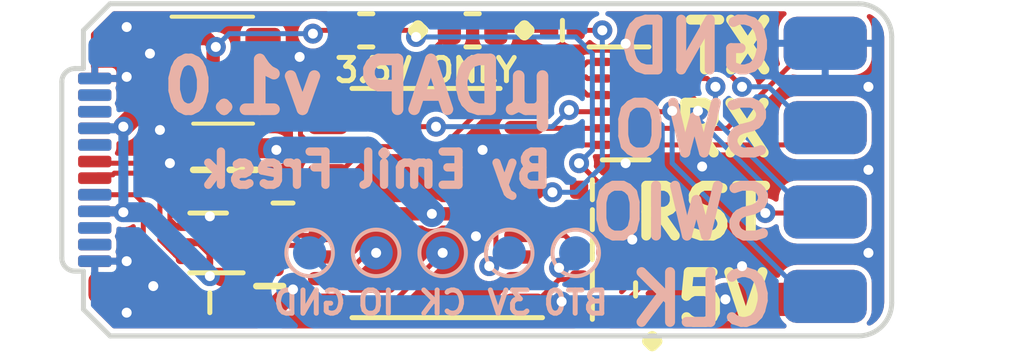
<source format=kicad_pcb>
(kicad_pcb (version 20171130) (host pcbnew 5.1.4-e60b266~84~ubuntu18.04.1)

  (general
    (thickness 0.7)
    (drawings 30)
    (tracks 263)
    (zones 0)
    (modules 25)
    (nets 46)
  )

  (page A4)
  (layers
    (0 F.Cu signal)
    (31 B.Cu signal)
    (32 B.Adhes user)
    (33 F.Adhes user)
    (34 B.Paste user)
    (35 F.Paste user)
    (36 B.SilkS user)
    (37 F.SilkS user)
    (38 B.Mask user)
    (39 F.Mask user)
    (40 Dwgs.User user)
    (41 Cmts.User user)
    (42 Eco1.User user)
    (43 Eco2.User user)
    (44 Edge.Cuts user)
    (45 Margin user)
    (46 B.CrtYd user)
    (47 F.CrtYd user)
    (48 B.Fab user)
    (49 F.Fab user)
  )

  (setup
    (last_trace_width 0.15)
    (trace_clearance 0.15)
    (zone_clearance 0.15)
    (zone_45_only no)
    (trace_min 0.15)
    (via_size 0.6)
    (via_drill 0.3)
    (via_min_size 0.4)
    (via_min_drill 0.3)
    (uvia_size 0.3)
    (uvia_drill 0.1)
    (uvias_allowed no)
    (uvia_min_size 0.2)
    (uvia_min_drill 0.1)
    (edge_width 0.15)
    (segment_width 0.15)
    (pcb_text_width 0.3)
    (pcb_text_size 1.5 1.5)
    (mod_edge_width 0.1)
    (mod_text_size 0.6 0.6)
    (mod_text_width 0.15)
    (pad_size 1.524 1.524)
    (pad_drill 0.762)
    (pad_to_mask_clearance 0.05)
    (solder_mask_min_width 0.07)
    (aux_axis_origin 0 0)
    (visible_elements FFFFFFFF)
    (pcbplotparams
      (layerselection 0x011f8_ffffffff)
      (usegerberextensions false)
      (usegerberattributes false)
      (usegerberadvancedattributes false)
      (creategerberjobfile false)
      (excludeedgelayer true)
      (linewidth 0.100000)
      (plotframeref false)
      (viasonmask false)
      (mode 1)
      (useauxorigin false)
      (hpglpennumber 1)
      (hpglpenspeed 20)
      (hpglpendiameter 15.000000)
      (psnegative false)
      (psa4output false)
      (plotreference true)
      (plotvalue true)
      (plotinvisibletext false)
      (padsonsilk false)
      (subtractmaskfromsilk true)
      (outputformat 1)
      (mirror false)
      (drillshape 0)
      (scaleselection 1)
      (outputdirectory "gerbers/"))
  )

  (net 0 "")
  (net 1 +3V3)
  (net 2 GND)
  (net 3 +5V)
  (net 4 /DM)
  (net 5 /DP)
  (net 6 "Net-(U2-Pad4)")
  (net 7 "Net-(F1-Pad1)")
  (net 8 /bmp_core/DP_P)
  (net 9 /bmp_core/BOOT0)
  (net 10 /bmp_core/SWCLK)
  (net 11 /bmp_core/SWDIO)
  (net 12 /bmp_core/DM_P)
  (net 13 /bmp_core/NRST)
  (net 14 "Net-(D2-Pad2)")
  (net 15 "Net-(P1-PadA5)")
  (net 16 "Net-(P1-PadA2)")
  (net 17 "Net-(P1-PadA3)")
  (net 18 "Net-(P1-PadA8)")
  (net 19 "Net-(P1-PadA10)")
  (net 20 "Net-(P1-PadA11)")
  (net 21 "Net-(P1-PadB2)")
  (net 22 "Net-(P1-PadB3)")
  (net 23 "Net-(P1-PadB5)")
  (net 24 "Net-(P1-PadB8)")
  (net 25 "Net-(P1-PadB10)")
  (net 26 "Net-(P1-PadB11)")
  (net 27 /bmp_core/TGT_SWOo)
  (net 28 /bmp_core/TGT_SWDIOo)
  (net 29 /bmp_core/TGT_SWCLKo)
  (net 30 /bmp_core/TGT_TXo)
  (net 31 /bmp_core/TGT_RXo)
  (net 32 /bmp_core/TGT_RSTo)
  (net 33 /bmp_core/LED0)
  (net 34 /bmp_core/LED1)
  (net 35 /bmp_core/TGT_TX)
  (net 36 /bmp_core/TGT_RX)
  (net 37 /bmp_core/TGT_SWCLK)
  (net 38 /bmp_core/TGT_RST)
  (net 39 /bmp_core/TGT_SWDIO)
  (net 40 /bmp_core/TGT_SWO)
  (net 41 "Net-(U202-Pad3)")
  (net 42 "Net-(U202-Pad2)")
  (net 43 "Net-(U202-Pad10)")
  (net 44 "Net-(D1-Pad1)")
  (net 45 "Net-(D201-Pad1)")

  (net_class Default "This is the default net class."
    (clearance 0.15)
    (trace_width 0.15)
    (via_dia 0.6)
    (via_drill 0.3)
    (uvia_dia 0.3)
    (uvia_drill 0.1)
    (add_net /DM)
    (add_net /DP)
    (add_net /bmp_core/BOOT0)
    (add_net /bmp_core/DM_P)
    (add_net /bmp_core/DP_P)
    (add_net /bmp_core/LED0)
    (add_net /bmp_core/LED1)
    (add_net /bmp_core/NRST)
    (add_net /bmp_core/SWCLK)
    (add_net /bmp_core/SWDIO)
    (add_net /bmp_core/TGT_RST)
    (add_net /bmp_core/TGT_RSTo)
    (add_net /bmp_core/TGT_RX)
    (add_net /bmp_core/TGT_RXo)
    (add_net /bmp_core/TGT_SWCLK)
    (add_net /bmp_core/TGT_SWCLKo)
    (add_net /bmp_core/TGT_SWDIO)
    (add_net /bmp_core/TGT_SWDIOo)
    (add_net /bmp_core/TGT_SWO)
    (add_net /bmp_core/TGT_SWOo)
    (add_net /bmp_core/TGT_TX)
    (add_net /bmp_core/TGT_TXo)
    (add_net GND)
    (add_net "Net-(D1-Pad1)")
    (add_net "Net-(D2-Pad2)")
    (add_net "Net-(D201-Pad1)")
    (add_net "Net-(F1-Pad1)")
    (add_net "Net-(P1-PadA10)")
    (add_net "Net-(P1-PadA11)")
    (add_net "Net-(P1-PadA2)")
    (add_net "Net-(P1-PadA3)")
    (add_net "Net-(P1-PadA5)")
    (add_net "Net-(P1-PadA8)")
    (add_net "Net-(P1-PadB10)")
    (add_net "Net-(P1-PadB11)")
    (add_net "Net-(P1-PadB2)")
    (add_net "Net-(P1-PadB3)")
    (add_net "Net-(P1-PadB5)")
    (add_net "Net-(P1-PadB8)")
    (add_net "Net-(U2-Pad4)")
    (add_net "Net-(U202-Pad10)")
    (add_net "Net-(U202-Pad2)")
    (add_net "Net-(U202-Pad3)")
  )

  (net_class Power ""
    (clearance 0.15)
    (trace_width 0.6)
    (via_dia 0.6)
    (via_drill 0.3)
    (uvia_dia 0.3)
    (uvia_drill 0.1)
    (add_net +3V3)
    (add_net +5V)
  )

  (module sot:SOT-23-5 (layer F.Cu) (tedit 5C34806B) (tstamp 5D521C9F)
    (at 94.4 103)
    (descr "5-pin SOT23 package")
    (tags SOT-23-5)
    (path /5ABFD4E7/5ABD702A)
    (attr smd)
    (fp_text reference U2 (at 0 2.2) (layer F.SilkS) hide
      (effects (font (size 0.6 0.6) (thickness 0.13)))
    )
    (fp_text value MIC5245-3.3YM5 (at 1.3 0 90) (layer F.Fab)
      (effects (font (size 0.3 0.3) (thickness 0.05)))
    )
    (fp_line (start 0.9 -1.55) (end 0.9 1.55) (layer F.Fab) (width 0.15))
    (fp_line (start 0.9 1.55) (end -0.9 1.55) (layer F.Fab) (width 0.15))
    (fp_line (start -0.9 -0.9) (end -0.9 1.55) (layer F.Fab) (width 0.15))
    (fp_line (start 0.9 -1.55) (end -0.25 -1.55) (layer F.Fab) (width 0.15))
    (fp_line (start -0.9 -0.9) (end -0.25 -1.55) (layer F.Fab) (width 0.15))
    (fp_line (start -1.9 1.8) (end -1.9 -1.8) (layer F.CrtYd) (width 0.05))
    (fp_line (start 1.9 1.8) (end -1.9 1.8) (layer F.CrtYd) (width 0.05))
    (fp_line (start 1.9 -1.8) (end 1.9 1.8) (layer F.CrtYd) (width 0.05))
    (fp_line (start -1.9 -1.8) (end 1.9 -1.8) (layer F.CrtYd) (width 0.05))
    (fp_line (start 0.9 -1.61) (end -1.55 -1.61) (layer F.SilkS) (width 0.12))
    (fp_line (start -0.9 1.61) (end 0.9 1.61) (layer F.SilkS) (width 0.12))
    (fp_text user %R (at 0 0 90) (layer F.Fab)
      (effects (font (size 0.6 0.6) (thickness 0.1)))
    )
    (pad 5 smd roundrect (at 1.2 -0.95) (size 1.06 0.65) (layers F.Cu F.Paste F.Mask) (roundrect_rratio 0.25)
      (net 1 +3V3))
    (pad 4 smd roundrect (at 1.2 0.95) (size 1.06 0.65) (layers F.Cu F.Paste F.Mask) (roundrect_rratio 0.25)
      (net 6 "Net-(U2-Pad4)"))
    (pad 3 smd roundrect (at -1.2 0.95) (size 1.06 0.65) (layers F.Cu F.Paste F.Mask) (roundrect_rratio 0.25)
      (net 3 +5V))
    (pad 2 smd roundrect (at -1.2 0) (size 1.06 0.65) (layers F.Cu F.Paste F.Mask) (roundrect_rratio 0.25)
      (net 2 GND))
    (pad 1 smd roundrect (at -1.2 -0.95) (size 1.06 0.65) (layers F.Cu F.Paste F.Mask) (roundrect_rratio 0.25)
      (net 3 +5V))
    (model ${KISYS3DMOD}/Package_TO_SOT_SMD.3dshapes/SOT-23-5.step
      (at (xyz 0 0 0))
      (scale (xyz 1 1 1))
      (rotate (xyz 0 0 0))
    )
  )

  (module sop:TSSOP-20_4.4x6.5mm_P0.65mm (layer F.Cu) (tedit 5D51C1CF) (tstamp 5D522DA5)
    (at 100.5 107 180)
    (descr "20-Lead Plastic Thin Shrink Small Outline (ST)-4.4 mm Body [TSSOP] (see Microchip Packaging Specification 00000049BS.pdf)")
    (tags "SSOP 0.65")
    (path /5ABFD4E7/5D52BE9C)
    (attr smd)
    (fp_text reference U202 (at 0 -4.3) (layer F.SilkS) hide
      (effects (font (size 0.7 0.7) (thickness 0.13)))
    )
    (fp_text value STM32F042F6Px (at 0 3.7) (layer F.Fab)
      (effects (font (size 0.4 0.4) (thickness 0.07)))
    )
    (fp_text user %R (at 0 0) (layer F.Fab)
      (effects (font (size 0.6 0.6) (thickness 0.1)))
    )
    (fp_line (start -3.5 -3.45) (end 2.225 -3.45) (layer F.SilkS) (width 0.15))
    (fp_line (start -2.225 3.45) (end 2.225 3.45) (layer F.SilkS) (width 0.15))
    (fp_line (start -3.6 3.6) (end 3.6 3.6) (layer F.CrtYd) (width 0.05))
    (fp_line (start -3.6 -3.6) (end 3.6 -3.6) (layer F.CrtYd) (width 0.05))
    (fp_line (start 3.6 -3.6) (end 3.6 3.6) (layer F.CrtYd) (width 0.05))
    (fp_line (start -3.6 -3.6) (end -3.6 3.6) (layer F.CrtYd) (width 0.05))
    (fp_line (start -2.2 -2.25) (end -1.2 -3.25) (layer F.Fab) (width 0.15))
    (fp_line (start -2.2 3.25) (end -2.2 -2.25) (layer F.Fab) (width 0.15))
    (fp_line (start 2.2 3.25) (end -2.2 3.25) (layer F.Fab) (width 0.15))
    (fp_line (start 2.2 -3.25) (end 2.2 3.25) (layer F.Fab) (width 0.15))
    (fp_line (start -1.2 -3.25) (end 2.2 -3.25) (layer F.Fab) (width 0.15))
    (pad 20 smd oval (at 2.95 -2.925 180) (size 1.2 0.4) (layers F.Cu F.Paste F.Mask)
      (net 10 /bmp_core/SWCLK))
    (pad 19 smd oval (at 2.95 -2.275 180) (size 1.2 0.4) (layers F.Cu F.Paste F.Mask)
      (net 11 /bmp_core/SWDIO))
    (pad 18 smd oval (at 2.95 -1.625 180) (size 1.2 0.4) (layers F.Cu F.Paste F.Mask)
      (net 8 /bmp_core/DP_P))
    (pad 17 smd oval (at 2.95 -0.975 180) (size 1.2 0.4) (layers F.Cu F.Paste F.Mask)
      (net 12 /bmp_core/DM_P))
    (pad 16 smd oval (at 2.95 -0.325 180) (size 1.2 0.4) (layers F.Cu F.Paste F.Mask)
      (net 1 +3V3))
    (pad 15 smd oval (at 2.95 0.325 180) (size 1.2 0.4) (layers F.Cu F.Paste F.Mask)
      (net 2 GND))
    (pad 14 smd oval (at 2.95 0.975 180) (size 1.2 0.4) (layers F.Cu F.Paste F.Mask)
      (net 38 /bmp_core/TGT_RST))
    (pad 13 smd oval (at 2.95 1.625 180) (size 1.2 0.4) (layers F.Cu F.Paste F.Mask)
      (net 40 /bmp_core/TGT_SWO))
    (pad 12 smd oval (at 2.95 2.275 180) (size 1.2 0.4) (layers F.Cu F.Paste F.Mask)
      (net 37 /bmp_core/TGT_SWCLK))
    (pad 11 smd oval (at 2.95 2.925 180) (size 1.2 0.4) (layers F.Cu F.Paste F.Mask)
      (net 39 /bmp_core/TGT_SWDIO))
    (pad 10 smd oval (at -2.95 2.925 180) (size 1.2 0.4) (layers F.Cu F.Paste F.Mask)
      (net 43 "Net-(U202-Pad10)"))
    (pad 9 smd oval (at -2.95 2.275 180) (size 1.2 0.4) (layers F.Cu F.Paste F.Mask)
      (net 35 /bmp_core/TGT_TX))
    (pad 8 smd oval (at -2.95 1.625 180) (size 1.2 0.4) (layers F.Cu F.Paste F.Mask)
      (net 36 /bmp_core/TGT_RX))
    (pad 7 smd oval (at -2.95 0.975 180) (size 1.2 0.4) (layers F.Cu F.Paste F.Mask)
      (net 34 /bmp_core/LED1))
    (pad 6 smd oval (at -2.95 0.325 180) (size 1.2 0.4) (layers F.Cu F.Paste F.Mask)
      (net 33 /bmp_core/LED0))
    (pad 5 smd oval (at -2.95 -0.325 180) (size 1.2 0.4) (layers F.Cu F.Paste F.Mask)
      (net 1 +3V3))
    (pad 4 smd oval (at -2.95 -0.975 180) (size 1.2 0.4) (layers F.Cu F.Paste F.Mask)
      (net 13 /bmp_core/NRST))
    (pad 3 smd oval (at -2.95 -1.625 180) (size 1.2 0.4) (layers F.Cu F.Paste F.Mask)
      (net 41 "Net-(U202-Pad3)"))
    (pad 2 smd oval (at -2.95 -2.275 180) (size 1.2 0.4) (layers F.Cu F.Paste F.Mask)
      (net 42 "Net-(U202-Pad2)"))
    (pad 1 smd oval (at -2.95 -2.925 180) (size 1.2 0.4) (layers F.Cu F.Paste F.Mask)
      (net 9 /bmp_core/BOOT0))
    (model ${KISYS3DMOD}/Package_SO.3dshapes/TSSOP-20_4.4x6.5mm_P0.65mm.wrl
      (at (xyz 0 0 0))
      (scale (xyz 1 1 1))
      (rotate (xyz 0 0 0))
    )
  )

  (module passive:R_0402 (layer F.Cu) (tedit 5CA88E29) (tstamp 5D521C12)
    (at 104.6 101.8 180)
    (descr "Resistor SMD 0402 (1005 Metric), square (rectangular) end terminal, IPC_7351 nominal, (Body size source: http://www.tortai-tech.com/upload/download/2011102023233369053.pdf), generated with kicad-footprint-generator")
    (tags resistor)
    (path /5ABFD4E7/5ABD711F)
    (attr smd)
    (fp_text reference R1 (at -1.8 0) (layer F.SilkS) hide
      (effects (font (size 0.6 0.6) (thickness 0.13)))
    )
    (fp_text value 470 (at 0 0.45) (layer F.Fab)
      (effects (font (size 0.2 0.2) (thickness 0.03)))
    )
    (fp_line (start 0 -0.3) (end 0 0.3) (layer F.SilkS) (width 0.15))
    (fp_line (start -0.5 0.25) (end -0.5 -0.25) (layer F.Fab) (width 0.1))
    (fp_line (start -0.5 -0.25) (end 0.5 -0.25) (layer F.Fab) (width 0.1))
    (fp_line (start 0.5 -0.25) (end 0.5 0.25) (layer F.Fab) (width 0.1))
    (fp_line (start 0.5 0.25) (end -0.5 0.25) (layer F.Fab) (width 0.1))
    (fp_line (start -0.8 0.4) (end -0.8 -0.4) (layer F.CrtYd) (width 0.05))
    (fp_line (start -0.8 -0.4) (end 0.8 -0.4) (layer F.CrtYd) (width 0.05))
    (fp_line (start 0.8 -0.4) (end 0.8 0.4) (layer F.CrtYd) (width 0.05))
    (fp_line (start 0.8 0.4) (end -0.8 0.4) (layer F.CrtYd) (width 0.05))
    (fp_text user %R (at 0 0) (layer F.Fab)
      (effects (font (size 0.2 0.2) (thickness 0.03)))
    )
    (pad 1 smd roundrect (at -0.4 0 180) (size 0.55 0.55) (layers F.Cu F.Paste F.Mask) (roundrect_rratio 0.25)
      (net 33 /bmp_core/LED0))
    (pad 2 smd roundrect (at 0.4 0 180) (size 0.55 0.55) (layers F.Cu F.Paste F.Mask) (roundrect_rratio 0.25)
      (net 44 "Net-(D1-Pad1)"))
    (model ${KISYS3DMOD}/Resistor_SMD.3dshapes/R_0402_1005Metric.step
      (at (xyz 0 0 0))
      (scale (xyz 1 1 1))
      (rotate (xyz 0 0 0))
    )
  )

  (module dfn:DFN-12-1EP_1.35x3mm_P0.5mm (layer F.Cu) (tedit 5D51B941) (tstamp 5D521CD2)
    (at 106.5 104)
    (descr "DHC Package; 16-Lead Plastic DFN (5mm x 3mm) (see Linear Technology DFN_16_05-08-1706.pdf)")
    (tags "DFN 0.5")
    (path /5ABFD4E7/5D62525D)
    (attr smd)
    (fp_text reference U201 (at 0 -2.3) (layer F.SilkS) hide
      (effects (font (size 0.6 0.6) (thickness 0.13)))
    )
    (fp_text value NUF6401MNT1 (at 0 1.9) (layer F.Fab)
      (effects (font (size 0.3 0.3) (thickness 0.05)))
    )
    (fp_line (start -1.1 -1.7) (end 0.7 -1.7) (layer F.SilkS) (width 0.15))
    (fp_line (start -0.7 1.7) (end 0.7 1.7) (layer F.SilkS) (width 0.15))
    (fp_line (start -1.1 1.8) (end 1.1 1.8) (layer F.CrtYd) (width 0.05))
    (fp_line (start -1.1 -1.8) (end 1.1 -1.8) (layer F.CrtYd) (width 0.05))
    (fp_line (start 1.1 -1.8) (end 1.1 1.8) (layer F.CrtYd) (width 0.05))
    (fp_line (start -1.1 -1.8) (end -1.1 1.8) (layer F.CrtYd) (width 0.05))
    (fp_line (start -0.7 -1.1) (end -0.3 -1.5) (layer F.Fab) (width 0.15))
    (fp_line (start -0.7 1.5) (end -0.7 -1.1) (layer F.Fab) (width 0.15))
    (fp_line (start 0.7 1.5) (end -0.7 1.5) (layer F.Fab) (width 0.15))
    (fp_line (start 0.7 -1.5) (end 0.7 1.5) (layer F.Fab) (width 0.15))
    (fp_line (start -0.3 -1.5) (end 0.7 -1.5) (layer F.Fab) (width 0.15))
    (fp_text user %R (at 0 0 90) (layer F.Fab)
      (effects (font (size 0.4 0.4) (thickness 0.07)))
    )
    (pad 13 smd roundrect (at 0 0) (size 0.34 2.35) (layers F.Cu F.Paste F.Mask) (roundrect_rratio 0.25)
      (net 2 GND) (solder_paste_margin -0.1))
    (pad 12 smd roundrect (at 0.725 -1.25) (size 0.65 0.25) (layers F.Cu F.Paste F.Mask) (roundrect_rratio 0.5)
      (net 27 /bmp_core/TGT_SWOo))
    (pad 11 smd roundrect (at 0.725 -0.75) (size 0.65 0.25) (layers F.Cu F.Paste F.Mask) (roundrect_rratio 0.5)
      (net 28 /bmp_core/TGT_SWDIOo))
    (pad 10 smd roundrect (at 0.725 -0.25) (size 0.65 0.25) (layers F.Cu F.Paste F.Mask) (roundrect_rratio 0.5)
      (net 32 /bmp_core/TGT_RSTo))
    (pad 9 smd roundrect (at 0.725 0.25) (size 0.65 0.25) (layers F.Cu F.Paste F.Mask) (roundrect_rratio 0.5)
      (net 29 /bmp_core/TGT_SWCLKo))
    (pad 8 smd roundrect (at 0.725 0.75) (size 0.65 0.25) (layers F.Cu F.Paste F.Mask) (roundrect_rratio 0.5)
      (net 30 /bmp_core/TGT_TXo))
    (pad 7 smd roundrect (at 0.725 1.25) (size 0.65 0.25) (layers F.Cu F.Paste F.Mask) (roundrect_rratio 0.5)
      (net 31 /bmp_core/TGT_RXo))
    (pad 6 smd roundrect (at -0.725 1.25) (size 0.65 0.25) (layers F.Cu F.Paste F.Mask) (roundrect_rratio 0.5)
      (net 36 /bmp_core/TGT_RX))
    (pad 5 smd roundrect (at -0.725 0.75) (size 0.65 0.25) (layers F.Cu F.Paste F.Mask) (roundrect_rratio 0.5)
      (net 35 /bmp_core/TGT_TX))
    (pad 4 smd roundrect (at -0.725 0.25) (size 0.65 0.25) (layers F.Cu F.Paste F.Mask) (roundrect_rratio 0.5)
      (net 37 /bmp_core/TGT_SWCLK))
    (pad 3 smd roundrect (at -0.725 -0.25) (size 0.65 0.25) (layers F.Cu F.Paste F.Mask) (roundrect_rratio 0.5)
      (net 38 /bmp_core/TGT_RST))
    (pad 2 smd roundrect (at -0.725 -0.75) (size 0.65 0.25) (layers F.Cu F.Paste F.Mask) (roundrect_rratio 0.5)
      (net 39 /bmp_core/TGT_SWDIO))
    (pad 1 smd roundrect (at -0.725 -1.25) (size 0.65 0.25) (layers F.Cu F.Paste F.Mask) (roundrect_rratio 0.5)
      (net 40 /bmp_core/TGT_SWO))
    (model ${KISYS3DMOD}/Package_DFN_QFN.3dshapes/TDFN-12_2x3mm_P0.5mm.step
      (at (xyz 0 0 0))
      (scale (xyz 0.8 1 1))
      (rotate (xyz 0 0 0))
    )
  )

  (module dfn:DFN-6-1EP_1.2x1.6mm_P0.5mm (layer F.Cu) (tedit 5ABF4DC5) (tstamp 5D521CB5)
    (at 94 108.2 180)
    (descr "DC6 Package; 6-Lead Plastic DFN (2mm x 2mm) (see Linear Technology DFN_6_05-08-1703.pdf)")
    (tags "DFN 0.5")
    (path /5ABFD4E7/5ABD71A7)
    (attr smd)
    (fp_text reference U4 (at 0 -1.5) (layer F.SilkS) hide
      (effects (font (size 0.6 0.6) (thickness 0.13)))
    )
    (fp_text value NUF2042XV6T1G (at 0 1.4) (layer F.Fab)
      (effects (font (size 0.3 0.3) (thickness 0.05)))
    )
    (fp_line (start -1 -0.9) (end 0.6 -0.9) (layer F.SilkS) (width 0.15))
    (fp_line (start -0.5 0.9) (end 0.6 0.9) (layer F.SilkS) (width 0.15))
    (fp_line (start -1.1 0.9) (end 1.1 0.9) (layer F.CrtYd) (width 0.05))
    (fp_line (start -1.1 -0.9) (end 1.1 -0.9) (layer F.CrtYd) (width 0.05))
    (fp_line (start 1.1 -0.9) (end 1.1 0.9) (layer F.CrtYd) (width 0.05))
    (fp_line (start -1.1 -0.9) (end -1.1 0.9) (layer F.CrtYd) (width 0.05))
    (fp_line (start -0.7 -0.4) (end -0.3 -0.8) (layer F.Fab) (width 0.15))
    (fp_line (start -0.7 0.8) (end -0.7 -0.4) (layer F.Fab) (width 0.15))
    (fp_line (start 0.7 0.8) (end -0.7 0.8) (layer F.Fab) (width 0.15))
    (fp_line (start 0.7 -0.8) (end 0.7 0.8) (layer F.Fab) (width 0.15))
    (fp_line (start -0.3 -0.8) (end 0.7 -0.8) (layer F.Fab) (width 0.15))
    (fp_text user %R (at 0 0 90) (layer F.Fab)
      (effects (font (size 0.4 0.4) (thickness 0.05)))
    )
    (pad 6 smd roundrect (at 0.725 -0.5 180) (size 0.6 0.28) (layers F.Cu F.Paste F.Mask) (roundrect_rratio 0.5)
      (net 5 /DP))
    (pad 5 smd roundrect (at 0.725 0 180) (size 0.6 0.28) (layers F.Cu F.Paste F.Mask) (roundrect_rratio 0.5)
      (net 3 +5V))
    (pad 4 smd roundrect (at 0.725 0.5 180) (size 0.6 0.28) (layers F.Cu F.Paste F.Mask) (roundrect_rratio 0.5)
      (net 4 /DM))
    (pad 3 smd roundrect (at -0.725 0.5 180) (size 0.6 0.28) (layers F.Cu F.Paste F.Mask) (roundrect_rratio 0.5)
      (net 12 /bmp_core/DM_P))
    (pad 2 smd roundrect (at -0.725 0 180) (size 0.6 0.28) (layers F.Cu F.Paste F.Mask) (roundrect_rratio 0.5)
      (net 2 GND))
    (pad 1 smd roundrect (at -0.725 -0.5 180) (size 0.6 0.28) (layers F.Cu F.Paste F.Mask) (roundrect_rratio 0.5)
      (net 8 /bmp_core/DP_P))
    (model ${KIPRJMOD}/kicad_libs/3dmodels/step/SOT563.step
      (at (xyz 0 0 0))
      (scale (xyz 1 1 1))
      (rotate (xyz 0 0 0))
    )
  )

  (module TestPoint:TestPoint_Pad_D1.0mm (layer B.Cu) (tedit 5A0F774F) (tstamp 5D521C8A)
    (at 105 108.5)
    (descr "SMD pad as test Point, diameter 1.0mm")
    (tags "test point SMD pad")
    (path /5ABFD4E7/5D615345)
    (attr virtual)
    (fp_text reference TP202 (at 0 1.448) (layer B.SilkS) hide
      (effects (font (size 1 1) (thickness 0.15)) (justify mirror))
    )
    (fp_text value Test_Point (at 0 -1.55) (layer B.Fab)
      (effects (font (size 1 1) (thickness 0.15)) (justify mirror))
    )
    (fp_circle (center 0 0) (end 0 -0.7) (layer B.SilkS) (width 0.12))
    (fp_circle (center 0 0) (end 1 0) (layer B.CrtYd) (width 0.05))
    (fp_text user %R (at 0 1.45) (layer B.Fab)
      (effects (font (size 1 1) (thickness 0.15)) (justify mirror))
    )
    (pad 1 smd circle (at 0 0) (size 1 1) (layers B.Cu B.Mask)
      (net 9 /bmp_core/BOOT0))
  )

  (module TestPoint:TestPoint_Pad_D1.0mm (layer B.Cu) (tedit 5A0F774F) (tstamp 5D521C82)
    (at 103 108.5)
    (descr "SMD pad as test Point, diameter 1.0mm")
    (tags "test point SMD pad")
    (path /5ABFD4E7/5D61D37D)
    (attr virtual)
    (fp_text reference TP201 (at 0 1.448) (layer B.SilkS) hide
      (effects (font (size 1 1) (thickness 0.15)) (justify mirror))
    )
    (fp_text value Test_Point (at 0 -1.55) (layer B.Fab)
      (effects (font (size 1 1) (thickness 0.15)) (justify mirror))
    )
    (fp_circle (center 0 0) (end 0 -0.7) (layer B.SilkS) (width 0.12))
    (fp_circle (center 0 0) (end 1 0) (layer B.CrtYd) (width 0.05))
    (fp_text user %R (at 0 1.45) (layer B.Fab)
      (effects (font (size 1 1) (thickness 0.15)) (justify mirror))
    )
    (pad 1 smd circle (at 0 0) (size 1 1) (layers B.Cu B.Mask)
      (net 1 +3V3))
  )

  (module TestPoint:TestPoint_Pad_D1.0mm (layer B.Cu) (tedit 5A0F774F) (tstamp 5D521C7A)
    (at 97 108.5)
    (descr "SMD pad as test Point, diameter 1.0mm")
    (tags "test point SMD pad")
    (path /5ABFD4E7/5ABD70D3)
    (attr virtual)
    (fp_text reference TP3 (at 0 1.448) (layer B.SilkS) hide
      (effects (font (size 1 1) (thickness 0.15)) (justify mirror))
    )
    (fp_text value Test_Point (at 0 -1.55) (layer B.Fab)
      (effects (font (size 1 1) (thickness 0.15)) (justify mirror))
    )
    (fp_circle (center 0 0) (end 0 -0.7) (layer B.SilkS) (width 0.12))
    (fp_circle (center 0 0) (end 1 0) (layer B.CrtYd) (width 0.05))
    (fp_text user %R (at 0 1.45) (layer B.Fab)
      (effects (font (size 1 1) (thickness 0.15)) (justify mirror))
    )
    (pad 1 smd circle (at 0 0) (size 1 1) (layers B.Cu B.Mask)
      (net 2 GND))
  )

  (module TestPoint:TestPoint_Pad_D1.0mm (layer B.Cu) (tedit 5A0F774F) (tstamp 5D521C72)
    (at 101 108.5)
    (descr "SMD pad as test Point, diameter 1.0mm")
    (tags "test point SMD pad")
    (path /5ABFD4E7/5ABD70C5)
    (attr virtual)
    (fp_text reference TP2 (at 0 1.448) (layer B.SilkS) hide
      (effects (font (size 1 1) (thickness 0.15)) (justify mirror))
    )
    (fp_text value Test_Point (at 0 -1.55) (layer B.Fab)
      (effects (font (size 1 1) (thickness 0.15)) (justify mirror))
    )
    (fp_circle (center 0 0) (end 0 -0.7) (layer B.SilkS) (width 0.12))
    (fp_circle (center 0 0) (end 1 0) (layer B.CrtYd) (width 0.05))
    (fp_text user %R (at 0 1.45) (layer B.Fab)
      (effects (font (size 1 1) (thickness 0.15)) (justify mirror))
    )
    (pad 1 smd circle (at 0 0) (size 1 1) (layers B.Cu B.Mask)
      (net 10 /bmp_core/SWCLK))
  )

  (module TestPoint:TestPoint_Pad_D1.0mm (layer B.Cu) (tedit 5A0F774F) (tstamp 5D521C6A)
    (at 99 108.5)
    (descr "SMD pad as test Point, diameter 1.0mm")
    (tags "test point SMD pad")
    (path /5ABFD4E7/5ABD70BE)
    (attr virtual)
    (fp_text reference TP1 (at 0 1.448) (layer B.SilkS) hide
      (effects (font (size 1 1) (thickness 0.15)) (justify mirror))
    )
    (fp_text value Test_Point (at 0 -1.55) (layer B.Fab)
      (effects (font (size 1 1) (thickness 0.15)) (justify mirror))
    )
    (fp_circle (center 0 0) (end 0 -0.7) (layer B.SilkS) (width 0.12))
    (fp_circle (center 0 0) (end 1 0) (layer B.CrtYd) (width 0.05))
    (fp_text user %R (at 0 1.45) (layer B.Fab)
      (effects (font (size 1 1) (thickness 0.15)) (justify mirror))
    )
    (pad 1 smd circle (at 0 0) (size 1 1) (layers B.Cu B.Mask)
      (net 11 /bmp_core/SWDIO))
  )

  (module passive:R_0402 (layer F.Cu) (tedit 5CA88E29) (tstamp 5D521C52)
    (at 105.5 106.6)
    (descr "Resistor SMD 0402 (1005 Metric), square (rectangular) end terminal, IPC_7351 nominal, (Body size source: http://www.tortai-tech.com/upload/download/2011102023233369053.pdf), generated with kicad-footprint-generator")
    (tags resistor)
    (path /5ABFD4E7/5D5ECA56)
    (attr smd)
    (fp_text reference R202 (at -1.8 0) (layer F.SilkS) hide
      (effects (font (size 0.6 0.6) (thickness 0.13)))
    )
    (fp_text value 470 (at 0 0.45) (layer F.Fab)
      (effects (font (size 0.2 0.2) (thickness 0.03)))
    )
    (fp_line (start 0 -0.3) (end 0 0.3) (layer F.SilkS) (width 0.15))
    (fp_line (start -0.5 0.25) (end -0.5 -0.25) (layer F.Fab) (width 0.1))
    (fp_line (start -0.5 -0.25) (end 0.5 -0.25) (layer F.Fab) (width 0.1))
    (fp_line (start 0.5 -0.25) (end 0.5 0.25) (layer F.Fab) (width 0.1))
    (fp_line (start 0.5 0.25) (end -0.5 0.25) (layer F.Fab) (width 0.1))
    (fp_line (start -0.8 0.4) (end -0.8 -0.4) (layer F.CrtYd) (width 0.05))
    (fp_line (start -0.8 -0.4) (end 0.8 -0.4) (layer F.CrtYd) (width 0.05))
    (fp_line (start 0.8 -0.4) (end 0.8 0.4) (layer F.CrtYd) (width 0.05))
    (fp_line (start 0.8 0.4) (end -0.8 0.4) (layer F.CrtYd) (width 0.05))
    (fp_text user %R (at 0 0) (layer F.Fab)
      (effects (font (size 0.2 0.2) (thickness 0.03)))
    )
    (pad 1 smd roundrect (at -0.4 0) (size 0.55 0.55) (layers F.Cu F.Paste F.Mask) (roundrect_rratio 0.25)
      (net 34 /bmp_core/LED1))
    (pad 2 smd roundrect (at 0.4 0) (size 0.55 0.55) (layers F.Cu F.Paste F.Mask) (roundrect_rratio 0.25)
      (net 45 "Net-(D201-Pad1)"))
    (model ${KISYS3DMOD}/Resistor_SMD.3dshapes/R_0402_1005Metric.step
      (at (xyz 0 0 0))
      (scale (xyz 1 1 1))
      (rotate (xyz 0 0 0))
    )
  )

  (module passive:R_0402 (layer F.Cu) (tedit 5CA88E29) (tstamp 5D521C42)
    (at 105.5 109.3)
    (descr "Resistor SMD 0402 (1005 Metric), square (rectangular) end terminal, IPC_7351 nominal, (Body size source: http://www.tortai-tech.com/upload/download/2011102023233369053.pdf), generated with kicad-footprint-generator")
    (tags resistor)
    (path /5ABFD4E7/5D60E08E)
    (attr smd)
    (fp_text reference R201 (at -1.8 0) (layer F.SilkS) hide
      (effects (font (size 0.6 0.6) (thickness 0.13)))
    )
    (fp_text value 5.1k (at 0 0.45) (layer F.Fab)
      (effects (font (size 0.2 0.2) (thickness 0.03)))
    )
    (fp_line (start 0 -0.3) (end 0 0.3) (layer F.SilkS) (width 0.15))
    (fp_line (start -0.5 0.25) (end -0.5 -0.25) (layer F.Fab) (width 0.1))
    (fp_line (start -0.5 -0.25) (end 0.5 -0.25) (layer F.Fab) (width 0.1))
    (fp_line (start 0.5 -0.25) (end 0.5 0.25) (layer F.Fab) (width 0.1))
    (fp_line (start 0.5 0.25) (end -0.5 0.25) (layer F.Fab) (width 0.1))
    (fp_line (start -0.8 0.4) (end -0.8 -0.4) (layer F.CrtYd) (width 0.05))
    (fp_line (start -0.8 -0.4) (end 0.8 -0.4) (layer F.CrtYd) (width 0.05))
    (fp_line (start 0.8 -0.4) (end 0.8 0.4) (layer F.CrtYd) (width 0.05))
    (fp_line (start 0.8 0.4) (end -0.8 0.4) (layer F.CrtYd) (width 0.05))
    (fp_text user %R (at 0 0) (layer F.Fab)
      (effects (font (size 0.2 0.2) (thickness 0.03)))
    )
    (pad 1 smd roundrect (at -0.4 0) (size 0.55 0.55) (layers F.Cu F.Paste F.Mask) (roundrect_rratio 0.25)
      (net 9 /bmp_core/BOOT0))
    (pad 2 smd roundrect (at 0.4 0) (size 0.55 0.55) (layers F.Cu F.Paste F.Mask) (roundrect_rratio 0.25)
      (net 2 GND))
    (model ${KISYS3DMOD}/Resistor_SMD.3dshapes/R_0402_1005Metric.step
      (at (xyz 0 0 0))
      (scale (xyz 1 1 1))
      (rotate (xyz 0 0 0))
    )
  )

  (module passive:R_0402 (layer F.Cu) (tedit 5CA88E29) (tstamp 5D521C32)
    (at 94 110)
    (descr "Resistor SMD 0402 (1005 Metric), square (rectangular) end terminal, IPC_7351 nominal, (Body size source: http://www.tortai-tech.com/upload/download/2011102023233369053.pdf), generated with kicad-footprint-generator")
    (tags resistor)
    (path /5C2E65F4)
    (attr smd)
    (fp_text reference R3 (at -1.8 0) (layer F.SilkS) hide
      (effects (font (size 0.6 0.6) (thickness 0.13)))
    )
    (fp_text value 5.1k (at 0 0.45) (layer F.Fab)
      (effects (font (size 0.2 0.2) (thickness 0.03)))
    )
    (fp_line (start 0 -0.3) (end 0 0.3) (layer F.SilkS) (width 0.15))
    (fp_line (start -0.5 0.25) (end -0.5 -0.25) (layer F.Fab) (width 0.1))
    (fp_line (start -0.5 -0.25) (end 0.5 -0.25) (layer F.Fab) (width 0.1))
    (fp_line (start 0.5 -0.25) (end 0.5 0.25) (layer F.Fab) (width 0.1))
    (fp_line (start 0.5 0.25) (end -0.5 0.25) (layer F.Fab) (width 0.1))
    (fp_line (start -0.8 0.4) (end -0.8 -0.4) (layer F.CrtYd) (width 0.05))
    (fp_line (start -0.8 -0.4) (end 0.8 -0.4) (layer F.CrtYd) (width 0.05))
    (fp_line (start 0.8 -0.4) (end 0.8 0.4) (layer F.CrtYd) (width 0.05))
    (fp_line (start 0.8 0.4) (end -0.8 0.4) (layer F.CrtYd) (width 0.05))
    (fp_text user %R (at 0 0) (layer F.Fab)
      (effects (font (size 0.2 0.2) (thickness 0.03)))
    )
    (pad 1 smd roundrect (at -0.4 0) (size 0.55 0.55) (layers F.Cu F.Paste F.Mask) (roundrect_rratio 0.25)
      (net 15 "Net-(P1-PadA5)"))
    (pad 2 smd roundrect (at 0.4 0) (size 0.55 0.55) (layers F.Cu F.Paste F.Mask) (roundrect_rratio 0.25)
      (net 2 GND))
    (model ${KISYS3DMOD}/Resistor_SMD.3dshapes/R_0402_1005Metric.step
      (at (xyz 0 0 0))
      (scale (xyz 1 1 1))
      (rotate (xyz 0 0 0))
    )
  )

  (module passive:R_0402 (layer F.Cu) (tedit 5CA88E29) (tstamp 5D521C22)
    (at 105.5 110.2)
    (descr "Resistor SMD 0402 (1005 Metric), square (rectangular) end terminal, IPC_7351 nominal, (Body size source: http://www.tortai-tech.com/upload/download/2011102023233369053.pdf), generated with kicad-footprint-generator")
    (tags resistor)
    (path /5ABFD4E7/5BF3743D)
    (attr smd)
    (fp_text reference R2 (at -1.8 0) (layer F.SilkS) hide
      (effects (font (size 0.6 0.6) (thickness 0.13)))
    )
    (fp_text value 470 (at 0 0.45) (layer F.Fab)
      (effects (font (size 0.2 0.2) (thickness 0.03)))
    )
    (fp_line (start 0 -0.3) (end 0 0.3) (layer F.SilkS) (width 0.15))
    (fp_line (start -0.5 0.25) (end -0.5 -0.25) (layer F.Fab) (width 0.1))
    (fp_line (start -0.5 -0.25) (end 0.5 -0.25) (layer F.Fab) (width 0.1))
    (fp_line (start 0.5 -0.25) (end 0.5 0.25) (layer F.Fab) (width 0.1))
    (fp_line (start 0.5 0.25) (end -0.5 0.25) (layer F.Fab) (width 0.1))
    (fp_line (start -0.8 0.4) (end -0.8 -0.4) (layer F.CrtYd) (width 0.05))
    (fp_line (start -0.8 -0.4) (end 0.8 -0.4) (layer F.CrtYd) (width 0.05))
    (fp_line (start 0.8 -0.4) (end 0.8 0.4) (layer F.CrtYd) (width 0.05))
    (fp_line (start 0.8 0.4) (end -0.8 0.4) (layer F.CrtYd) (width 0.05))
    (fp_text user %R (at 0 0) (layer F.Fab)
      (effects (font (size 0.2 0.2) (thickness 0.03)))
    )
    (pad 1 smd roundrect (at -0.4 0) (size 0.55 0.55) (layers F.Cu F.Paste F.Mask) (roundrect_rratio 0.25)
      (net 7 "Net-(F1-Pad1)"))
    (pad 2 smd roundrect (at 0.4 0) (size 0.55 0.55) (layers F.Cu F.Paste F.Mask) (roundrect_rratio 0.25)
      (net 14 "Net-(D2-Pad2)"))
    (model ${KISYS3DMOD}/Resistor_SMD.3dshapes/R_0402_1005Metric.step
      (at (xyz 0 0 0))
      (scale (xyz 1 1 1))
      (rotate (xyz 0 0 0))
    )
  )

  (module connectors:2x4_2.54mm_side (layer F.Cu) (tedit 5A798188) (tstamp 5D522796)
    (at 112.5 106 90)
    (path /5ABFD4E7/5D65044F)
    (fp_text reference J201 (at 0 2.54 90) (layer F.SilkS) hide
      (effects (font (size 1 1) (thickness 0.15)))
    )
    (fp_text value Conn_02x04_Counter_Clockwise (at 0 -2.54 90) (layer F.Fab) hide
      (effects (font (size 1 1) (thickness 0.15)))
    )
    (pad 8 smd roundrect (at 3.81 0 90) (size 1.6 2.5) (layers B.Cu B.Mask) (roundrect_rratio 0.25)
      (net 2 GND))
    (pad 7 smd roundrect (at 1.27 0 90) (size 1.6 2.5) (layers B.Cu B.Mask) (roundrect_rratio 0.25)
      (net 27 /bmp_core/TGT_SWOo))
    (pad 6 smd roundrect (at -1.27 0 90) (size 1.6 2.5) (layers B.Cu B.Mask) (roundrect_rratio 0.25)
      (net 28 /bmp_core/TGT_SWDIOo))
    (pad 5 smd roundrect (at -3.81 0 90) (size 1.6 2.5) (layers B.Cu B.Mask) (roundrect_rratio 0.25)
      (net 29 /bmp_core/TGT_SWCLKo))
    (pad 4 smd roundrect (at 3.81 0 90) (size 1.6 2.5) (layers F.Cu F.Mask) (roundrect_rratio 0.25)
      (net 30 /bmp_core/TGT_TXo))
    (pad 3 smd roundrect (at 1.27 0 90) (size 1.6 2.5) (layers F.Cu F.Mask) (roundrect_rratio 0.25)
      (net 31 /bmp_core/TGT_RXo))
    (pad 2 smd roundrect (at -1.27 0 90) (size 1.6 2.5) (layers F.Cu F.Mask) (roundrect_rratio 0.25)
      (net 32 /bmp_core/TGT_RSTo))
    (pad 1 smd roundrect (at -3.81 0 90) (size 1.6 2.5) (layers F.Cu F.Mask) (roundrect_rratio 0.25)
      (net 7 "Net-(F1-Pad1)"))
    (model ${KISYS3DMOD}/Connector_PinHeader_2.54mm.3dshapes/PinHeader_2x04_P2.54mm_Vertical.wrl
      (offset (xyz 3.8 -2.5 0.4))
      (scale (xyz 1 1 1))
      (rotate (xyz 0 -90 90))
    )
  )

  (module passive:R_0603 (layer F.Cu) (tedit 5CA88E00) (tstamp 5D523C92)
    (at 95.8 109.5 90)
    (descr "Resistor SMD 0603 (1608 Metric), square (rectangular) end terminal, IPC_7351 nominal, (Body size source: http://www.tortai-tech.com/upload/download/2011102023233369053.pdf), generated with kicad-footprint-generator")
    (tags resistor)
    (path /5ABFD4E7/5ABD7179)
    (attr smd)
    (fp_text reference F1 (at -1.9 0 90) (layer F.SilkS) hide
      (effects (font (size 0.6 0.6) (thickness 0.13)))
    )
    (fp_text value MF-FSMF050X-2 (at 0 0.7 90) (layer F.Fab)
      (effects (font (size 0.3 0.3) (thickness 0.05)))
    )
    (fp_line (start 0 -0.4) (end 0 0.4) (layer F.SilkS) (width 0.2))
    (fp_text user %R (at 0 0 90) (layer F.Fab)
      (effects (font (size 0.3 0.3) (thickness 0.05)))
    )
    (fp_line (start 1.15 0.55) (end -1.15 0.55) (layer F.CrtYd) (width 0.05))
    (fp_line (start 1.15 -0.55) (end 1.15 0.55) (layer F.CrtYd) (width 0.05))
    (fp_line (start -1.15 -0.55) (end 1.15 -0.55) (layer F.CrtYd) (width 0.05))
    (fp_line (start -1.15 0.55) (end -1.15 -0.55) (layer F.CrtYd) (width 0.05))
    (fp_line (start 0.8 0.4) (end -0.8 0.4) (layer F.Fab) (width 0.1))
    (fp_line (start 0.8 -0.4) (end 0.8 0.4) (layer F.Fab) (width 0.1))
    (fp_line (start -0.8 -0.4) (end 0.8 -0.4) (layer F.Fab) (width 0.1))
    (fp_line (start -0.8 0.4) (end -0.8 -0.4) (layer F.Fab) (width 0.1))
    (pad 2 smd roundrect (at 0.65 0 90) (size 0.7 0.85) (layers F.Cu F.Paste F.Mask) (roundrect_rratio 0.25)
      (net 3 +5V))
    (pad 1 smd roundrect (at -0.65 0 90) (size 0.7 0.85) (layers F.Cu F.Paste F.Mask) (roundrect_rratio 0.25)
      (net 7 "Net-(F1-Pad1)"))
    (model ${KISYS3DMOD}/Resistor_SMD.3dshapes/R_0603_1608Metric.step
      (at (xyz 0 0 0))
      (scale (xyz 1 1 1))
      (rotate (xyz 0 0 0))
    )
  )

  (module leds:LEDC1608X60 (layer F.Cu) (tedit 5ABF5788) (tstamp 5D521B7C)
    (at 98.7 101.8 180)
    (descr "LED,Chip;1.60mm L X 0.80mm W X 0.60mm H")
    (path /5ABFD4E7/5D5EBBD1)
    (attr smd)
    (fp_text reference D201 (at 0 -1) (layer F.SilkS) hide
      (effects (font (size 0.6 0.6) (thickness 0.13)))
    )
    (fp_text value LTST-C191KGKT (at 0 0.65) (layer F.Fab)
      (effects (font (size 0.3 0.3) (thickness 0.05)))
    )
    (fp_line (start -0.2 0.5) (end 0.2 0.5) (layer F.SilkS) (width 0.15))
    (fp_line (start -0.2 -0.5) (end 0.2 -0.5) (layer F.SilkS) (width 0.15))
    (fp_line (start -1.685 0) (end -1.558 -0.127) (layer F.SilkS) (width 0.35))
    (fp_line (start -1.558 -0.127) (end -1.431 0) (layer F.SilkS) (width 0.35))
    (fp_line (start -1.431 0) (end -1.558 0.127) (layer F.SilkS) (width 0.35))
    (fp_line (start -1.558 0.127) (end -1.685 0) (layer F.SilkS) (width 0.35))
    (fp_line (start -1.25 -0.6) (end 1.25 -0.6) (layer F.CrtYd) (width 0.05))
    (fp_line (start 0.95 -0.35) (end 0.95 0.35) (layer F.Fab) (width 0.15))
    (fp_line (start 1.25 0.6) (end -1.25 0.6) (layer F.CrtYd) (width 0.05))
    (fp_line (start -1.25 0.6) (end -1.25 -0.6) (layer F.CrtYd) (width 0.05))
    (fp_line (start 1.25 -0.6) (end 1.25 0.6) (layer F.CrtYd) (width 0.05))
    (fp_line (start -0.7 -0.35) (end 0.95 -0.35) (layer F.Fab) (width 0.15))
    (fp_line (start -0.95 0.35) (end -0.95 -0.1) (layer F.Fab) (width 0.15))
    (fp_line (start 0.95 0.35) (end -0.95 0.35) (layer F.Fab) (width 0.15))
    (fp_line (start -0.95 -0.1) (end -0.7 -0.35) (layer F.Fab) (width 0.15))
    (fp_text user %R (at 0 0 180) (layer F.Fab)
      (effects (font (size 0.4 0.4) (thickness 0.075)))
    )
    (pad 2 smd roundrect (at 0.7 0 180) (size 0.7 0.85) (layers F.Cu F.Paste F.Mask) (roundrect_rratio 0.25)
      (net 3 +5V))
    (pad 1 smd roundrect (at -0.7 0 180) (size 0.7 0.85) (layers F.Cu F.Paste F.Mask) (roundrect_rratio 0.25)
      (net 45 "Net-(D201-Pad1)"))
    (model ${KIPRJMOD}/kicad_libs/3dmodels/step/LED_0603_G.STEP
      (at (xyz 0 0 0))
      (scale (xyz 1 1 1))
      (rotate (xyz 0 0 0))
    )
  )

  (module leds:LEDC1608X60 (layer F.Cu) (tedit 5ABF5788) (tstamp 5D521B66)
    (at 107.3 109.6 90)
    (descr "LED,Chip;1.60mm L X 0.80mm W X 0.60mm H")
    (path /5ABFD4E7/5BF37436)
    (attr smd)
    (fp_text reference D2 (at 0 -1 90) (layer F.SilkS) hide
      (effects (font (size 0.6 0.6) (thickness 0.13)))
    )
    (fp_text value LTST-C191KGKT (at 0 0.65 90) (layer F.Fab)
      (effects (font (size 0.3 0.3) (thickness 0.05)))
    )
    (fp_line (start -0.2 0.5) (end 0.2 0.5) (layer F.SilkS) (width 0.15))
    (fp_line (start -0.2 -0.5) (end 0.2 -0.5) (layer F.SilkS) (width 0.15))
    (fp_line (start -1.685 0) (end -1.558 -0.127) (layer F.SilkS) (width 0.35))
    (fp_line (start -1.558 -0.127) (end -1.431 0) (layer F.SilkS) (width 0.35))
    (fp_line (start -1.431 0) (end -1.558 0.127) (layer F.SilkS) (width 0.35))
    (fp_line (start -1.558 0.127) (end -1.685 0) (layer F.SilkS) (width 0.35))
    (fp_line (start -1.25 -0.6) (end 1.25 -0.6) (layer F.CrtYd) (width 0.05))
    (fp_line (start 0.95 -0.35) (end 0.95 0.35) (layer F.Fab) (width 0.15))
    (fp_line (start 1.25 0.6) (end -1.25 0.6) (layer F.CrtYd) (width 0.05))
    (fp_line (start -1.25 0.6) (end -1.25 -0.6) (layer F.CrtYd) (width 0.05))
    (fp_line (start 1.25 -0.6) (end 1.25 0.6) (layer F.CrtYd) (width 0.05))
    (fp_line (start -0.7 -0.35) (end 0.95 -0.35) (layer F.Fab) (width 0.15))
    (fp_line (start -0.95 0.35) (end -0.95 -0.1) (layer F.Fab) (width 0.15))
    (fp_line (start 0.95 0.35) (end -0.95 0.35) (layer F.Fab) (width 0.15))
    (fp_line (start -0.95 -0.1) (end -0.7 -0.35) (layer F.Fab) (width 0.15))
    (fp_text user %R (at 0 0 270) (layer F.Fab)
      (effects (font (size 0.4 0.4) (thickness 0.075)))
    )
    (pad 2 smd roundrect (at 0.7 0 90) (size 0.7 0.85) (layers F.Cu F.Paste F.Mask) (roundrect_rratio 0.25)
      (net 14 "Net-(D2-Pad2)"))
    (pad 1 smd roundrect (at -0.7 0 90) (size 0.7 0.85) (layers F.Cu F.Paste F.Mask) (roundrect_rratio 0.25)
      (net 2 GND))
    (model ${KIPRJMOD}/kicad_libs/3dmodels/step/LED_0603_G.STEP
      (at (xyz 0 0 0))
      (scale (xyz 1 1 1))
      (rotate (xyz 0 0 0))
    )
  )

  (module leds:LEDC1608X60 (layer F.Cu) (tedit 5ABF5788) (tstamp 5D521B50)
    (at 101.9 101.8 180)
    (descr "LED,Chip;1.60mm L X 0.80mm W X 0.60mm H")
    (path /5ABFD4E7/5ABD7118)
    (attr smd)
    (fp_text reference D1 (at 0 -1) (layer F.SilkS) hide
      (effects (font (size 0.6 0.6) (thickness 0.13)))
    )
    (fp_text value LTST-C191KGKT (at 0 0.65) (layer F.Fab)
      (effects (font (size 0.3 0.3) (thickness 0.05)))
    )
    (fp_line (start -0.2 0.5) (end 0.2 0.5) (layer F.SilkS) (width 0.15))
    (fp_line (start -0.2 -0.5) (end 0.2 -0.5) (layer F.SilkS) (width 0.15))
    (fp_line (start -1.685 0) (end -1.558 -0.127) (layer F.SilkS) (width 0.35))
    (fp_line (start -1.558 -0.127) (end -1.431 0) (layer F.SilkS) (width 0.35))
    (fp_line (start -1.431 0) (end -1.558 0.127) (layer F.SilkS) (width 0.35))
    (fp_line (start -1.558 0.127) (end -1.685 0) (layer F.SilkS) (width 0.35))
    (fp_line (start -1.25 -0.6) (end 1.25 -0.6) (layer F.CrtYd) (width 0.05))
    (fp_line (start 0.95 -0.35) (end 0.95 0.35) (layer F.Fab) (width 0.15))
    (fp_line (start 1.25 0.6) (end -1.25 0.6) (layer F.CrtYd) (width 0.05))
    (fp_line (start -1.25 0.6) (end -1.25 -0.6) (layer F.CrtYd) (width 0.05))
    (fp_line (start 1.25 -0.6) (end 1.25 0.6) (layer F.CrtYd) (width 0.05))
    (fp_line (start -0.7 -0.35) (end 0.95 -0.35) (layer F.Fab) (width 0.15))
    (fp_line (start -0.95 0.35) (end -0.95 -0.1) (layer F.Fab) (width 0.15))
    (fp_line (start 0.95 0.35) (end -0.95 0.35) (layer F.Fab) (width 0.15))
    (fp_line (start -0.95 -0.1) (end -0.7 -0.35) (layer F.Fab) (width 0.15))
    (fp_text user %R (at 0 0 180) (layer F.Fab)
      (effects (font (size 0.4 0.4) (thickness 0.075)))
    )
    (pad 2 smd roundrect (at 0.7 0 180) (size 0.7 0.85) (layers F.Cu F.Paste F.Mask) (roundrect_rratio 0.25)
      (net 3 +5V))
    (pad 1 smd roundrect (at -0.7 0 180) (size 0.7 0.85) (layers F.Cu F.Paste F.Mask) (roundrect_rratio 0.25)
      (net 44 "Net-(D1-Pad1)"))
    (model ${KIPRJMOD}/kicad_libs/3dmodels/step/LED_0603_G.STEP
      (at (xyz 0 0 0))
      (scale (xyz 1 1 1))
      (rotate (xyz 0 0 0))
    )
  )

  (module passive:C_0603 (layer F.Cu) (tedit 5CA88E05) (tstamp 5D522642)
    (at 95 106 270)
    (descr "Capacitor SMD 0603 (1608 Metric), square (rectangular) end terminal, IPC_7351 nominal, (Body size source: http://www.tortai-tech.com/upload/download/2011102023233369053.pdf), generated with kicad-footprint-generator")
    (tags capacitor)
    (path /5ABFD4E7/5ABD7049)
    (attr smd)
    (fp_text reference C5 (at -2 0 90) (layer F.SilkS) hide
      (effects (font (size 0.6 0.6) (thickness 0.13)))
    )
    (fp_text value 4.7u (at 0 0.7 90) (layer F.Fab)
      (effects (font (size 0.3 0.3) (thickness 0.05)))
    )
    (fp_line (start 0 -0.4) (end 0 0.4) (layer F.SilkS) (width 0.2))
    (fp_line (start -0.8 0.4) (end -0.8 -0.4) (layer F.Fab) (width 0.1))
    (fp_line (start -0.8 -0.4) (end 0.8 -0.4) (layer F.Fab) (width 0.1))
    (fp_line (start 0.8 -0.4) (end 0.8 0.4) (layer F.Fab) (width 0.1))
    (fp_line (start 0.8 0.4) (end -0.8 0.4) (layer F.Fab) (width 0.1))
    (fp_line (start -1.15 0.55) (end -1.15 -0.55) (layer F.CrtYd) (width 0.05))
    (fp_line (start -1.15 -0.55) (end 1.15 -0.55) (layer F.CrtYd) (width 0.05))
    (fp_line (start 1.15 -0.55) (end 1.15 0.55) (layer F.CrtYd) (width 0.05))
    (fp_line (start 1.15 0.55) (end -1.15 0.55) (layer F.CrtYd) (width 0.05))
    (fp_text user %R (at 0 0 90) (layer F.Fab)
      (effects (font (size 0.3 0.3) (thickness 0.05)))
    )
    (pad 1 smd roundrect (at -0.65 0 270) (size 0.7 0.85) (layers F.Cu F.Paste F.Mask) (roundrect_rratio 0.25)
      (net 1 +3V3))
    (pad 2 smd roundrect (at 0.65 0 270) (size 0.7 0.85) (layers F.Cu F.Paste F.Mask) (roundrect_rratio 0.25)
      (net 2 GND))
    (model ${KISYS3DMOD}/Capacitor_SMD.3dshapes/C_0603_1608Metric.step
      (at (xyz 0 0 0))
      (scale (xyz 1 1 1))
      (rotate (xyz 0 0 0))
    )
  )

  (module passive:C_0402 (layer F.Cu) (tedit 5CA88E1E) (tstamp 5D521B2A)
    (at 105.5 107.5)
    (descr "Capacitor SMD 0402 (1005 Metric), square (rectangular) end terminal, IPC_7351 nominal, (Body size source: http://www.tortai-tech.com/upload/download/2011102023233369053.pdf), generated with kicad-footprint-generator")
    (tags capacitor)
    (path /5ABFD4E7/5ABD6FB8)
    (attr smd)
    (fp_text reference C4 (at -2 0) (layer F.SilkS) hide
      (effects (font (size 0.6 0.6) (thickness 0.13)))
    )
    (fp_text value 100n (at 0 0.45) (layer F.Fab)
      (effects (font (size 0.2 0.2) (thickness 0.03)))
    )
    (fp_line (start 0 -0.3) (end 0 0.3) (layer F.SilkS) (width 0.15))
    (fp_line (start -0.5 0.25) (end -0.5 -0.25) (layer F.Fab) (width 0.1))
    (fp_line (start -0.5 -0.25) (end 0.5 -0.25) (layer F.Fab) (width 0.1))
    (fp_line (start 0.5 -0.25) (end 0.5 0.25) (layer F.Fab) (width 0.1))
    (fp_line (start 0.5 0.25) (end -0.5 0.25) (layer F.Fab) (width 0.1))
    (fp_line (start -0.8 0.4) (end -0.8 -0.4) (layer F.CrtYd) (width 0.05))
    (fp_line (start -0.8 -0.4) (end 0.8 -0.4) (layer F.CrtYd) (width 0.05))
    (fp_line (start 0.8 -0.4) (end 0.8 0.4) (layer F.CrtYd) (width 0.05))
    (fp_line (start 0.8 0.4) (end -0.8 0.4) (layer F.CrtYd) (width 0.05))
    (fp_text user %R (at 0.0125 0) (layer F.Fab)
      (effects (font (size 0.2 0.2) (thickness 0.03)))
    )
    (pad 1 smd roundrect (at -0.4 0) (size 0.55 0.55) (layers F.Cu F.Paste F.Mask) (roundrect_rratio 0.25)
      (net 1 +3V3))
    (pad 2 smd roundrect (at 0.4 0) (size 0.55 0.55) (layers F.Cu F.Paste F.Mask) (roundrect_rratio 0.25)
      (net 2 GND))
    (model ${KISYS3DMOD}/Capacitor_SMD.3dshapes/C_0402_1005Metric.step
      (at (xyz 0 0 0))
      (scale (xyz 1 1 1))
      (rotate (xyz 0 0 0))
    )
  )

  (module passive:C_0402 (layer F.Cu) (tedit 5CA88E1E) (tstamp 5D521B1A)
    (at 96.2 107 90)
    (descr "Capacitor SMD 0402 (1005 Metric), square (rectangular) end terminal, IPC_7351 nominal, (Body size source: http://www.tortai-tech.com/upload/download/2011102023233369053.pdf), generated with kicad-footprint-generator")
    (tags capacitor)
    (path /5ABFD4E7/5ABD6FBF)
    (attr smd)
    (fp_text reference C3 (at -2 0 90) (layer F.SilkS) hide
      (effects (font (size 0.6 0.6) (thickness 0.13)))
    )
    (fp_text value 100n (at 0 0.45 90) (layer F.Fab)
      (effects (font (size 0.2 0.2) (thickness 0.03)))
    )
    (fp_line (start 0 -0.3) (end 0 0.3) (layer F.SilkS) (width 0.15))
    (fp_line (start -0.5 0.25) (end -0.5 -0.25) (layer F.Fab) (width 0.1))
    (fp_line (start -0.5 -0.25) (end 0.5 -0.25) (layer F.Fab) (width 0.1))
    (fp_line (start 0.5 -0.25) (end 0.5 0.25) (layer F.Fab) (width 0.1))
    (fp_line (start 0.5 0.25) (end -0.5 0.25) (layer F.Fab) (width 0.1))
    (fp_line (start -0.8 0.4) (end -0.8 -0.4) (layer F.CrtYd) (width 0.05))
    (fp_line (start -0.8 -0.4) (end 0.8 -0.4) (layer F.CrtYd) (width 0.05))
    (fp_line (start 0.8 -0.4) (end 0.8 0.4) (layer F.CrtYd) (width 0.05))
    (fp_line (start 0.8 0.4) (end -0.8 0.4) (layer F.CrtYd) (width 0.05))
    (fp_text user %R (at 0.0125 0 90) (layer F.Fab)
      (effects (font (size 0.2 0.2) (thickness 0.03)))
    )
    (pad 1 smd roundrect (at -0.4 0 90) (size 0.55 0.55) (layers F.Cu F.Paste F.Mask) (roundrect_rratio 0.25)
      (net 1 +3V3))
    (pad 2 smd roundrect (at 0.4 0 90) (size 0.55 0.55) (layers F.Cu F.Paste F.Mask) (roundrect_rratio 0.25)
      (net 2 GND))
    (model ${KISYS3DMOD}/Capacitor_SMD.3dshapes/C_0402_1005Metric.step
      (at (xyz 0 0 0))
      (scale (xyz 1 1 1))
      (rotate (xyz 0 0 0))
    )
  )

  (module passive:C_0603 (layer F.Cu) (tedit 5CA88E05) (tstamp 5D522615)
    (at 93.9 106 270)
    (descr "Capacitor SMD 0603 (1608 Metric), square (rectangular) end terminal, IPC_7351 nominal, (Body size source: http://www.tortai-tech.com/upload/download/2011102023233369053.pdf), generated with kicad-footprint-generator")
    (tags capacitor)
    (path /5ABFD4E7/5ABD703B)
    (attr smd)
    (fp_text reference C2 (at -2 0 90) (layer F.SilkS) hide
      (effects (font (size 0.6 0.6) (thickness 0.13)))
    )
    (fp_text value 4.7u (at 0 0.7 90) (layer F.Fab)
      (effects (font (size 0.3 0.3) (thickness 0.05)))
    )
    (fp_line (start 0 -0.4) (end 0 0.4) (layer F.SilkS) (width 0.2))
    (fp_line (start -0.8 0.4) (end -0.8 -0.4) (layer F.Fab) (width 0.1))
    (fp_line (start -0.8 -0.4) (end 0.8 -0.4) (layer F.Fab) (width 0.1))
    (fp_line (start 0.8 -0.4) (end 0.8 0.4) (layer F.Fab) (width 0.1))
    (fp_line (start 0.8 0.4) (end -0.8 0.4) (layer F.Fab) (width 0.1))
    (fp_line (start -1.15 0.55) (end -1.15 -0.55) (layer F.CrtYd) (width 0.05))
    (fp_line (start -1.15 -0.55) (end 1.15 -0.55) (layer F.CrtYd) (width 0.05))
    (fp_line (start 1.15 -0.55) (end 1.15 0.55) (layer F.CrtYd) (width 0.05))
    (fp_line (start 1.15 0.55) (end -1.15 0.55) (layer F.CrtYd) (width 0.05))
    (fp_text user %R (at 0 0 90) (layer F.Fab)
      (effects (font (size 0.3 0.3) (thickness 0.05)))
    )
    (pad 1 smd roundrect (at -0.65 0 270) (size 0.7 0.85) (layers F.Cu F.Paste F.Mask) (roundrect_rratio 0.25)
      (net 3 +5V))
    (pad 2 smd roundrect (at 0.65 0 270) (size 0.7 0.85) (layers F.Cu F.Paste F.Mask) (roundrect_rratio 0.25)
      (net 2 GND))
    (model ${KISYS3DMOD}/Capacitor_SMD.3dshapes/C_0603_1608Metric.step
      (at (xyz 0 0 0))
      (scale (xyz 1 1 1))
      (rotate (xyz 0 0 0))
    )
  )

  (module passive:C_0402 (layer F.Cu) (tedit 5CA88E1E) (tstamp 5D521AFA)
    (at 105.5 108.4 180)
    (descr "Capacitor SMD 0402 (1005 Metric), square (rectangular) end terminal, IPC_7351 nominal, (Body size source: http://www.tortai-tech.com/upload/download/2011102023233369053.pdf), generated with kicad-footprint-generator")
    (tags capacitor)
    (path /5ABFD4E7/5ABD7191)
    (attr smd)
    (fp_text reference C1 (at -2 0) (layer F.SilkS) hide
      (effects (font (size 0.6 0.6) (thickness 0.13)))
    )
    (fp_text value 100n (at 0 0.45) (layer F.Fab)
      (effects (font (size 0.2 0.2) (thickness 0.03)))
    )
    (fp_line (start 0 -0.3) (end 0 0.3) (layer F.SilkS) (width 0.15))
    (fp_line (start -0.5 0.25) (end -0.5 -0.25) (layer F.Fab) (width 0.1))
    (fp_line (start -0.5 -0.25) (end 0.5 -0.25) (layer F.Fab) (width 0.1))
    (fp_line (start 0.5 -0.25) (end 0.5 0.25) (layer F.Fab) (width 0.1))
    (fp_line (start 0.5 0.25) (end -0.5 0.25) (layer F.Fab) (width 0.1))
    (fp_line (start -0.8 0.4) (end -0.8 -0.4) (layer F.CrtYd) (width 0.05))
    (fp_line (start -0.8 -0.4) (end 0.8 -0.4) (layer F.CrtYd) (width 0.05))
    (fp_line (start 0.8 -0.4) (end 0.8 0.4) (layer F.CrtYd) (width 0.05))
    (fp_line (start 0.8 0.4) (end -0.8 0.4) (layer F.CrtYd) (width 0.05))
    (fp_text user %R (at 0.0125 0) (layer F.Fab)
      (effects (font (size 0.2 0.2) (thickness 0.03)))
    )
    (pad 1 smd roundrect (at -0.4 0 180) (size 0.55 0.55) (layers F.Cu F.Paste F.Mask) (roundrect_rratio 0.25)
      (net 2 GND))
    (pad 2 smd roundrect (at 0.4 0 180) (size 0.55 0.55) (layers F.Cu F.Paste F.Mask) (roundrect_rratio 0.25)
      (net 13 /bmp_core/NRST))
    (model ${KISYS3DMOD}/Capacitor_SMD.3dshapes/C_0402_1005Metric.step
      (at (xyz 0 0 0))
      (scale (xyz 1 1 1))
      (rotate (xyz 0 0 0))
    )
  )

  (module usb:USB_C_Plug_Molex_1054440001 (layer F.Cu) (tedit 5C3DBDCE) (tstamp 5C3B1C56)
    (at 90.5 106 90)
    (descr "Universal Serial Bus (USB) Shielded I/O Plug, Type C, Right Angle, Surface Mount, http://www.molex.com/pdm_docs/sd/1054440001_sd.pdf")
    (tags "USB Type-C Plug Edge Mount")
    (path /5C2E3425)
    (attr smd)
    (fp_text reference P1 (at 2 1.5 90) (layer F.SilkS) hide
      (effects (font (size 1 1) (thickness 0.15)))
    )
    (fp_text value USB_C_Plug (at 0 -1.96 90) (layer F.Fab)
      (effects (font (size 1 1) (thickness 0.15)))
    )
    (fp_text user %R (at 0 0.9 90) (layer F.Fab)
      (effects (font (size 0.5 0.5) (thickness 0.06)))
    )
    (fp_line (start -4.3 1.96) (end -4.3 -1.46) (layer F.CrtYd) (width 0.05))
    (fp_text user "PCB Edge" (at 0 -0.96 90) (layer Dwgs.User)
      (effects (font (size 0.5 0.5) (thickness 0.08)))
    )
    (fp_line (start 3.35 -0.3) (end 4.3 -0.3) (layer F.Fab) (width 0.1))
    (fp_line (start 3.05 -0.66) (end 3.05 -0.6) (layer F.Fab) (width 0.1))
    (fp_arc (start 2.75 -0.66) (end 2.75 -0.96) (angle 90) (layer F.Fab) (width 0.1))
    (fp_line (start -2.75 -0.96) (end 2.75 -0.96) (layer F.Fab) (width 0.1))
    (fp_arc (start -2.75 -0.66) (end -3.05 -0.66) (angle 90) (layer F.Fab) (width 0.1))
    (fp_arc (start 3.35 -0.6) (end 3.35 -0.3) (angle 90) (layer F.Fab) (width 0.1))
    (fp_line (start -3.05 -0.66) (end -3.05 -0.6) (layer F.Fab) (width 0.1))
    (fp_arc (start -3.35 -0.6) (end -3.05 -0.6) (angle 90) (layer F.Fab) (width 0.1))
    (fp_line (start -3.35 -0.3) (end -4.3 -0.3) (layer F.Fab) (width 0.1))
    (fp_line (start 4.3 1.96) (end 4.3 -1.46) (layer F.CrtYd) (width 0.05))
    (fp_line (start 4.3 -1.46) (end -4.3 -1.46) (layer F.CrtYd) (width 0.05))
    (fp_line (start 4.3 1.96) (end -4.3 1.96) (layer F.CrtYd) (width 0.05))
    (pad A1 smd roundrect (at -2.75 0.04 90) (size 0.35 1) (layers F.Cu F.Paste F.Mask) (roundrect_rratio 0.25)
      (net 2 GND))
    (pad A2 smd roundrect (at -2.25 0.04 90) (size 0.35 1) (layers F.Cu F.Paste F.Mask) (roundrect_rratio 0.25)
      (net 16 "Net-(P1-PadA2)"))
    (pad A3 smd roundrect (at -1.75 0.04 90) (size 0.35 1) (layers F.Cu F.Paste F.Mask) (roundrect_rratio 0.25)
      (net 17 "Net-(P1-PadA3)"))
    (pad A4 smd roundrect (at -1.25 0.04 90) (size 0.35 1) (layers F.Cu F.Paste F.Mask) (roundrect_rratio 0.25)
      (net 3 +5V))
    (pad A5 smd roundrect (at -0.75 0.04 90) (size 0.35 1) (layers F.Cu F.Paste F.Mask) (roundrect_rratio 0.25)
      (net 15 "Net-(P1-PadA5)"))
    (pad A6 smd roundrect (at -0.25 0.04 90) (size 0.35 1) (layers F.Cu F.Paste F.Mask) (roundrect_rratio 0.25)
      (net 5 /DP))
    (pad A7 smd roundrect (at 0.25 0.04 90) (size 0.35 1) (layers F.Cu F.Paste F.Mask) (roundrect_rratio 0.25)
      (net 4 /DM))
    (pad A8 smd roundrect (at 0.75 0.04 90) (size 0.35 1) (layers F.Cu F.Paste F.Mask) (roundrect_rratio 0.25)
      (net 18 "Net-(P1-PadA8)"))
    (pad A9 smd roundrect (at 1.25 0.04 90) (size 0.35 1) (layers F.Cu F.Paste F.Mask) (roundrect_rratio 0.25)
      (net 3 +5V))
    (pad A10 smd roundrect (at 1.75 0.04 90) (size 0.35 1) (layers F.Cu F.Paste F.Mask) (roundrect_rratio 0.25)
      (net 19 "Net-(P1-PadA10)"))
    (pad A11 smd roundrect (at 2.25 0.04 90) (size 0.35 1) (layers F.Cu F.Paste F.Mask) (roundrect_rratio 0.25)
      (net 20 "Net-(P1-PadA11)"))
    (pad A12 smd roundrect (at 2.75 0.04 90) (size 0.35 1) (layers F.Cu F.Paste F.Mask) (roundrect_rratio 0.25)
      (net 2 GND))
    (pad S1 smd roundrect (at -3.55 0.65 90) (size 0.9 1.6) (layers F.Cu F.Paste F.Mask) (roundrect_rratio 0.25)
      (net 2 GND))
    (pad S1 smd roundrect (at 3.55 0.65 90) (size 0.9 1.6) (layers B.Cu B.Paste B.Mask) (roundrect_rratio 0.25)
      (net 2 GND))
    (pad B1 smd roundrect (at 2.75 0.04 90) (size 0.35 1) (layers B.Cu B.Paste B.Mask) (roundrect_rratio 0.25)
      (net 2 GND))
    (pad B2 smd roundrect (at 2.25 0.04 90) (size 0.35 1) (layers B.Cu B.Paste B.Mask) (roundrect_rratio 0.25)
      (net 21 "Net-(P1-PadB2)"))
    (pad B3 smd roundrect (at 1.75 0.04 90) (size 0.35 1) (layers B.Cu B.Paste B.Mask) (roundrect_rratio 0.25)
      (net 22 "Net-(P1-PadB3)"))
    (pad B4 smd roundrect (at 1.25 0.04 90) (size 0.35 1) (layers B.Cu B.Paste B.Mask) (roundrect_rratio 0.25)
      (net 3 +5V))
    (pad B5 smd roundrect (at 0.75 0.04 90) (size 0.35 1) (layers B.Cu B.Paste B.Mask) (roundrect_rratio 0.25)
      (net 23 "Net-(P1-PadB5)"))
    (pad B8 smd roundrect (at -0.75 0.04 90) (size 0.35 1) (layers B.Cu B.Paste B.Mask) (roundrect_rratio 0.25)
      (net 24 "Net-(P1-PadB8)"))
    (pad B9 smd roundrect (at -1.25 0.04 90) (size 0.35 1) (layers B.Cu B.Paste B.Mask) (roundrect_rratio 0.25)
      (net 3 +5V))
    (pad B10 smd roundrect (at -1.75 0.04 90) (size 0.35 1) (layers B.Cu B.Paste B.Mask) (roundrect_rratio 0.25)
      (net 25 "Net-(P1-PadB10)"))
    (pad B11 smd roundrect (at -2.25 0.04 90) (size 0.35 1) (layers B.Cu B.Paste B.Mask) (roundrect_rratio 0.25)
      (net 26 "Net-(P1-PadB11)"))
    (pad B12 smd roundrect (at -2.75 0.04 90) (size 0.35 1) (layers B.Cu B.Paste B.Mask) (roundrect_rratio 0.25)
      (net 2 GND))
    (model ${KIPRJMOD}/kicad_libs/3dmodels/step/1054440001.stp
      (offset (xyz 0 3.5 -0.4))
      (scale (xyz 1 1 1))
      (rotate (xyz 90 0 0))
    )
  )

  (gr_text BT0 (at 105 110) (layer B.SilkS) (tstamp 5D52CDE8)
    (effects (font (size 0.7 0.7) (thickness 0.15)) (justify mirror))
  )
  (gr_line (start 91 111) (end 90.2 110.2) (layer Edge.Cuts) (width 0.15) (tstamp 5C3E401E))
  (gr_line (start 90.2 101.8) (end 91 101) (layer Edge.Cuts) (width 0.15))
  (gr_arc (start 89.95 108.65) (end 89.55 108.65) (angle -90) (layer Edge.Cuts) (width 0.15) (tstamp 5C3B462B))
  (gr_arc (start 89.95 103.35) (end 89.95 102.95) (angle -90) (layer Edge.Cuts) (width 0.15))
  (gr_line (start 90.2 109.05) (end 90.2 110.2) (layer Edge.Cuts) (width 0.15))
  (gr_line (start 89.95 109.05) (end 90.2 109.05) (layer Edge.Cuts) (width 0.15))
  (gr_line (start 89.55 103.35) (end 89.55 108.65) (layer Edge.Cuts) (width 0.15))
  (gr_line (start 90.2 102.95) (end 89.95 102.95) (layer Edge.Cuts) (width 0.15))
  (gr_line (start 90.2 101.8) (end 90.2 102.95) (layer Edge.Cuts) (width 0.15))
  (gr_arc (start 113.5 110) (end 113.5 111) (angle -90) (layer Edge.Cuts) (width 0.15) (tstamp 5A7D9687))
  (gr_arc (start 113.5 102) (end 114.5 102) (angle -90) (layer Edge.Cuts) (width 0.15) (tstamp 5A7D9687))
  (gr_text "By Emil Fresk" (at 99 106) (layer B.SilkS) (tstamp 5ACBC839)
    (effects (font (size 1 1) (thickness 0.25)) (justify mirror))
  )
  (gr_text "µDAP v1.0" (at 98.5 103.5) (layer B.SilkS)
    (effects (font (size 1.5 1.5) (thickness 0.35)) (justify mirror))
  )
  (gr_text CK (at 101 110) (layer B.SilkS) (tstamp 5ADC6CFE)
    (effects (font (size 0.7 0.7) (thickness 0.15)) (justify mirror))
  )
  (gr_text IO (at 99 110) (layer B.SilkS) (tstamp 5ADC6CF8)
    (effects (font (size 0.7 0.7) (thickness 0.15)) (justify mirror))
  )
  (gr_text GND (at 97 110) (layer B.SilkS) (tstamp 5ADC6CF2)
    (effects (font (size 0.7 0.7) (thickness 0.15)) (justify mirror))
  )
  (gr_text 3V (at 103 110) (layer B.SilkS)
    (effects (font (size 0.7 0.7) (thickness 0.15)) (justify mirror))
  )
  (gr_text SWO (at 108.5 104.8) (layer B.SilkS) (tstamp 5ADC6C73)
    (effects (font (size 1.5 1.5) (thickness 0.3)) (justify mirror))
  )
  (gr_text RX (at 109.4 104.8) (layer F.SilkS) (tstamp 5ADC6C5C)
    (effects (font (size 1.5 1.5) (thickness 0.3)))
  )
  (gr_text GND (at 108.6 102.3) (layer B.SilkS) (tstamp 5ADC6C57)
    (effects (font (size 1.5 1.5) (thickness 0.3)) (justify mirror))
  )
  (gr_text SWIO (at 108.2 107.3) (layer B.SilkS) (tstamp 5AD80987)
    (effects (font (size 1.5 1.5) (thickness 0.3)) (justify mirror))
  )
  (gr_text RST (at 108.8 107.3) (layer F.SilkS) (tstamp 5ADC6C4B)
    (effects (font (size 1.5 1.5) (thickness 0.3)))
  )
  (gr_text CLK (at 108.8 109.9) (layer B.SilkS) (tstamp 5ADC6C45)
    (effects (font (size 1.5 1.5) (thickness 0.3)) (justify mirror))
  )
  (gr_text TX (at 109.6 102.3) (layer F.SilkS) (tstamp 5ADC6C3D)
    (effects (font (size 1.5 1.5) (thickness 0.3)))
  )
  (gr_line (start 91 101) (end 113.5 101) (layer Edge.Cuts) (width 0.15))
  (gr_line (start 91 111) (end 113.5 111) (layer Edge.Cuts) (width 0.15))
  (gr_text "3.3V ONLY" (at 100.5 103) (layer F.SilkS) (tstamp 5AB524F6)
    (effects (font (size 0.7 0.7) (thickness 0.15)))
  )
  (gr_text 5V (at 109.4 109.9) (layer F.SilkS) (tstamp 5A78B561)
    (effects (font (size 1.5 1.5) (thickness 0.3)))
  )
  (gr_line (start 114.5 110) (end 114.5 102) (layer Edge.Cuts) (width 0.15) (tstamp 5A78B546))

  (segment (start 96.275 107.325) (end 96.2 107.4) (width 0.4) (layer F.Cu) (net 1))
  (segment (start 97.55 107.325) (end 96.275 107.325) (width 0.4) (layer F.Cu) (net 1))
  (segment (start 104.925 107.325) (end 105.1 107.5) (width 0.4) (layer F.Cu) (net 1))
  (segment (start 103.45 107.325) (end 104.925 107.325) (width 0.4) (layer F.Cu) (net 1))
  (segment (start 95 105.35) (end 95.95 105.35) (width 0.6) (layer F.Cu) (net 1))
  (via (at 96 105.4) (size 0.6) (drill 0.3) (layers F.Cu B.Cu) (net 1))
  (segment (start 95.95 105.35) (end 96 105.4) (width 0.6) (layer F.Cu) (net 1))
  (via (at 100.675 107.325) (size 0.6) (drill 0.3) (layers F.Cu B.Cu) (net 1))
  (segment (start 97.55 107.325) (end 100.675 107.325) (width 0.4) (layer F.Cu) (net 1))
  (segment (start 98.75 105.4) (end 100.675 107.325) (width 0.8) (layer B.Cu) (net 1))
  (segment (start 96 105.4) (end 98.75 105.4) (width 0.8) (layer B.Cu) (net 1))
  (segment (start 100.675 107.325) (end 102.675 107.325) (width 0.4) (layer F.Cu) (net 1))
  (segment (start 102.675 107.325) (end 103.45 107.325) (width 0.4) (layer F.Cu) (net 1))
  (segment (start 95.30429 102.44571) (end 95.7 102.05) (width 0.4) (layer F.Cu) (net 1))
  (segment (start 94.7 103.05) (end 95.30429 102.44571) (width 0.4) (layer F.Cu) (net 1))
  (segment (start 94.7 104.6) (end 94.7 103.05) (width 0.4) (layer F.Cu) (net 1))
  (segment (start 95 105.35) (end 95 104.9) (width 0.4) (layer F.Cu) (net 1))
  (segment (start 95 104.9) (end 94.7 104.6) (width 0.4) (layer F.Cu) (net 1))
  (via (at 102.4 108.9) (size 0.6) (drill 0.3) (layers F.Cu B.Cu) (net 1))
  (segment (start 102.600037 108.699963) (end 102.4 108.9) (width 0.15) (layer F.Cu) (net 1))
  (segment (start 102.675 107.325) (end 102.600037 107.399963) (width 0.15) (layer F.Cu) (net 1))
  (segment (start 102.600037 107.399963) (end 102.600037 108.699963) (width 0.15) (layer F.Cu) (net 1))
  (segment (start 102.8 108.5) (end 102.4 108.9) (width 0.15) (layer B.Cu) (net 1))
  (segment (start 103 108.5) (end 102.8 108.5) (width 0.15) (layer B.Cu) (net 1))
  (via (at 91.5 101.7) (size 0.6) (drill 0.3) (layers F.Cu B.Cu) (net 2) (tstamp 5D525FB7))
  (via (at 91.5 108.75) (size 0.6) (drill 0.3) (layers F.Cu B.Cu) (net 2))
  (via (at 91.5 103.2) (size 0.6) (drill 0.3) (layers F.Cu B.Cu) (net 2))
  (via (at 91.5 110.3) (size 0.6) (drill 0.3) (layers F.Cu B.Cu) (net 2))
  (via (at 92.3 109.5) (size 0.6) (drill 0.3) (layers F.Cu B.Cu) (net 2))
  (segment (start 90.54 103.25) (end 90.54 102.81) (width 0.2) (layer F.Cu) (net 2))
  (segment (start 90.54 109.55) (end 91.15 109.55) (width 0.2) (layer F.Cu) (net 2))
  (segment (start 90.54 108.75) (end 90.54 109.55) (width 0.2) (layer F.Cu) (net 2))
  (segment (start 90.55 102.45) (end 91.15 102.45) (width 0.2) (layer B.Cu) (net 2))
  (segment (start 90.54 103.25) (end 90.54 102.46) (width 0.2) (layer B.Cu) (net 2))
  (segment (start 90.54 102.46) (end 90.55 102.45) (width 0.2) (layer B.Cu) (net 2))
  (segment (start 90.54 108.75) (end 90.54 109.14) (width 0.2) (layer B.Cu) (net 2))
  (segment (start 90.54 109.14) (end 90.7 109.3) (width 0.2) (layer B.Cu) (net 2))
  (segment (start 90.54 102.81) (end 90.7 102.65) (width 0.2) (layer F.Cu) (net 2))
  (via (at 92.2 102.5) (size 0.6) (drill 0.3) (layers F.Cu B.Cu) (net 2))
  (segment (start 94 107.875) (end 94 107.4) (width 0.2) (layer F.Cu) (net 2))
  (via (at 94 107.4) (size 0.6) (drill 0.3) (layers F.Cu B.Cu) (net 2))
  (segment (start 94.725 108.2) (end 94.325 108.2) (width 0.2) (layer F.Cu) (net 2))
  (segment (start 94.325 108.2) (end 94 107.875) (width 0.2) (layer F.Cu) (net 2))
  (segment (start 96.275 106.675) (end 96.2 106.6) (width 0.4) (layer F.Cu) (net 2))
  (via (at 92.8 105.8) (size 0.6) (drill 0.3) (layers F.Cu B.Cu) (net 2))
  (segment (start 93.9 106.65) (end 93.65 106.65) (width 0.15) (layer F.Cu) (net 2))
  (via (at 113.8 103.5) (size 0.6) (drill 0.3) (layers F.Cu B.Cu) (net 2))
  (via (at 113.8 106) (size 0.6) (drill 0.3) (layers F.Cu B.Cu) (net 2))
  (via (at 113.8 108.5) (size 0.6) (drill 0.3) (layers F.Cu B.Cu) (net 2))
  (via (at 106.5 105.8) (size 0.6) (drill 0.3) (layers F.Cu B.Cu) (net 2))
  (segment (start 106.5 104) (end 106.5 105.8) (width 0.15) (layer F.Cu) (net 2))
  (via (at 106.5 102.2) (size 0.6) (drill 0.3) (layers F.Cu B.Cu) (net 2))
  (segment (start 106.5 104) (end 106.5 102.2) (width 0.15) (layer F.Cu) (net 2))
  (via (at 108.8 105.9) (size 0.6) (drill 0.3) (layers F.Cu B.Cu) (net 2))
  (via (at 102.2 105.4) (size 0.6) (drill 0.3) (layers F.Cu B.Cu) (net 2))
  (via (at 92.5 104.8) (size 0.6) (drill 0.3) (layers F.Cu B.Cu) (net 2))
  (via (at 102 108) (size 0.6) (drill 0.3) (layers F.Cu B.Cu) (net 2))
  (via (at 110 108.9) (size 0.6) (drill 0.3) (layers F.Cu B.Cu) (net 2))
  (segment (start 106.7 108.2) (end 106.7 108.1) (width 0.15) (layer F.Cu) (net 2))
  (segment (start 105.9 108.4) (end 106.5 108.4) (width 0.15) (layer F.Cu) (net 2))
  (via (at 106.7 108.1) (size 0.6) (drill 0.3) (layers F.Cu B.Cu) (net 2))
  (segment (start 106.5 108.4) (end 106.7 108.2) (width 0.15) (layer F.Cu) (net 2))
  (via (at 96.7 102.6) (size 0.6) (drill 0.3) (layers F.Cu B.Cu) (net 2))
  (segment (start 93.3 103) (end 92.3 103) (width 0.4) (layer F.Cu) (net 2))
  (via (at 91.4 104.7) (size 0.6) (drill 0.3) (layers F.Cu B.Cu) (net 3))
  (segment (start 90.54 104.75) (end 91.35 104.75) (width 0.3) (layer F.Cu) (net 3))
  (segment (start 91.35 104.75) (end 91.4 104.7) (width 0.3) (layer F.Cu) (net 3))
  (via (at 91.4 107.276706) (size 0.6) (drill 0.3) (layers F.Cu B.Cu) (net 3))
  (segment (start 90.54 107.25) (end 91.300037 107.25) (width 0.3) (layer F.Cu) (net 3))
  (segment (start 91.300037 107.25) (end 91.326743 107.276706) (width 0.3) (layer F.Cu) (net 3))
  (segment (start 90.54 104.75) (end 91.35 104.75) (width 0.3) (layer B.Cu) (net 3))
  (segment (start 91.35 104.75) (end 91.4 104.7) (width 0.3) (layer B.Cu) (net 3))
  (segment (start 91.4 107.276706) (end 91.4 104.7) (width 0.3) (layer B.Cu) (net 3))
  (segment (start 90.54 107.25) (end 91.373294 107.25) (width 0.3) (layer B.Cu) (net 3))
  (segment (start 91.373294 107.25) (end 91.4 107.276706) (width 0.3) (layer B.Cu) (net 3))
  (via (at 94 109.19999) (size 0.6) (drill 0.3) (layers F.Cu B.Cu) (net 3))
  (segment (start 93.275 108.2) (end 93.675 108.2) (width 0.2) (layer F.Cu) (net 3))
  (segment (start 93.675 108.2) (end 94 108.525) (width 0.2) (layer F.Cu) (net 3))
  (segment (start 94 108.775726) (end 94 109.19999) (width 0.2) (layer F.Cu) (net 3))
  (segment (start 94 108.525) (end 94 108.775726) (width 0.2) (layer F.Cu) (net 3))
  (segment (start 92.076716 107.276706) (end 94 109.19999) (width 0.6) (layer B.Cu) (net 3))
  (segment (start 91.4 107.276706) (end 92.076716 107.276706) (width 0.6) (layer B.Cu) (net 3))
  (segment (start 95.39894 109.25106) (end 95.8 108.85) (width 0.5) (layer F.Cu) (net 3))
  (segment (start 94.352367 109.25106) (end 95.39894 109.25106) (width 0.5) (layer F.Cu) (net 3))
  (segment (start 94 109.19999) (end 94.301297 109.19999) (width 0.5) (layer F.Cu) (net 3))
  (segment (start 94.301297 109.19999) (end 94.352367 109.25106) (width 0.5) (layer F.Cu) (net 3))
  (segment (start 93.93 102.05) (end 93.3 102.05) (width 0.4) (layer F.Cu) (net 3))
  (segment (start 94.18001 102.30001) (end 93.93 102.05) (width 0.4) (layer F.Cu) (net 3))
  (segment (start 93.3 103.95) (end 93.93 103.95) (width 0.4) (layer F.Cu) (net 3))
  (segment (start 93.9 103.98) (end 93.93 103.95) (width 0.4) (layer F.Cu) (net 3))
  (segment (start 93.9 105.35) (end 93.9 103.98) (width 0.4) (layer F.Cu) (net 3))
  (segment (start 92.15 103.95) (end 93.3 103.95) (width 0.6) (layer F.Cu) (net 3))
  (segment (start 91.4 104.7) (end 92.15 103.95) (width 0.6) (layer F.Cu) (net 3))
  (segment (start 98 101.9) (end 98 101.8) (width 0.15) (layer F.Cu) (net 3))
  (segment (start 98.7 102.6) (end 98 101.9) (width 0.15) (layer F.Cu) (net 3))
  (segment (start 100.5 102.6) (end 98.7 102.6) (width 0.15) (layer F.Cu) (net 3))
  (segment (start 101.2 101.8) (end 101.2 101.9) (width 0.15) (layer F.Cu) (net 3))
  (segment (start 101.2 101.9) (end 100.5 102.6) (width 0.15) (layer F.Cu) (net 3))
  (segment (start 97.2 101.8) (end 97.1 101.9) (width 0.15) (layer F.Cu) (net 3))
  (segment (start 98 101.8) (end 97.2 101.8) (width 0.15) (layer F.Cu) (net 3))
  (via (at 97.1 101.9) (size 0.6) (drill 0.3) (layers F.Cu B.Cu) (net 3))
  (via (at 94.18001 102.30001) (size 0.6) (drill 0.3) (layers F.Cu B.Cu) (net 3))
  (segment (start 97.1 101.9) (end 94.58002 101.9) (width 0.15) (layer B.Cu) (net 3))
  (segment (start 94.58002 101.9) (end 94.18001 102.30001) (width 0.15) (layer B.Cu) (net 3))
  (segment (start 94.18001 102.31999) (end 94.18001 102.30001) (width 0.4) (layer F.Cu) (net 3))
  (segment (start 94.1 102.4) (end 94.18001 102.31999) (width 0.4) (layer F.Cu) (net 3))
  (segment (start 93.93 103.95) (end 94.1 103.78) (width 0.4) (layer F.Cu) (net 3))
  (segment (start 94.1 103.78) (end 94.1 102.4) (width 0.4) (layer F.Cu) (net 3))
  (segment (start 92.8 107.5) (end 93 107.7) (width 0.15) (layer F.Cu) (net 4))
  (segment (start 92.8 106.625721) (end 92.8 107.5) (width 0.15) (layer F.Cu) (net 4))
  (segment (start 93 107.7) (end 93.275 107.7) (width 0.15) (layer F.Cu) (net 4))
  (segment (start 90.54 105.75) (end 90.59 105.8) (width 0.15) (layer F.Cu) (net 4))
  (segment (start 91.974279 105.8) (end 92.8 106.625721) (width 0.15) (layer F.Cu) (net 4))
  (segment (start 90.59 105.8) (end 91.974279 105.8) (width 0.15) (layer F.Cu) (net 4))
  (segment (start 93.1 108.7) (end 93.275 108.7) (width 0.15) (layer F.Cu) (net 5))
  (segment (start 92.965011 108.565011) (end 93.1 108.7) (width 0.15) (layer F.Cu) (net 5))
  (segment (start 92.963806 108.565011) (end 92.965011 108.565011) (width 0.15) (layer F.Cu) (net 5))
  (segment (start 92.74999 108.34999) (end 92.74999 108.351195) (width 0.15) (layer F.Cu) (net 5))
  (segment (start 92.5 108.1) (end 92.74999 108.34999) (width 0.15) (layer F.Cu) (net 5))
  (segment (start 90.63999 106.15001) (end 91.081948 106.15001) (width 0.15) (layer F.Cu) (net 5))
  (segment (start 91.131958 106.1) (end 91.85 106.1) (width 0.15) (layer F.Cu) (net 5))
  (segment (start 91.081948 106.15001) (end 91.131958 106.1) (width 0.15) (layer F.Cu) (net 5))
  (segment (start 90.54 106.25) (end 90.63999 106.15001) (width 0.15) (layer F.Cu) (net 5))
  (segment (start 92.74999 108.351195) (end 92.963806 108.565011) (width 0.15) (layer F.Cu) (net 5))
  (segment (start 91.85 106.1) (end 92.5 106.75) (width 0.15) (layer F.Cu) (net 5))
  (segment (start 92.5 106.75) (end 92.5 108.1) (width 0.15) (layer F.Cu) (net 5))
  (via (at 96.5 109.6) (size 0.6) (drill 0.3) (layers F.Cu B.Cu) (net 7))
  (segment (start 95.8 110.15) (end 95.95 110.15) (width 0.6) (layer F.Cu) (net 7))
  (segment (start 95.95 110.15) (end 96.5 109.6) (width 0.6) (layer F.Cu) (net 7))
  (via (at 109.5 109.9) (size 0.6) (drill 0.3) (layers F.Cu B.Cu) (net 7))
  (segment (start 112.41 109.9) (end 112.5 109.81) (width 1) (layer F.Cu) (net 7))
  (segment (start 109.5 109.9) (end 112.41 109.9) (width 1) (layer F.Cu) (net 7))
  (via (at 104.576259 109.966204) (size 0.6) (drill 0.3) (layers F.Cu B.Cu) (net 7))
  (segment (start 105.1 110.2) (end 104.810055 110.2) (width 0.15) (layer F.Cu) (net 7))
  (segment (start 104.810055 110.2) (end 104.576259 109.966204) (width 0.15) (layer F.Cu) (net 7))
  (segment (start 109.12501 110.27499) (end 109.200001 110.199999) (width 1) (layer B.Cu) (net 7))
  (segment (start 97.17499 110.27499) (end 109.12501 110.27499) (width 1) (layer B.Cu) (net 7))
  (segment (start 96.5 109.6) (end 97.17499 110.27499) (width 1) (layer B.Cu) (net 7))
  (segment (start 109.200001 110.199999) (end 109.5 109.9) (width 1) (layer B.Cu) (net 7))
  (segment (start 97.125 108.625) (end 97.55 108.625) (width 0.15) (layer F.Cu) (net 8))
  (segment (start 96.77499 108.27499) (end 97.125 108.625) (width 0.15) (layer F.Cu) (net 8))
  (segment (start 95.326215 108.27499) (end 96.77499 108.27499) (width 0.15) (layer F.Cu) (net 8))
  (segment (start 94.901205 108.7) (end 95.326215 108.27499) (width 0.15) (layer F.Cu) (net 8))
  (segment (start 94.725 108.7) (end 94.901205 108.7) (width 0.15) (layer F.Cu) (net 8))
  (segment (start 103.45 109.925) (end 103.875 109.925) (width 0.15) (layer F.Cu) (net 9))
  (segment (start 104.5 109.3) (end 105.1 109.3) (width 0.15) (layer F.Cu) (net 9))
  (segment (start 103.875 109.925) (end 104.5 109.3) (width 0.15) (layer F.Cu) (net 9))
  (via (at 104.5 108.95) (size 0.6) (drill 0.3) (layers F.Cu B.Cu) (net 9))
  (segment (start 104.5 109.3) (end 104.5 108.95) (width 0.15) (layer F.Cu) (net 9))
  (segment (start 105.05 108.95) (end 105.5 108.5) (width 0.15) (layer B.Cu) (net 9))
  (segment (start 104.5 108.95) (end 105.05 108.95) (width 0.15) (layer B.Cu) (net 9))
  (via (at 101.000026 108.5) (size 0.6) (drill 0.3) (layers F.Cu B.Cu) (net 10))
  (segment (start 97.55 109.925) (end 99.575026 109.925) (width 0.15) (layer F.Cu) (net 10))
  (segment (start 100.700027 108.799999) (end 101.000026 108.5) (width 0.15) (layer F.Cu) (net 10))
  (segment (start 99.575026 109.925) (end 100.700027 108.799999) (width 0.15) (layer F.Cu) (net 10))
  (via (at 98.99997 108.5) (size 0.6) (drill 0.3) (layers F.Cu B.Cu) (net 11))
  (segment (start 98.725 108.5) (end 98.99997 108.5) (width 0.15) (layer F.Cu) (net 11))
  (segment (start 97.95 109.275) (end 98.725 108.5) (width 0.15) (layer F.Cu) (net 11))
  (segment (start 97.55 109.275) (end 97.95 109.275) (width 0.15) (layer F.Cu) (net 11))
  (segment (start 96.799979 107.974979) (end 96.8 107.975) (width 0.15) (layer F.Cu) (net 12))
  (segment (start 95.287479 107.974979) (end 96.799979 107.974979) (width 0.15) (layer F.Cu) (net 12))
  (segment (start 96.8 107.975) (end 97.55 107.975) (width 0.15) (layer F.Cu) (net 12))
  (segment (start 94.725 107.7) (end 95.0125 107.7) (width 0.15) (layer F.Cu) (net 12))
  (segment (start 95.0125 107.7) (end 95.287479 107.974979) (width 0.15) (layer F.Cu) (net 12))
  (segment (start 103.45 107.975) (end 104.675 107.975) (width 0.15) (layer F.Cu) (net 13))
  (segment (start 104.675 107.975) (end 105.1 108.4) (width 0.15) (layer F.Cu) (net 13))
  (segment (start 105.9 110.2) (end 106.275 110.2) (width 0.15) (layer F.Cu) (net 14))
  (segment (start 106.275 110.2) (end 107.3 109.175) (width 0.15) (layer F.Cu) (net 14))
  (segment (start 107.3 109.175) (end 107.3 108.9) (width 0.15) (layer F.Cu) (net 14))
  (segment (start 92 107) (end 92 108.4) (width 0.15) (layer F.Cu) (net 15))
  (segment (start 90.54 106.75) (end 91.75 106.75) (width 0.15) (layer F.Cu) (net 15))
  (segment (start 92 108.4) (end 93.6 110) (width 0.15) (layer F.Cu) (net 15))
  (segment (start 91.75 106.75) (end 92 107) (width 0.15) (layer F.Cu) (net 15))
  (via (at 105.1 105.8) (size 0.6) (drill 0.3) (layers F.Cu B.Cu) (net 45))
  (segment (start 105.9 106.6) (end 105.1 105.8) (width 0.15) (layer F.Cu) (net 45))
  (via (at 100.2 102) (size 0.6) (drill 0.3) (layers F.Cu B.Cu) (net 45))
  (segment (start 99.4 101.8) (end 100 101.8) (width 0.15) (layer F.Cu) (net 45))
  (segment (start 100 101.8) (end 100.2 102) (width 0.15) (layer F.Cu) (net 45))
  (via (at 110 103.5) (size 0.6) (drill 0.3) (layers F.Cu B.Cu) (net 27))
  (segment (start 107.225 102.75) (end 109.25 102.75) (width 0.15) (layer F.Cu) (net 27))
  (segment (start 109.25 102.75) (end 110 103.5) (width 0.15) (layer F.Cu) (net 27))
  (segment (start 112.03 104.73) (end 112.5 104.73) (width 0.15) (layer B.Cu) (net 27))
  (segment (start 110 103.5) (end 110.8 103.5) (width 0.15) (layer B.Cu) (net 27))
  (segment (start 110.8 103.5) (end 112.03 104.73) (width 0.15) (layer B.Cu) (net 27))
  (via (at 109.2 103.5) (size 0.6) (drill 0.3) (layers F.Cu B.Cu) (net 28))
  (segment (start 107.225 103.25) (end 108.95 103.25) (width 0.15) (layer F.Cu) (net 28))
  (segment (start 108.95 103.25) (end 109.2 103.5) (width 0.15) (layer F.Cu) (net 28))
  (segment (start 111.97 107.27) (end 112.5 107.27) (width 0.15) (layer B.Cu) (net 28))
  (segment (start 109.2 103.5) (end 109.2 104.5) (width 0.15) (layer B.Cu) (net 28))
  (segment (start 109.2 104.5) (end 111.97 107.27) (width 0.15) (layer B.Cu) (net 28))
  (via (at 107.9 104.225) (size 0.6) (drill 0.3) (layers F.Cu B.Cu) (net 29))
  (segment (start 107.225 104.25) (end 107.875 104.25) (width 0.15) (layer F.Cu) (net 29))
  (segment (start 107.875 104.25) (end 107.9 104.225) (width 0.15) (layer F.Cu) (net 29))
  (segment (start 107.9 104.225) (end 107.9 105.8) (width 0.15) (layer B.Cu) (net 29))
  (segment (start 111.91 109.81) (end 112.5 109.81) (width 0.15) (layer B.Cu) (net 29))
  (segment (start 107.9 105.8) (end 111.91 109.81) (width 0.15) (layer B.Cu) (net 29))
  (segment (start 112.11 102.19) (end 112.5 102.19) (width 0.15) (layer F.Cu) (net 30))
  (segment (start 107.225 104.75) (end 109.55 104.75) (width 0.15) (layer F.Cu) (net 30))
  (segment (start 109.55 104.75) (end 112.11 102.19) (width 0.15) (layer F.Cu) (net 30))
  (segment (start 111.98 105.25) (end 112.5 104.73) (width 0.15) (layer F.Cu) (net 31))
  (segment (start 107.225 105.25) (end 111.98 105.25) (width 0.15) (layer F.Cu) (net 31))
  (segment (start 107.65 103.75) (end 107.7 103.7) (width 0.15) (layer F.Cu) (net 32))
  (segment (start 107.225 103.75) (end 107.65 103.75) (width 0.15) (layer F.Cu) (net 32))
  (segment (start 107.7 103.7) (end 108.4 103.7) (width 0.15) (layer F.Cu) (net 32))
  (segment (start 108.4 103.7) (end 108.7 104) (width 0.15) (layer F.Cu) (net 32))
  (via (at 108.675 104.225) (size 0.6) (drill 0.3) (layers F.Cu B.Cu) (net 32))
  (segment (start 108.7 104) (end 108.7 104.2) (width 0.15) (layer F.Cu) (net 32))
  (segment (start 108.7 104.2) (end 108.675 104.225) (width 0.15) (layer F.Cu) (net 32))
  (via (at 110.7 107.3) (size 0.6) (drill 0.3) (layers F.Cu B.Cu) (net 32))
  (segment (start 112.47 107.3) (end 112.5 107.27) (width 0.15) (layer F.Cu) (net 32))
  (segment (start 110.7 107.3) (end 112.47 107.3) (width 0.15) (layer F.Cu) (net 32))
  (segment (start 110.7 106.5) (end 110.7 107.3) (width 0.15) (layer B.Cu) (net 32))
  (segment (start 108.675 104.225) (end 108.675 104.475) (width 0.15) (layer B.Cu) (net 32))
  (segment (start 108.675 104.475) (end 110.7 106.5) (width 0.15) (layer B.Cu) (net 32))
  (via (at 104.3 106.675) (size 0.6) (drill 0.3) (layers F.Cu B.Cu) (net 33))
  (segment (start 103.45 106.675) (end 104.3 106.675) (width 0.15) (layer F.Cu) (net 33))
  (segment (start 104.3 106.675) (end 105.002002 106.675) (width 0.15) (layer B.Cu) (net 33))
  (segment (start 105 101.8) (end 105.8 101.8) (width 0.15) (layer F.Cu) (net 33))
  (via (at 105.8 101.8) (size 0.6) (drill 0.3) (layers F.Cu B.Cu) (net 33))
  (segment (start 105.002002 106.675) (end 105.8 105.877002) (width 0.15) (layer B.Cu) (net 33))
  (segment (start 105.8 105.877002) (end 105.8 102.224264) (width 0.15) (layer B.Cu) (net 33))
  (segment (start 105.8 102.224264) (end 105.8 101.8) (width 0.15) (layer B.Cu) (net 33))
  (segment (start 104.525 106.025) (end 105.1 106.6) (width 0.15) (layer F.Cu) (net 34))
  (segment (start 103.45 106.025) (end 104.525 106.025) (width 0.15) (layer F.Cu) (net 34))
  (segment (start 103.475 104.75) (end 105.775 104.75) (width 0.15) (layer F.Cu) (net 35))
  (segment (start 103.45 104.725) (end 103.475 104.75) (width 0.15) (layer F.Cu) (net 35))
  (segment (start 103.575 105.25) (end 105.775 105.25) (width 0.15) (layer F.Cu) (net 36))
  (segment (start 103.45 105.375) (end 103.575 105.25) (width 0.15) (layer F.Cu) (net 36))
  (via (at 104.8 104.2) (size 0.6) (drill 0.3) (layers F.Cu B.Cu) (net 37))
  (segment (start 105.775 104.25) (end 104.85 104.25) (width 0.15) (layer F.Cu) (net 37))
  (segment (start 104.85 104.25) (end 104.8 104.2) (width 0.15) (layer F.Cu) (net 37))
  (via (at 100.8 104.7) (size 0.6) (drill 0.3) (layers F.Cu B.Cu) (net 37))
  (segment (start 104.8 104.2) (end 104.3 104.7) (width 0.15) (layer B.Cu) (net 37))
  (segment (start 104.3 104.7) (end 100.8 104.7) (width 0.15) (layer B.Cu) (net 37))
  (segment (start 97.575 104.7) (end 97.55 104.725) (width 0.15) (layer F.Cu) (net 37))
  (segment (start 100.8 104.7) (end 97.575 104.7) (width 0.15) (layer F.Cu) (net 37))
  (segment (start 105.35 103.75) (end 105.775 103.75) (width 0.15) (layer F.Cu) (net 38))
  (segment (start 97.975 106.025) (end 98.7 105.3) (width 0.15) (layer F.Cu) (net 38))
  (segment (start 98.7 105.3) (end 101.011973 105.3) (width 0.15) (layer F.Cu) (net 38))
  (segment (start 97.55 106.025) (end 97.975 106.025) (width 0.15) (layer F.Cu) (net 38))
  (segment (start 101.011973 105.3) (end 102.811973 103.5) (width 0.15) (layer F.Cu) (net 38))
  (segment (start 102.811973 103.5) (end 105.1 103.5) (width 0.15) (layer F.Cu) (net 38))
  (segment (start 105.1 103.5) (end 105.35 103.75) (width 0.15) (layer F.Cu) (net 38))
  (segment (start 105.35 103.25) (end 105.775 103.25) (width 0.15) (layer F.Cu) (net 39))
  (segment (start 105.3 103.2) (end 105.35 103.25) (width 0.15) (layer F.Cu) (net 39))
  (segment (start 102.6 103.2) (end 105.3 103.2) (width 0.15) (layer F.Cu) (net 39))
  (segment (start 97.55 104.075) (end 101.725 104.075) (width 0.15) (layer F.Cu) (net 39))
  (segment (start 101.725 104.075) (end 102.6 103.2) (width 0.15) (layer F.Cu) (net 39))
  (segment (start 97.15 105.375) (end 96.72499 104.94999) (width 0.15) (layer F.Cu) (net 40))
  (segment (start 96.72499 104.94999) (end 96.72499 103.898956) (width 0.15) (layer F.Cu) (net 40))
  (segment (start 105.35 102.75) (end 105.775 102.75) (width 0.15) (layer F.Cu) (net 40))
  (segment (start 97.55 105.375) (end 97.15 105.375) (width 0.15) (layer F.Cu) (net 40))
  (segment (start 105.2 102.9) (end 105.35 102.75) (width 0.15) (layer F.Cu) (net 40))
  (segment (start 97.011973 103.611973) (end 101.688027 103.611973) (width 0.15) (layer F.Cu) (net 40))
  (segment (start 101.688027 103.611973) (end 102.4 102.9) (width 0.15) (layer F.Cu) (net 40))
  (segment (start 102.4 102.9) (end 105.2 102.9) (width 0.15) (layer F.Cu) (net 40))
  (segment (start 96.72499 103.898956) (end 97.011973 103.611973) (width 0.15) (layer F.Cu) (net 40))
  (segment (start 102.6 101.8) (end 104.2 101.8) (width 0.15) (layer F.Cu) (net 44))
  (segment (start 105 102) (end 100.624264 102) (width 0.15) (layer B.Cu) (net 45))
  (segment (start 105.5 102.5) (end 105 102) (width 0.15) (layer B.Cu) (net 45))
  (segment (start 105.1 105.8) (end 105.5 105.4) (width 0.15) (layer B.Cu) (net 45))
  (segment (start 100.624264 102) (end 100.2 102) (width 0.15) (layer B.Cu) (net 45))
  (segment (start 105.5 105.4) (end 105.5 102.5) (width 0.15) (layer B.Cu) (net 45))

  (zone (net 2) (net_name GND) (layer F.Cu) (tstamp 5C3E05C0) (hatch edge 0.508)
    (connect_pads (clearance 0.15))
    (min_thickness 0.15)
    (fill yes (arc_segments 32) (thermal_gap 0.15) (thermal_bridge_width 0.21))
    (polygon
      (pts
        (xy 90.05 101) (xy 118.5 101) (xy 118.5 111) (xy 90.05 111)
      )
    )
    (filled_polygon
      (pts
        (xy 91.700001 108.385267) (xy 91.69855 108.4) (xy 91.704342 108.45881) (xy 91.721497 108.51536) (xy 91.749353 108.567477)
        (xy 91.77136 108.594292) (xy 91.786843 108.613158) (xy 91.798285 108.622548) (xy 93.098912 109.923177) (xy 93.098912 110.1375)
        (xy 93.105898 110.208433) (xy 93.126588 110.276639) (xy 93.160188 110.339499) (xy 93.205404 110.394596) (xy 93.260501 110.439812)
        (xy 93.323361 110.473412) (xy 93.391567 110.494102) (xy 93.4625 110.501088) (xy 93.7375 110.501088) (xy 93.808433 110.494102)
        (xy 93.876639 110.473412) (xy 93.939499 110.439812) (xy 93.957239 110.425253) (xy 93.965131 110.434869) (xy 93.999392 110.462986)
        (xy 94.038479 110.483879) (xy 94.080892 110.496745) (xy 94.125 110.501089) (xy 94.31375 110.5) (xy 94.37 110.44375)
        (xy 94.37 110.03) (xy 94.43 110.03) (xy 94.43 110.44375) (xy 94.48625 110.5) (xy 94.675 110.501089)
        (xy 94.719108 110.496745) (xy 94.761521 110.483879) (xy 94.800608 110.462986) (xy 94.834869 110.434869) (xy 94.862986 110.400608)
        (xy 94.883879 110.361521) (xy 94.896745 110.319108) (xy 94.901089 110.275) (xy 94.9 110.08625) (xy 94.84375 110.03)
        (xy 94.43 110.03) (xy 94.37 110.03) (xy 94.35 110.03) (xy 94.35 109.97) (xy 94.37 109.97)
        (xy 94.37 109.95) (xy 94.43 109.95) (xy 94.43 109.97) (xy 94.84375 109.97) (xy 94.9 109.91375)
        (xy 94.901083 109.72606) (xy 95.237933 109.72606) (xy 95.216508 109.752167) (xy 95.179443 109.82151) (xy 95.156619 109.896752)
        (xy 95.148912 109.975) (xy 95.148912 110.325) (xy 95.156619 110.403248) (xy 95.179443 110.47849) (xy 95.216508 110.547833)
        (xy 95.266388 110.608612) (xy 95.327167 110.658492) (xy 95.39651 110.695557) (xy 95.411157 110.7) (xy 91.124264 110.7)
        (xy 90.649895 110.225631) (xy 91.06375 110.225) (xy 91.12 110.16875) (xy 91.12 109.58) (xy 91.18 109.58)
        (xy 91.18 110.16875) (xy 91.23625 110.225) (xy 91.95 110.226089) (xy 91.994108 110.221745) (xy 92.036521 110.208879)
        (xy 92.075608 110.187986) (xy 92.109869 110.159869) (xy 92.137986 110.125608) (xy 92.158879 110.086521) (xy 92.171745 110.044108)
        (xy 92.176089 110) (xy 92.175 109.63625) (xy 92.11875 109.58) (xy 91.18 109.58) (xy 91.12 109.58)
        (xy 91.1 109.58) (xy 91.1 109.52) (xy 91.12 109.52) (xy 91.12 109.5) (xy 91.18 109.5)
        (xy 91.18 109.52) (xy 92.11875 109.52) (xy 92.175 109.46375) (xy 92.176089 109.1) (xy 92.171745 109.055892)
        (xy 92.158879 109.013479) (xy 92.137986 108.974392) (xy 92.109869 108.940131) (xy 92.075608 108.912014) (xy 92.036521 108.891121)
        (xy 91.994108 108.878255) (xy 91.95 108.873911) (xy 91.265475 108.874955) (xy 91.265 108.83625) (xy 91.20875 108.78)
        (xy 90.57 108.78) (xy 90.57 108.8) (xy 90.51 108.8) (xy 90.51 108.78) (xy 90.49 108.78)
        (xy 90.49 108.72) (xy 90.51 108.72) (xy 90.51 108.7) (xy 90.57 108.7) (xy 90.57 108.72)
        (xy 91.20875 108.72) (xy 91.265 108.66375) (xy 91.266089 108.575) (xy 91.261745 108.530892) (xy 91.248879 108.488479)
        (xy 91.23727 108.466761) (xy 91.242218 108.457505) (xy 91.260062 108.398678) (xy 91.266088 108.3375) (xy 91.266088 108.1625)
        (xy 91.260062 108.101322) (xy 91.242218 108.042495) (xy 91.219504 108) (xy 91.242218 107.957505) (xy 91.260062 107.898678)
        (xy 91.266088 107.8375) (xy 91.266088 107.785354) (xy 91.348292 107.801706) (xy 91.451708 107.801706) (xy 91.553137 107.78153)
        (xy 91.648681 107.741955) (xy 91.700001 107.707664)
      )
    )
    (filled_polygon
      (pts
        (xy 97.491508 101.327167) (xy 97.454443 101.39651) (xy 97.431619 101.471752) (xy 97.429917 101.489032) (xy 97.348681 101.434751)
        (xy 97.253137 101.395176) (xy 97.151708 101.375) (xy 97.048292 101.375) (xy 96.946863 101.395176) (xy 96.851319 101.434751)
        (xy 96.765332 101.492206) (xy 96.692206 101.565332) (xy 96.634751 101.651319) (xy 96.595176 101.746863) (xy 96.575 101.848292)
        (xy 96.575 101.951708) (xy 96.595176 102.053137) (xy 96.634751 102.148681) (xy 96.692206 102.234668) (xy 96.765332 102.307794)
        (xy 96.851319 102.365249) (xy 96.946863 102.404824) (xy 97.048292 102.425) (xy 97.151708 102.425) (xy 97.253137 102.404824)
        (xy 97.348681 102.365249) (xy 97.434668 102.307794) (xy 97.483887 102.258575) (xy 97.491508 102.272833) (xy 97.541388 102.333612)
        (xy 97.602167 102.383492) (xy 97.67151 102.420557) (xy 97.746752 102.443381) (xy 97.825 102.451088) (xy 98.126825 102.451088)
        (xy 98.477451 102.801715) (xy 98.486842 102.813158) (xy 98.498285 102.822549) (xy 98.532522 102.850647) (xy 98.558904 102.864748)
        (xy 98.58464 102.878504) (xy 98.64119 102.895659) (xy 98.685267 102.9) (xy 98.685279 102.9) (xy 98.699999 102.90145)
        (xy 98.714719 102.9) (xy 100.485277 102.9) (xy 100.5 102.90145) (xy 100.514723 102.9) (xy 100.514733 102.9)
        (xy 100.55881 102.895659) (xy 100.61536 102.878504) (xy 100.667477 102.850647) (xy 100.713158 102.813158) (xy 100.722553 102.80171)
        (xy 101.073176 102.451088) (xy 101.375 102.451088) (xy 101.453248 102.443381) (xy 101.52849 102.420557) (xy 101.597833 102.383492)
        (xy 101.658612 102.333612) (xy 101.708492 102.272833) (xy 101.745557 102.20349) (xy 101.768381 102.128248) (xy 101.776088 102.05)
        (xy 101.776088 101.55) (xy 101.768381 101.471752) (xy 101.745557 101.39651) (xy 101.708492 101.327167) (xy 101.686197 101.3)
        (xy 102.113803 101.3) (xy 102.091508 101.327167) (xy 102.054443 101.39651) (xy 102.031619 101.471752) (xy 102.023912 101.55)
        (xy 102.023912 102.05) (xy 102.031619 102.128248) (xy 102.054443 102.20349) (xy 102.091508 102.272833) (xy 102.141388 102.333612)
        (xy 102.202167 102.383492) (xy 102.27151 102.420557) (xy 102.346752 102.443381) (xy 102.425 102.451088) (xy 102.775 102.451088)
        (xy 102.853248 102.443381) (xy 102.92849 102.420557) (xy 102.997833 102.383492) (xy 103.058612 102.333612) (xy 103.108492 102.272833)
        (xy 103.145557 102.20349) (xy 103.168381 102.128248) (xy 103.171163 102.1) (xy 103.739075 102.1) (xy 103.760188 102.139499)
        (xy 103.805404 102.194596) (xy 103.860501 102.239812) (xy 103.923361 102.273412) (xy 103.991567 102.294102) (xy 104.0625 102.301088)
        (xy 104.3375 102.301088) (xy 104.408433 102.294102) (xy 104.476639 102.273412) (xy 104.539499 102.239812) (xy 104.594596 102.194596)
        (xy 104.6 102.188011) (xy 104.605404 102.194596) (xy 104.660501 102.239812) (xy 104.723361 102.273412) (xy 104.791567 102.294102)
        (xy 104.8625 102.301088) (xy 105.1375 102.301088) (xy 105.208433 102.294102) (xy 105.276639 102.273412) (xy 105.339499 102.239812)
        (xy 105.394596 102.194596) (xy 105.420531 102.162993) (xy 105.465332 102.207794) (xy 105.551319 102.265249) (xy 105.646863 102.304824)
        (xy 105.748292 102.325) (xy 105.851708 102.325) (xy 105.953137 102.304824) (xy 106.048681 102.265249) (xy 106.134668 102.207794)
        (xy 106.207794 102.134668) (xy 106.265249 102.048681) (xy 106.304824 101.953137) (xy 106.325 101.851708) (xy 106.325 101.748292)
        (xy 106.304824 101.646863) (xy 106.265249 101.551319) (xy 106.207794 101.465332) (xy 106.134668 101.392206) (xy 106.048681 101.334751)
        (xy 105.964783 101.3) (xy 111.264911 101.3) (xy 111.207289 101.347289) (xy 111.129427 101.442164) (xy 111.07157 101.550406)
        (xy 111.035942 101.667856) (xy 111.023912 101.79) (xy 111.023912 102.59) (xy 111.035942 102.712144) (xy 111.065652 102.810084)
        (xy 110.508814 103.366922) (xy 110.504824 103.346863) (xy 110.465249 103.251319) (xy 110.407794 103.165332) (xy 110.334668 103.092206)
        (xy 110.248681 103.034751) (xy 110.153137 102.995176) (xy 110.051708 102.975) (xy 109.948292 102.975) (xy 109.907398 102.983135)
        (xy 109.472553 102.54829) (xy 109.463158 102.536842) (xy 109.417477 102.499353) (xy 109.36536 102.471496) (xy 109.30881 102.454341)
        (xy 109.264733 102.45) (xy 109.264723 102.45) (xy 109.25 102.44855) (xy 109.235277 102.45) (xy 107.604937 102.45)
        (xy 107.559356 102.425636) (xy 107.493494 102.405657) (xy 107.425 102.398911) (xy 107.025 102.398911) (xy 106.956506 102.405657)
        (xy 106.890644 102.425636) (xy 106.829946 102.45808) (xy 106.776743 102.501742) (xy 106.733081 102.554945) (xy 106.707601 102.602614)
        (xy 106.67 102.598911) (xy 106.58625 102.6) (xy 106.53 102.65625) (xy 106.53 103.97) (xy 106.55 103.97)
        (xy 106.55 104.03) (xy 106.53 104.03) (xy 106.53 105.34375) (xy 106.58625 105.4) (xy 106.67 105.401089)
        (xy 106.707601 105.397386) (xy 106.733081 105.445055) (xy 106.776743 105.498258) (xy 106.829946 105.54192) (xy 106.890644 105.574364)
        (xy 106.956506 105.594343) (xy 107.025 105.601089) (xy 107.425 105.601089) (xy 107.493494 105.594343) (xy 107.559356 105.574364)
        (xy 107.604937 105.55) (xy 111.188651 105.55) (xy 111.207289 105.572711) (xy 111.302164 105.650573) (xy 111.410406 105.70843)
        (xy 111.527856 105.744058) (xy 111.65 105.756088) (xy 113.35 105.756088) (xy 113.472144 105.744058) (xy 113.589594 105.70843)
        (xy 113.697836 105.650573) (xy 113.792711 105.572711) (xy 113.870573 105.477836) (xy 113.92843 105.369594) (xy 113.964058 105.252144)
        (xy 113.976088 105.13) (xy 113.976088 104.33) (xy 113.964058 104.207856) (xy 113.92843 104.090406) (xy 113.870573 103.982164)
        (xy 113.792711 103.887289) (xy 113.697836 103.809427) (xy 113.589594 103.75157) (xy 113.472144 103.715942) (xy 113.35 103.703912)
        (xy 111.65 103.703912) (xy 111.527856 103.715942) (xy 111.410406 103.75157) (xy 111.302164 103.809427) (xy 111.207289 103.887289)
        (xy 111.129427 103.982164) (xy 111.07157 104.090406) (xy 111.035942 104.207856) (xy 111.023912 104.33) (xy 111.023912 104.95)
        (xy 109.774263 104.95) (xy 111.521987 103.202278) (xy 111.527856 103.204058) (xy 111.65 103.216088) (xy 113.35 103.216088)
        (xy 113.472144 103.204058) (xy 113.589594 103.16843) (xy 113.697836 103.110573) (xy 113.792711 103.032711) (xy 113.870573 102.937836)
        (xy 113.92843 102.829594) (xy 113.964058 102.712144) (xy 113.976088 102.59) (xy 113.976088 101.79) (xy 113.964058 101.667856)
        (xy 113.92843 101.550406) (xy 113.870573 101.442164) (xy 113.823222 101.384466) (xy 113.88658 101.418155) (xy 113.992228 101.504319)
        (xy 114.079133 101.609368) (xy 114.143977 101.729295) (xy 114.184294 101.859539) (xy 114.200001 102.008975) (xy 114.2 109.985329)
        (xy 114.185258 110.135682) (xy 114.145852 110.266201) (xy 114.081847 110.386578) (xy 113.995679 110.49223) (xy 113.89063 110.579134)
        (xy 113.823151 110.61562) (xy 113.870573 110.557836) (xy 113.92843 110.449594) (xy 113.964058 110.332144) (xy 113.976088 110.21)
        (xy 113.976088 109.41) (xy 113.964058 109.287856) (xy 113.92843 109.170406) (xy 113.870573 109.062164) (xy 113.792711 108.967289)
        (xy 113.697836 108.889427) (xy 113.589594 108.83157) (xy 113.472144 108.795942) (xy 113.35 108.783912) (xy 111.65 108.783912)
        (xy 111.527856 108.795942) (xy 111.410406 108.83157) (xy 111.302164 108.889427) (xy 111.207289 108.967289) (xy 111.129427 109.062164)
        (xy 111.07157 109.170406) (xy 111.070176 109.175) (xy 109.464393 109.175) (xy 109.357875 109.185491) (xy 109.221212 109.226947)
        (xy 109.095263 109.294269) (xy 108.984868 109.384868) (xy 108.894269 109.495263) (xy 108.826947 109.621212) (xy 108.785491 109.757875)
        (xy 108.771493 109.9) (xy 108.785491 110.042125) (xy 108.826947 110.178788) (xy 108.894269 110.304737) (xy 108.984868 110.415132)
        (xy 109.095263 110.505731) (xy 109.221212 110.573053) (xy 109.357875 110.614509) (xy 109.464393 110.625) (xy 111.184547 110.625)
        (xy 111.207289 110.652711) (xy 111.264911 110.7) (xy 107.944958 110.7) (xy 107.946745 110.694108) (xy 107.951089 110.65)
        (xy 107.95 110.38625) (xy 107.89375 110.33) (xy 107.33 110.33) (xy 107.33 110.35) (xy 107.27 110.35)
        (xy 107.27 110.33) (xy 106.70625 110.33) (xy 106.65 110.38625) (xy 106.648911 110.65) (xy 106.653255 110.694108)
        (xy 106.655042 110.7) (xy 106.048547 110.7) (xy 106.108433 110.694102) (xy 106.176639 110.673412) (xy 106.239499 110.639812)
        (xy 106.294596 110.594596) (xy 106.339812 110.539499) (xy 106.368942 110.485001) (xy 106.39036 110.478504) (xy 106.442477 110.450647)
        (xy 106.488158 110.413158) (xy 106.497553 110.40171) (xy 106.667757 110.231507) (xy 106.70625 110.27) (xy 107.27 110.27)
        (xy 107.27 109.78125) (xy 107.33 109.78125) (xy 107.33 110.27) (xy 107.89375 110.27) (xy 107.95 110.21375)
        (xy 107.951089 109.95) (xy 107.946745 109.905892) (xy 107.933879 109.863479) (xy 107.912986 109.824392) (xy 107.884869 109.790131)
        (xy 107.850608 109.762014) (xy 107.811521 109.741121) (xy 107.769108 109.728255) (xy 107.725 109.723911) (xy 107.38625 109.725)
        (xy 107.33 109.78125) (xy 107.27 109.78125) (xy 107.21375 109.725) (xy 107.17439 109.724873) (xy 107.423176 109.476088)
        (xy 107.55 109.476088) (xy 107.628248 109.468381) (xy 107.70349 109.445557) (xy 107.772833 109.408492) (xy 107.833612 109.358612)
        (xy 107.883492 109.297833) (xy 107.920557 109.22849) (xy 107.943381 109.153248) (xy 107.951088 109.075) (xy 107.951088 108.725)
        (xy 107.943381 108.646752) (xy 107.920557 108.57151) (xy 107.883492 108.502167) (xy 107.833612 108.441388) (xy 107.772833 108.391508)
        (xy 107.70349 108.354443) (xy 107.628248 108.331619) (xy 107.55 108.323912) (xy 107.05 108.323912) (xy 106.971752 108.331619)
        (xy 106.89651 108.354443) (xy 106.827167 108.391508) (xy 106.766388 108.441388) (xy 106.716508 108.502167) (xy 106.679443 108.57151)
        (xy 106.656619 108.646752) (xy 106.648912 108.725) (xy 106.648912 109.075) (xy 106.656619 109.153248) (xy 106.679443 109.22849)
        (xy 106.716508 109.297833) (xy 106.732913 109.317823) (xy 106.377751 109.672986) (xy 106.383879 109.661521) (xy 106.396745 109.619108)
        (xy 106.401089 109.575) (xy 106.4 109.38625) (xy 106.34375 109.33) (xy 105.93 109.33) (xy 105.93 109.35)
        (xy 105.87 109.35) (xy 105.87 109.33) (xy 105.85 109.33) (xy 105.85 109.27) (xy 105.87 109.27)
        (xy 105.87 108.85625) (xy 105.86375 108.85) (xy 105.87 108.84375) (xy 105.87 108.43) (xy 105.93 108.43)
        (xy 105.93 108.84375) (xy 105.93625 108.85) (xy 105.93 108.85625) (xy 105.93 109.27) (xy 106.34375 109.27)
        (xy 106.4 109.21375) (xy 106.401089 109.025) (xy 106.396745 108.980892) (xy 106.383879 108.938479) (xy 106.362986 108.899392)
        (xy 106.334869 108.865131) (xy 106.316432 108.85) (xy 106.334869 108.834869) (xy 106.362986 108.800608) (xy 106.383879 108.761521)
        (xy 106.396745 108.719108) (xy 106.401089 108.675) (xy 106.4 108.48625) (xy 106.34375 108.43) (xy 105.93 108.43)
        (xy 105.87 108.43) (xy 105.85 108.43) (xy 105.85 108.37) (xy 105.87 108.37) (xy 105.87 107.95625)
        (xy 105.86375 107.95) (xy 105.87 107.94375) (xy 105.87 107.53) (xy 105.93 107.53) (xy 105.93 107.94375)
        (xy 105.93625 107.95) (xy 105.93 107.95625) (xy 105.93 108.37) (xy 106.34375 108.37) (xy 106.4 108.31375)
        (xy 106.401089 108.125) (xy 106.396745 108.080892) (xy 106.383879 108.038479) (xy 106.362986 107.999392) (xy 106.334869 107.965131)
        (xy 106.316432 107.95) (xy 106.334869 107.934869) (xy 106.362986 107.900608) (xy 106.383879 107.861521) (xy 106.396745 107.819108)
        (xy 106.401089 107.775) (xy 106.4 107.58625) (xy 106.34375 107.53) (xy 105.93 107.53) (xy 105.87 107.53)
        (xy 105.85 107.53) (xy 105.85 107.47) (xy 105.87 107.47) (xy 105.87 107.45) (xy 105.93 107.45)
        (xy 105.93 107.47) (xy 106.34375 107.47) (xy 106.4 107.41375) (xy 106.400954 107.248292) (xy 110.175 107.248292)
        (xy 110.175 107.351708) (xy 110.195176 107.453137) (xy 110.234751 107.548681) (xy 110.292206 107.634668) (xy 110.365332 107.707794)
        (xy 110.451319 107.765249) (xy 110.546863 107.804824) (xy 110.648292 107.825) (xy 110.751708 107.825) (xy 110.853137 107.804824)
        (xy 110.948681 107.765249) (xy 111.028069 107.712204) (xy 111.035942 107.792144) (xy 111.07157 107.909594) (xy 111.129427 108.017836)
        (xy 111.207289 108.112711) (xy 111.302164 108.190573) (xy 111.410406 108.24843) (xy 111.527856 108.284058) (xy 111.65 108.296088)
        (xy 113.35 108.296088) (xy 113.472144 108.284058) (xy 113.589594 108.24843) (xy 113.697836 108.190573) (xy 113.792711 108.112711)
        (xy 113.870573 108.017836) (xy 113.92843 107.909594) (xy 113.964058 107.792144) (xy 113.976088 107.67) (xy 113.976088 106.87)
        (xy 113.964058 106.747856) (xy 113.92843 106.630406) (xy 113.870573 106.522164) (xy 113.792711 106.427289) (xy 113.697836 106.349427)
        (xy 113.589594 106.29157) (xy 113.472144 106.255942) (xy 113.35 106.243912) (xy 111.65 106.243912) (xy 111.527856 106.255942)
        (xy 111.410406 106.29157) (xy 111.302164 106.349427) (xy 111.207289 106.427289) (xy 111.129427 106.522164) (xy 111.07157 106.630406)
        (xy 111.035942 106.747856) (xy 111.023912 106.87) (xy 111.023912 106.885019) (xy 110.948681 106.834751) (xy 110.853137 106.795176)
        (xy 110.751708 106.775) (xy 110.648292 106.775) (xy 110.546863 106.795176) (xy 110.451319 106.834751) (xy 110.365332 106.892206)
        (xy 110.292206 106.965332) (xy 110.234751 107.051319) (xy 110.195176 107.146863) (xy 110.175 107.248292) (xy 106.400954 107.248292)
        (xy 106.401089 107.225) (xy 106.396745 107.180892) (xy 106.383879 107.138479) (xy 106.362986 107.099392) (xy 106.334869 107.065131)
        (xy 106.300608 107.037014) (xy 106.265667 107.018337) (xy 106.294596 106.994596) (xy 106.339812 106.939499) (xy 106.373412 106.876639)
        (xy 106.394102 106.808433) (xy 106.401088 106.7375) (xy 106.401088 106.4625) (xy 106.394102 106.391567) (xy 106.373412 106.323361)
        (xy 106.339812 106.260501) (xy 106.294596 106.205404) (xy 106.239499 106.160188) (xy 106.176639 106.126588) (xy 106.108433 106.105898)
        (xy 106.0375 106.098912) (xy 105.823176 106.098912) (xy 105.616865 105.892602) (xy 105.625 105.851708) (xy 105.625 105.748292)
        (xy 105.604824 105.646863) (xy 105.585864 105.601089) (xy 105.975 105.601089) (xy 106.043494 105.594343) (xy 106.109356 105.574364)
        (xy 106.170054 105.54192) (xy 106.223257 105.498258) (xy 106.266919 105.445055) (xy 106.292399 105.397386) (xy 106.33 105.401089)
        (xy 106.41375 105.4) (xy 106.47 105.34375) (xy 106.47 104.03) (xy 106.45 104.03) (xy 106.45 103.97)
        (xy 106.47 103.97) (xy 106.47 102.65625) (xy 106.41375 102.6) (xy 106.33 102.598911) (xy 106.292399 102.602614)
        (xy 106.266919 102.554945) (xy 106.223257 102.501742) (xy 106.170054 102.45808) (xy 106.109356 102.425636) (xy 106.043494 102.405657)
        (xy 105.975 102.398911) (xy 105.575 102.398911) (xy 105.506506 102.405657) (xy 105.440644 102.425636) (xy 105.395063 102.45)
        (xy 105.364722 102.45) (xy 105.349999 102.44855) (xy 105.335276 102.45) (xy 105.335267 102.45) (xy 105.29119 102.454341)
        (xy 105.23464 102.471496) (xy 105.182523 102.499353) (xy 105.136842 102.536842) (xy 105.127447 102.54829) (xy 105.075737 102.6)
        (xy 102.41473 102.6) (xy 102.4 102.598549) (xy 102.38527 102.6) (xy 102.385267 102.6) (xy 102.34119 102.604341)
        (xy 102.28464 102.621496) (xy 102.267061 102.630892) (xy 102.232522 102.649353) (xy 102.198285 102.677451) (xy 102.186842 102.686842)
        (xy 102.177451 102.698285) (xy 101.563764 103.311973) (xy 97.026695 103.311973) (xy 97.011972 103.310523) (xy 96.997249 103.311973)
        (xy 96.99724 103.311973) (xy 96.953163 103.316314) (xy 96.896613 103.333469) (xy 96.872352 103.346437) (xy 96.844495 103.361326)
        (xy 96.816087 103.38464) (xy 96.798815 103.398815) (xy 96.789424 103.410258) (xy 96.523275 103.676408) (xy 96.511833 103.685798)
        (xy 96.502442 103.697241) (xy 96.502441 103.697242) (xy 96.474343 103.731479) (xy 96.446487 103.783596) (xy 96.429332 103.840146)
        (xy 96.42354 103.898956) (xy 96.424991 103.913689) (xy 96.42499 104.935267) (xy 96.42354 104.94999) (xy 96.42499 104.964713)
        (xy 96.42499 104.964722) (xy 96.429331 105.008799) (xy 96.446486 105.065349) (xy 96.45059 105.073027) (xy 96.474343 105.117467)
        (xy 96.488437 105.13464) (xy 96.511832 105.163148) (xy 96.52328 105.172543) (xy 96.723194 105.372458) (xy 96.722944 105.375)
        (xy 96.73115 105.458314) (xy 96.755452 105.538427) (xy 96.794916 105.61226) (xy 96.848026 105.676974) (xy 96.876083 105.7)
        (xy 96.848026 105.723026) (xy 96.794916 105.78774) (xy 96.755452 105.861573) (xy 96.73115 105.941686) (xy 96.722944 106.025)
        (xy 96.73115 106.108314) (xy 96.755452 106.188427) (xy 96.794916 106.26226) (xy 96.848026 106.326974) (xy 96.87634 106.350211)
        (xy 96.828266 106.395693) (xy 96.779958 106.463827) (xy 96.74587 106.540076) (xy 96.735972 106.579051) (xy 96.782472 106.645)
        (xy 97.52 106.645) (xy 97.52 106.625) (xy 97.58 106.625) (xy 97.58 106.645) (xy 98.317528 106.645)
        (xy 98.364028 106.579051) (xy 98.35413 106.540076) (xy 98.320042 106.463827) (xy 98.271734 106.395693) (xy 98.22366 106.350211)
        (xy 98.251974 106.326974) (xy 98.305084 106.26226) (xy 98.344548 106.188427) (xy 98.36885 106.108314) (xy 98.37463 106.049634)
        (xy 98.824264 105.6) (xy 100.99725 105.6) (xy 101.011973 105.60145) (xy 101.026696 105.6) (xy 101.026706 105.6)
        (xy 101.070783 105.595659) (xy 101.127333 105.578504) (xy 101.17945 105.550647) (xy 101.225131 105.513158) (xy 101.234526 105.50171)
        (xy 102.626377 104.109859) (xy 102.63115 104.158314) (xy 102.655452 104.238427) (xy 102.694916 104.31226) (xy 102.748026 104.376974)
        (xy 102.776083 104.4) (xy 102.748026 104.423026) (xy 102.694916 104.48774) (xy 102.655452 104.561573) (xy 102.63115 104.641686)
        (xy 102.622944 104.725) (xy 102.63115 104.808314) (xy 102.655452 104.888427) (xy 102.694916 104.96226) (xy 102.748026 105.026974)
        (xy 102.776083 105.05) (xy 102.748026 105.073026) (xy 102.694916 105.13774) (xy 102.655452 105.211573) (xy 102.63115 105.291686)
        (xy 102.622944 105.375) (xy 102.63115 105.458314) (xy 102.655452 105.538427) (xy 102.694916 105.61226) (xy 102.748026 105.676974)
        (xy 102.776083 105.7) (xy 102.748026 105.723026) (xy 102.694916 105.78774) (xy 102.655452 105.861573) (xy 102.63115 105.941686)
        (xy 102.622944 106.025) (xy 102.63115 106.108314) (xy 102.655452 106.188427) (xy 102.694916 106.26226) (xy 102.748026 106.326974)
        (xy 102.776083 106.35) (xy 102.748026 106.373026) (xy 102.694916 106.43774) (xy 102.655452 106.511573) (xy 102.63115 106.591686)
        (xy 102.622944 106.675) (xy 102.63115 106.758314) (xy 102.655452 106.838427) (xy 102.688363 106.9) (xy 100.983918 106.9)
        (xy 100.923681 106.859751) (xy 100.828137 106.820176) (xy 100.726708 106.8) (xy 100.623292 106.8) (xy 100.521863 106.820176)
        (xy 100.426319 106.859751) (xy 100.366082 106.9) (xy 98.310238 106.9) (xy 98.320042 106.886173) (xy 98.35413 106.809924)
        (xy 98.364028 106.770949) (xy 98.317528 106.705) (xy 97.58 106.705) (xy 97.58 106.725) (xy 97.52 106.725)
        (xy 97.52 106.705) (xy 96.782472 106.705) (xy 96.735972 106.770949) (xy 96.74587 106.809924) (xy 96.779958 106.886173)
        (xy 96.789762 106.9) (xy 96.698627 106.9) (xy 96.701089 106.875) (xy 96.7 106.68625) (xy 96.64375 106.63)
        (xy 96.23 106.63) (xy 96.23 106.65) (xy 96.17 106.65) (xy 96.17 106.63) (xy 95.75625 106.63)
        (xy 95.7 106.68625) (xy 95.698911 106.875) (xy 95.703255 106.919108) (xy 95.716121 106.961521) (xy 95.737014 107.000608)
        (xy 95.765131 107.034869) (xy 95.774747 107.042761) (xy 95.760188 107.060501) (xy 95.726588 107.123361) (xy 95.705898 107.191567)
        (xy 95.698912 107.2625) (xy 95.698912 107.5375) (xy 95.705898 107.608433) (xy 95.726084 107.674979) (xy 95.411743 107.674979)
        (xy 95.235053 107.49829) (xy 95.225658 107.486842) (xy 95.179977 107.449353) (xy 95.12786 107.421496) (xy 95.115283 107.417681)
        (xy 95.088388 107.395608) (xy 95.025096 107.361778) (xy 94.95642 107.340945) (xy 94.885 107.333911) (xy 94.565 107.333911)
        (xy 94.49358 107.340945) (xy 94.424904 107.361778) (xy 94.361612 107.395608) (xy 94.306137 107.441136) (xy 94.260609 107.496611)
        (xy 94.226779 107.559903) (xy 94.205946 107.628579) (xy 94.198912 107.699999) (xy 94.198912 107.700001) (xy 94.205946 107.771421)
        (xy 94.226779 107.840097) (xy 94.260609 107.903389) (xy 94.261533 107.904515) (xy 94.237014 107.934392) (xy 94.216121 107.973479)
        (xy 94.203255 108.015892) (xy 94.198911 108.06) (xy 94.2 108.11375) (xy 94.25625 108.17) (xy 94.695 108.17)
        (xy 94.695 108.15) (xy 94.755 108.15) (xy 94.755 108.17) (xy 94.775 108.17) (xy 94.775 108.23)
        (xy 94.755 108.23) (xy 94.755 108.25) (xy 94.695 108.25) (xy 94.695 108.23) (xy 94.25625 108.23)
        (xy 94.210434 108.275816) (xy 93.916101 107.981482) (xy 93.905921 107.969079) (xy 93.856434 107.928465) (xy 93.799974 107.898287)
        (xy 93.75019 107.883185) (xy 93.773221 107.840097) (xy 93.794054 107.771421) (xy 93.801088 107.700001) (xy 93.801088 107.699999)
        (xy 93.794054 107.628579) (xy 93.773221 107.559903) (xy 93.739391 107.496611) (xy 93.693863 107.441136) (xy 93.638388 107.395608)
        (xy 93.575096 107.361778) (xy 93.50642 107.340945) (xy 93.435 107.333911) (xy 93.115 107.333911) (xy 93.1 107.335388)
        (xy 93.1 107) (xy 93.248911 107) (xy 93.253255 107.044108) (xy 93.266121 107.086521) (xy 93.287014 107.125608)
        (xy 93.315131 107.159869) (xy 93.349392 107.187986) (xy 93.388479 107.208879) (xy 93.430892 107.221745) (xy 93.475 107.226089)
        (xy 93.81375 107.225) (xy 93.87 107.16875) (xy 93.87 106.68) (xy 93.93 106.68) (xy 93.93 107.16875)
        (xy 93.98625 107.225) (xy 94.325 107.226089) (xy 94.369108 107.221745) (xy 94.411521 107.208879) (xy 94.45 107.188311)
        (xy 94.488479 107.208879) (xy 94.530892 107.221745) (xy 94.575 107.226089) (xy 94.91375 107.225) (xy 94.97 107.16875)
        (xy 94.97 106.68) (xy 95.03 106.68) (xy 95.03 107.16875) (xy 95.08625 107.225) (xy 95.425 107.226089)
        (xy 95.469108 107.221745) (xy 95.511521 107.208879) (xy 95.550608 107.187986) (xy 95.584869 107.159869) (xy 95.612986 107.125608)
        (xy 95.633879 107.086521) (xy 95.646745 107.044108) (xy 95.651089 107) (xy 95.65 106.73625) (xy 95.59375 106.68)
        (xy 95.03 106.68) (xy 94.97 106.68) (xy 93.93 106.68) (xy 93.87 106.68) (xy 93.30625 106.68)
        (xy 93.25 106.73625) (xy 93.248911 107) (xy 93.1 107) (xy 93.1 106.640451) (xy 93.101451 106.625721)
        (xy 93.099048 106.601322) (xy 93.095659 106.566911) (xy 93.079532 106.51375) (xy 93.078504 106.51036) (xy 93.050647 106.458243)
        (xy 93.022549 106.424006) (xy 93.013158 106.412563) (xy 93.001716 106.403173) (xy 92.898543 106.3) (xy 93.248911 106.3)
        (xy 93.25 106.56375) (xy 93.30625 106.62) (xy 93.87 106.62) (xy 93.87 106.13125) (xy 93.93 106.13125)
        (xy 93.93 106.62) (xy 94.97 106.62) (xy 94.97 106.13125) (xy 95.03 106.13125) (xy 95.03 106.62)
        (xy 95.59375 106.62) (xy 95.65 106.56375) (xy 95.650985 106.325) (xy 95.698911 106.325) (xy 95.7 106.51375)
        (xy 95.75625 106.57) (xy 96.17 106.57) (xy 96.17 106.15625) (xy 96.23 106.15625) (xy 96.23 106.57)
        (xy 96.64375 106.57) (xy 96.7 106.51375) (xy 96.701089 106.325) (xy 96.696745 106.280892) (xy 96.683879 106.238479)
        (xy 96.662986 106.199392) (xy 96.634869 106.165131) (xy 96.600608 106.137014) (xy 96.561521 106.116121) (xy 96.519108 106.103255)
        (xy 96.475 106.098911) (xy 96.28625 106.1) (xy 96.23 106.15625) (xy 96.17 106.15625) (xy 96.11375 106.1)
        (xy 95.925 106.098911) (xy 95.880892 106.103255) (xy 95.838479 106.116121) (xy 95.799392 106.137014) (xy 95.765131 106.165131)
        (xy 95.737014 106.199392) (xy 95.716121 106.238479) (xy 95.703255 106.280892) (xy 95.698911 106.325) (xy 95.650985 106.325)
        (xy 95.651089 106.3) (xy 95.646745 106.255892) (xy 95.633879 106.213479) (xy 95.612986 106.174392) (xy 95.584869 106.140131)
        (xy 95.550608 106.112014) (xy 95.511521 106.091121) (xy 95.469108 106.078255) (xy 95.425 106.073911) (xy 95.08625 106.075)
        (xy 95.03 106.13125) (xy 94.97 106.13125) (xy 94.91375 106.075) (xy 94.575 106.073911) (xy 94.530892 106.078255)
        (xy 94.488479 106.091121) (xy 94.45 106.111689) (xy 94.411521 106.091121) (xy 94.369108 106.078255) (xy 94.325 106.073911)
        (xy 93.98625 106.075) (xy 93.93 106.13125) (xy 93.87 106.13125) (xy 93.81375 106.075) (xy 93.475 106.073911)
        (xy 93.430892 106.078255) (xy 93.388479 106.091121) (xy 93.349392 106.112014) (xy 93.315131 106.140131) (xy 93.287014 106.174392)
        (xy 93.266121 106.213479) (xy 93.253255 106.255892) (xy 93.248911 106.3) (xy 92.898543 106.3) (xy 92.196832 105.59829)
        (xy 92.187437 105.586842) (xy 92.141756 105.549353) (xy 92.089639 105.521496) (xy 92.033089 105.504341) (xy 91.989012 105.5)
        (xy 91.989002 105.5) (xy 91.974279 105.49855) (xy 91.959556 105.5) (xy 91.219504 105.5) (xy 91.242218 105.457505)
        (xy 91.260062 105.398678) (xy 91.266088 105.3375) (xy 91.266088 105.208648) (xy 91.272287 105.209881) (xy 91.297083 105.217403)
        (xy 91.322866 105.219942) (xy 91.348292 105.225) (xy 91.37422 105.225) (xy 91.4 105.227539) (xy 91.42578 105.225)
        (xy 91.451708 105.225) (xy 91.477134 105.219942) (xy 91.502917 105.217403) (xy 91.527713 105.209881) (xy 91.553137 105.204824)
        (xy 91.577086 105.194904) (xy 91.60188 105.187383) (xy 91.624728 105.17517) (xy 91.648681 105.165249) (xy 91.670238 105.150845)
        (xy 91.693085 105.138633) (xy 91.713111 105.122198) (xy 91.734668 105.107794) (xy 91.807794 105.034668) (xy 91.807796 105.034665)
        (xy 92.367462 104.475) (xy 92.695305 104.475) (xy 92.75669 104.493621) (xy 92.8325 104.501088) (xy 93.475001 104.501088)
        (xy 93.475 104.81594) (xy 93.427167 104.841508) (xy 93.366388 104.891388) (xy 93.316508 104.952167) (xy 93.279443 105.02151)
        (xy 93.256619 105.096752) (xy 93.248912 105.175) (xy 93.248912 105.525) (xy 93.256619 105.603248) (xy 93.279443 105.67849)
        (xy 93.316508 105.747833) (xy 93.366388 105.808612) (xy 93.427167 105.858492) (xy 93.49651 105.895557) (xy 93.571752 105.918381)
        (xy 93.65 105.926088) (xy 94.15 105.926088) (xy 94.228248 105.918381) (xy 94.30349 105.895557) (xy 94.372833 105.858492)
        (xy 94.433612 105.808612) (xy 94.45 105.788643) (xy 94.466388 105.808612) (xy 94.527167 105.858492) (xy 94.59651 105.895557)
        (xy 94.671752 105.918381) (xy 94.75 105.926088) (xy 95.25 105.926088) (xy 95.328248 105.918381) (xy 95.40349 105.895557)
        (xy 95.441949 105.875) (xy 95.77486 105.875) (xy 95.775273 105.875171) (xy 95.79812 105.887383) (xy 95.822914 105.894904)
        (xy 95.846863 105.904824) (xy 95.872287 105.909881) (xy 95.897083 105.917403) (xy 95.922868 105.919943) (xy 95.948292 105.925)
        (xy 95.974212 105.925) (xy 96 105.92754) (xy 96.025788 105.925) (xy 96.051708 105.925) (xy 96.077132 105.919943)
        (xy 96.102917 105.917403) (xy 96.127713 105.909881) (xy 96.153137 105.904824) (xy 96.177086 105.894904) (xy 96.20188 105.887383)
        (xy 96.224728 105.87517) (xy 96.248681 105.865249) (xy 96.270238 105.850845) (xy 96.293085 105.838633) (xy 96.313113 105.822197)
        (xy 96.334668 105.807794) (xy 96.352997 105.789465) (xy 96.373027 105.773027) (xy 96.389465 105.752997) (xy 96.407794 105.734668)
        (xy 96.422197 105.713113) (xy 96.438633 105.693085) (xy 96.450845 105.670238) (xy 96.465249 105.648681) (xy 96.47517 105.624728)
        (xy 96.487383 105.60188) (xy 96.494904 105.577086) (xy 96.504824 105.553137) (xy 96.509881 105.527713) (xy 96.517403 105.502917)
        (xy 96.519943 105.477132) (xy 96.525 105.451708) (xy 96.525 105.425788) (xy 96.52754 105.4) (xy 96.525 105.374212)
        (xy 96.525 105.348292) (xy 96.519943 105.322868) (xy 96.517403 105.297083) (xy 96.509881 105.272287) (xy 96.504824 105.246863)
        (xy 96.494904 105.222914) (xy 96.487383 105.19812) (xy 96.475171 105.175273) (xy 96.465249 105.151319) (xy 96.450843 105.129759)
        (xy 96.438633 105.106916) (xy 96.4222 105.086892) (xy 96.407794 105.065332) (xy 96.339466 104.997004) (xy 96.323027 104.976973)
        (xy 96.243086 104.911367) (xy 96.151881 104.862617) (xy 96.052918 104.832597) (xy 95.975788 104.825) (xy 95.97578 104.825)
        (xy 95.95 104.822461) (xy 95.92422 104.825) (xy 95.441949 104.825) (xy 95.41739 104.811873) (xy 95.416311 104.808314)
        (xy 95.408484 104.782513) (xy 95.394548 104.736573) (xy 95.355084 104.66274) (xy 95.301974 104.598026) (xy 95.285762 104.584721)
        (xy 95.19881 104.49777) (xy 95.2325 104.501088) (xy 95.9675 104.501088) (xy 96.04331 104.493621) (xy 96.116206 104.471508)
        (xy 96.183388 104.435599) (xy 96.242273 104.387273) (xy 96.290599 104.328388) (xy 96.326508 104.261206) (xy 96.348621 104.18831)
        (xy 96.356088 104.1125) (xy 96.356088 103.7875) (xy 96.348621 103.71169) (xy 96.326508 103.638794) (xy 96.290599 103.571612)
        (xy 96.242273 103.512727) (xy 96.183388 103.464401) (xy 96.116206 103.428492) (xy 96.04331 103.406379) (xy 95.9675 103.398912)
        (xy 95.2325 103.398912) (xy 95.15669 103.406379) (xy 95.125 103.415992) (xy 95.125 103.22604) (xy 95.61957 102.731471)
        (xy 95.619574 102.731466) (xy 95.749952 102.601088) (xy 95.9675 102.601088) (xy 96.04331 102.593621) (xy 96.116206 102.571508)
        (xy 96.183388 102.535599) (xy 96.242273 102.487273) (xy 96.290599 102.428388) (xy 96.326508 102.361206) (xy 96.348621 102.28831)
        (xy 96.356088 102.2125) (xy 96.356088 101.8875) (xy 96.348621 101.81169) (xy 96.326508 101.738794) (xy 96.290599 101.671612)
        (xy 96.242273 101.612727) (xy 96.183388 101.564401) (xy 96.116206 101.528492) (xy 96.04331 101.506379) (xy 95.9675 101.498912)
        (xy 95.2325 101.498912) (xy 95.15669 101.506379) (xy 95.083794 101.528492) (xy 95.016612 101.564401) (xy 94.957727 101.612727)
        (xy 94.909401 101.671612) (xy 94.873492 101.738794) (xy 94.851379 101.81169) (xy 94.843912 101.8875) (xy 94.843912 102.2125)
        (xy 94.851379 102.28831) (xy 94.853537 102.295423) (xy 94.677071 102.471888) (xy 94.684834 102.453147) (xy 94.70501 102.351718)
        (xy 94.70501 102.248302) (xy 94.684834 102.146873) (xy 94.645259 102.051329) (xy 94.587804 101.965342) (xy 94.514678 101.892216)
        (xy 94.428691 101.834761) (xy 94.333147 101.795186) (xy 94.262092 101.781052) (xy 94.245284 101.764244) (xy 94.231974 101.748026)
        (xy 94.16726 101.694916) (xy 94.093427 101.655452) (xy 94.013314 101.63115) (xy 93.950874 101.625) (xy 93.950867 101.625)
        (xy 93.93 101.622945) (xy 93.909133 101.625) (xy 93.852345 101.625) (xy 93.842273 101.612727) (xy 93.783388 101.564401)
        (xy 93.716206 101.528492) (xy 93.64331 101.506379) (xy 93.5675 101.498912) (xy 92.8325 101.498912) (xy 92.75669 101.506379)
        (xy 92.683794 101.528492) (xy 92.616612 101.564401) (xy 92.557727 101.612727) (xy 92.509401 101.671612) (xy 92.473492 101.738794)
        (xy 92.451379 101.81169) (xy 92.443912 101.8875) (xy 92.443912 102.2125) (xy 92.451379 102.28831) (xy 92.473492 102.361206)
        (xy 92.509401 102.428388) (xy 92.553513 102.482138) (xy 92.544392 102.487014) (xy 92.510131 102.515131) (xy 92.482014 102.549392)
        (xy 92.461121 102.588479) (xy 92.448255 102.630892) (xy 92.443911 102.675) (xy 92.445 102.91375) (xy 92.50125 102.97)
        (xy 93.17 102.97) (xy 93.17 102.95) (xy 93.23 102.95) (xy 93.23 102.97) (xy 93.25 102.97)
        (xy 93.25 103.03) (xy 93.23 103.03) (xy 93.23 103.05) (xy 93.17 103.05) (xy 93.17 103.03)
        (xy 92.50125 103.03) (xy 92.445 103.08625) (xy 92.443911 103.325) (xy 92.448255 103.369108) (xy 92.461121 103.411521)
        (xy 92.468326 103.425) (xy 92.175779 103.425) (xy 92.149999 103.422461) (xy 92.124219 103.425) (xy 92.124212 103.425)
        (xy 92.047082 103.432597) (xy 91.948119 103.462617) (xy 91.856914 103.511367) (xy 91.776973 103.576973) (xy 91.760534 103.597005)
        (xy 91.259167 104.098372) (xy 91.242218 104.042495) (xy 91.219504 104) (xy 91.242218 103.957505) (xy 91.260062 103.898678)
        (xy 91.266088 103.8375) (xy 91.266088 103.6625) (xy 91.260062 103.601322) (xy 91.242218 103.542495) (xy 91.23727 103.533239)
        (xy 91.248879 103.511521) (xy 91.261745 103.469108) (xy 91.266089 103.425) (xy 91.265 103.33625) (xy 91.20875 103.28)
        (xy 90.57 103.28) (xy 90.57 103.3) (xy 90.51 103.3) (xy 90.51 103.28) (xy 90.49 103.28)
        (xy 90.49 103.22) (xy 90.51 103.22) (xy 90.51 102.90625) (xy 90.57 102.90625) (xy 90.57 103.22)
        (xy 91.20875 103.22) (xy 91.265 103.16375) (xy 91.266089 103.075) (xy 91.261745 103.030892) (xy 91.248879 102.988479)
        (xy 91.227986 102.949392) (xy 91.199869 102.915131) (xy 91.165608 102.887014) (xy 91.126521 102.866121) (xy 91.084108 102.853255)
        (xy 91.04 102.848911) (xy 90.62625 102.85) (xy 90.57 102.90625) (xy 90.51 102.90625) (xy 90.5 102.89625)
        (xy 90.5 101.924263) (xy 91.124264 101.3) (xy 97.513803 101.3)
      )
    )
    (filled_polygon
      (pts
        (xy 100.426319 107.790249) (xy 100.521863 107.829824) (xy 100.623292 107.85) (xy 100.726708 107.85) (xy 100.828137 107.829824)
        (xy 100.923681 107.790249) (xy 100.983918 107.75) (xy 102.300037 107.75) (xy 102.300038 108.384599) (xy 102.246863 108.395176)
        (xy 102.151319 108.434751) (xy 102.065332 108.492206) (xy 101.992206 108.565332) (xy 101.934751 108.651319) (xy 101.895176 108.746863)
        (xy 101.875 108.848292) (xy 101.875 108.951708) (xy 101.895176 109.053137) (xy 101.934751 109.148681) (xy 101.992206 109.234668)
        (xy 102.065332 109.307794) (xy 102.151319 109.365249) (xy 102.246863 109.404824) (xy 102.348292 109.425) (xy 102.451708 109.425)
        (xy 102.553137 109.404824) (xy 102.634976 109.370926) (xy 102.655452 109.438427) (xy 102.694916 109.51226) (xy 102.748026 109.576974)
        (xy 102.776083 109.6) (xy 102.748026 109.623026) (xy 102.694916 109.68774) (xy 102.655452 109.761573) (xy 102.63115 109.841686)
        (xy 102.622944 109.925) (xy 102.63115 110.008314) (xy 102.655452 110.088427) (xy 102.694916 110.16226) (xy 102.748026 110.226974)
        (xy 102.81274 110.280084) (xy 102.886573 110.319548) (xy 102.966686 110.34385) (xy 103.029126 110.35) (xy 103.870874 110.35)
        (xy 103.933314 110.34385) (xy 104.013427 110.319548) (xy 104.08726 110.280084) (xy 104.130735 110.244405) (xy 104.168465 110.300872)
        (xy 104.241591 110.373998) (xy 104.327578 110.431453) (xy 104.423122 110.471028) (xy 104.524551 110.491204) (xy 104.627967 110.491204)
        (xy 104.633758 110.490052) (xy 104.660188 110.539499) (xy 104.705404 110.594596) (xy 104.760501 110.639812) (xy 104.823361 110.673412)
        (xy 104.891567 110.694102) (xy 104.951453 110.7) (xy 96.188843 110.7) (xy 96.20349 110.695557) (xy 96.272833 110.658492)
        (xy 96.333612 110.608612) (xy 96.383492 110.547833) (xy 96.420557 110.47849) (xy 96.443381 110.403248) (xy 96.443836 110.398625)
        (xy 96.755122 110.08734) (xy 96.755452 110.088427) (xy 96.794916 110.16226) (xy 96.848026 110.226974) (xy 96.91274 110.280084)
        (xy 96.986573 110.319548) (xy 97.066686 110.34385) (xy 97.129126 110.35) (xy 97.970874 110.35) (xy 98.033314 110.34385)
        (xy 98.113427 110.319548) (xy 98.18726 110.280084) (xy 98.251974 110.226974) (xy 98.253594 110.225) (xy 99.560303 110.225)
        (xy 99.575026 110.22645) (xy 99.589749 110.225) (xy 99.589759 110.225) (xy 99.633836 110.220659) (xy 99.690386 110.203504)
        (xy 99.742503 110.175647) (xy 99.788184 110.138158) (xy 99.797579 110.12671) (xy 100.907424 109.016866) (xy 100.948318 109.025)
        (xy 101.051734 109.025) (xy 101.153163 109.004824) (xy 101.248707 108.965249) (xy 101.334694 108.907794) (xy 101.40782 108.834668)
        (xy 101.465275 108.748681) (xy 101.50485 108.653137) (xy 101.525026 108.551708) (xy 101.525026 108.448292) (xy 101.50485 108.346863)
        (xy 101.465275 108.251319) (xy 101.40782 108.165332) (xy 101.334694 108.092206) (xy 101.248707 108.034751) (xy 101.153163 107.995176)
        (xy 101.051734 107.975) (xy 100.948318 107.975) (xy 100.846889 107.995176) (xy 100.751345 108.034751) (xy 100.665358 108.092206)
        (xy 100.592232 108.165332) (xy 100.534777 108.251319) (xy 100.495202 108.346863) (xy 100.475026 108.448292) (xy 100.475026 108.551708)
        (xy 100.48316 108.592602) (xy 99.450763 109.625) (xy 98.253594 109.625) (xy 98.251974 109.623026) (xy 98.223917 109.6)
        (xy 98.251974 109.576974) (xy 98.305084 109.51226) (xy 98.344548 109.438427) (xy 98.36885 109.358314) (xy 98.377056 109.275)
        (xy 98.376806 109.272458) (xy 98.710961 108.938303) (xy 98.751289 108.965249) (xy 98.846833 109.004824) (xy 98.948262 109.025)
        (xy 99.051678 109.025) (xy 99.153107 109.004824) (xy 99.248651 108.965249) (xy 99.334638 108.907794) (xy 99.407764 108.834668)
        (xy 99.465219 108.748681) (xy 99.504794 108.653137) (xy 99.52497 108.551708) (xy 99.52497 108.448292) (xy 99.504794 108.346863)
        (xy 99.465219 108.251319) (xy 99.407764 108.165332) (xy 99.334638 108.092206) (xy 99.248651 108.034751) (xy 99.153107 107.995176)
        (xy 99.051678 107.975) (xy 98.948262 107.975) (xy 98.846833 107.995176) (xy 98.751289 108.034751) (xy 98.665302 108.092206)
        (xy 98.592176 108.165332) (xy 98.534721 108.251319) (xy 98.524212 108.27669) (xy 98.523866 108.276974) (xy 98.511842 108.286842)
        (xy 98.502451 108.298285) (xy 98.342672 108.458064) (xy 98.305084 108.38774) (xy 98.251974 108.323026) (xy 98.223917 108.3)
        (xy 98.251974 108.276974) (xy 98.305084 108.21226) (xy 98.344548 108.138427) (xy 98.36885 108.058314) (xy 98.377056 107.975)
        (xy 98.36885 107.891686) (xy 98.344548 107.811573) (xy 98.311637 107.75) (xy 100.366082 107.75)
      )
    )
  )
  (zone (net 2) (net_name GND) (layer B.Cu) (tstamp 5C3E05BD) (hatch edge 0.508)
    (connect_pads (clearance 0.15))
    (min_thickness 0.15)
    (fill yes (arc_segments 32) (thermal_gap 0.15) (thermal_bridge_width 0.21))
    (polygon
      (pts
        (xy 90.05 101) (xy 118.5 101) (xy 118.5 111) (xy 90.05 111)
      )
    )
    (filled_polygon
      (pts
        (xy 105.551319 101.334751) (xy 105.465332 101.392206) (xy 105.392206 101.465332) (xy 105.334751 101.551319) (xy 105.295176 101.646863)
        (xy 105.275 101.748292) (xy 105.275 101.850737) (xy 105.222553 101.79829) (xy 105.213158 101.786842) (xy 105.167477 101.749353)
        (xy 105.11536 101.721496) (xy 105.05881 101.704341) (xy 105.014733 101.7) (xy 105.014723 101.7) (xy 105 101.69855)
        (xy 104.985277 101.7) (xy 100.630959 101.7) (xy 100.607794 101.665332) (xy 100.534668 101.592206) (xy 100.448681 101.534751)
        (xy 100.353137 101.495176) (xy 100.251708 101.475) (xy 100.148292 101.475) (xy 100.046863 101.495176) (xy 99.951319 101.534751)
        (xy 99.865332 101.592206) (xy 99.792206 101.665332) (xy 99.734751 101.751319) (xy 99.695176 101.846863) (xy 99.675 101.948292)
        (xy 99.675 102.051708) (xy 99.695176 102.153137) (xy 99.734751 102.248681) (xy 99.792206 102.334668) (xy 99.865332 102.407794)
        (xy 99.951319 102.465249) (xy 100.046863 102.504824) (xy 100.148292 102.525) (xy 100.251708 102.525) (xy 100.353137 102.504824)
        (xy 100.448681 102.465249) (xy 100.534668 102.407794) (xy 100.607794 102.334668) (xy 100.630959 102.3) (xy 104.875737 102.3)
        (xy 105.200001 102.624265) (xy 105.200001 103.857539) (xy 105.134668 103.792206) (xy 105.048681 103.734751) (xy 104.953137 103.695176)
        (xy 104.851708 103.675) (xy 104.748292 103.675) (xy 104.646863 103.695176) (xy 104.551319 103.734751) (xy 104.465332 103.792206)
        (xy 104.392206 103.865332) (xy 104.334751 103.951319) (xy 104.295176 104.046863) (xy 104.275 104.148292) (xy 104.275 104.251708)
        (xy 104.283135 104.292602) (xy 104.175737 104.4) (xy 101.230959 104.4) (xy 101.207794 104.365332) (xy 101.134668 104.292206)
        (xy 101.048681 104.234751) (xy 100.953137 104.195176) (xy 100.851708 104.175) (xy 100.748292 104.175) (xy 100.646863 104.195176)
        (xy 100.551319 104.234751) (xy 100.465332 104.292206) (xy 100.392206 104.365332) (xy 100.334751 104.451319) (xy 100.295176 104.546863)
        (xy 100.275 104.648292) (xy 100.275 104.751708) (xy 100.295176 104.853137) (xy 100.334751 104.948681) (xy 100.392206 105.034668)
        (xy 100.465332 105.107794) (xy 100.551319 105.165249) (xy 100.646863 105.204824) (xy 100.748292 105.225) (xy 100.851708 105.225)
        (xy 100.953137 105.204824) (xy 101.048681 105.165249) (xy 101.134668 105.107794) (xy 101.207794 105.034668) (xy 101.230959 105)
        (xy 104.285277 105) (xy 104.3 105.00145) (xy 104.314723 105) (xy 104.314733 105) (xy 104.35881 104.995659)
        (xy 104.41536 104.978504) (xy 104.467477 104.950647) (xy 104.513158 104.913158) (xy 104.522553 104.90171) (xy 104.707398 104.716865)
        (xy 104.748292 104.725) (xy 104.851708 104.725) (xy 104.953137 104.704824) (xy 105.048681 104.665249) (xy 105.134668 104.607794)
        (xy 105.2 104.542462) (xy 105.2 105.275736) (xy 105.192602 105.283134) (xy 105.151708 105.275) (xy 105.048292 105.275)
        (xy 104.946863 105.295176) (xy 104.851319 105.334751) (xy 104.765332 105.392206) (xy 104.692206 105.465332) (xy 104.634751 105.551319)
        (xy 104.595176 105.646863) (xy 104.575 105.748292) (xy 104.575 105.851708) (xy 104.595176 105.953137) (xy 104.634751 106.048681)
        (xy 104.692206 106.134668) (xy 104.765332 106.207794) (xy 104.851319 106.265249) (xy 104.946863 106.304824) (xy 104.94774 106.304999)
        (xy 104.877739 106.375) (xy 104.730959 106.375) (xy 104.707794 106.340332) (xy 104.634668 106.267206) (xy 104.548681 106.209751)
        (xy 104.453137 106.170176) (xy 104.351708 106.15) (xy 104.248292 106.15) (xy 104.146863 106.170176) (xy 104.051319 106.209751)
        (xy 103.965332 106.267206) (xy 103.892206 106.340332) (xy 103.834751 106.426319) (xy 103.795176 106.521863) (xy 103.775 106.623292)
        (xy 103.775 106.726708) (xy 103.795176 106.828137) (xy 103.834751 106.923681) (xy 103.892206 107.009668) (xy 103.965332 107.082794)
        (xy 104.051319 107.140249) (xy 104.146863 107.179824) (xy 104.248292 107.2) (xy 104.351708 107.2) (xy 104.453137 107.179824)
        (xy 104.548681 107.140249) (xy 104.634668 107.082794) (xy 104.707794 107.009668) (xy 104.730959 106.975) (xy 104.987279 106.975)
        (xy 105.002002 106.97645) (xy 105.016725 106.975) (xy 105.016735 106.975) (xy 105.060812 106.970659) (xy 105.117362 106.953504)
        (xy 105.169479 106.925647) (xy 105.21516 106.888158) (xy 105.224555 106.87671) (xy 106.001716 106.09955) (xy 106.013158 106.09016)
        (xy 106.022725 106.078503) (xy 106.050647 106.04448) (xy 106.078504 105.992362) (xy 106.078504 105.992361) (xy 106.095659 105.935812)
        (xy 106.1 105.891735) (xy 106.1 105.891732) (xy 106.101451 105.877002) (xy 106.1 105.862272) (xy 106.1 102.230959)
        (xy 106.134668 102.207794) (xy 106.207794 102.134668) (xy 106.265249 102.048681) (xy 106.304824 101.953137) (xy 106.325 101.851708)
        (xy 106.325 101.748292) (xy 106.304824 101.646863) (xy 106.265249 101.551319) (xy 106.207794 101.465332) (xy 106.134668 101.392206)
        (xy 106.048681 101.334751) (xy 105.964783 101.3) (xy 111.042981 101.3) (xy 111.041121 101.303479) (xy 111.028255 101.345892)
        (xy 111.023911 101.39) (xy 111.025 102.10375) (xy 111.08125 102.16) (xy 112.47 102.16) (xy 112.47 102.14)
        (xy 112.53 102.14) (xy 112.53 102.16) (xy 113.91875 102.16) (xy 113.975 102.10375) (xy 113.975935 101.491031)
        (xy 113.992228 101.504319) (xy 114.079133 101.609368) (xy 114.143977 101.729295) (xy 114.184294 101.859539) (xy 114.200001 102.008975)
        (xy 114.2 109.985329) (xy 114.185258 110.135682) (xy 114.145852 110.266201) (xy 114.081847 110.386578) (xy 113.995679 110.49223)
        (xy 113.89063 110.579134) (xy 113.823151 110.61562) (xy 113.870573 110.557836) (xy 113.92843 110.449594) (xy 113.964058 110.332144)
        (xy 113.976088 110.21) (xy 113.976088 109.41) (xy 113.964058 109.287856) (xy 113.92843 109.170406) (xy 113.870573 109.062164)
        (xy 113.792711 108.967289) (xy 113.697836 108.889427) (xy 113.589594 108.83157) (xy 113.472144 108.795942) (xy 113.35 108.783912)
        (xy 111.65 108.783912) (xy 111.527856 108.795942) (xy 111.410406 108.83157) (xy 111.374843 108.850579) (xy 108.2 105.675737)
        (xy 108.2 104.655959) (xy 108.234668 104.632794) (xy 108.2875 104.579962) (xy 108.340332 104.632794) (xy 108.426319 104.690249)
        (xy 108.494034 104.718297) (xy 110.4 106.624264) (xy 110.4 106.869041) (xy 110.365332 106.892206) (xy 110.292206 106.965332)
        (xy 110.234751 107.051319) (xy 110.195176 107.146863) (xy 110.175 107.248292) (xy 110.175 107.351708) (xy 110.195176 107.453137)
        (xy 110.234751 107.548681) (xy 110.292206 107.634668) (xy 110.365332 107.707794) (xy 110.451319 107.765249) (xy 110.546863 107.804824)
        (xy 110.648292 107.825) (xy 110.751708 107.825) (xy 110.853137 107.804824) (xy 110.948681 107.765249) (xy 111.028069 107.712204)
        (xy 111.035942 107.792144) (xy 111.07157 107.909594) (xy 111.129427 108.017836) (xy 111.207289 108.112711) (xy 111.302164 108.190573)
        (xy 111.410406 108.24843) (xy 111.527856 108.284058) (xy 111.65 108.296088) (xy 113.35 108.296088) (xy 113.472144 108.284058)
        (xy 113.589594 108.24843) (xy 113.697836 108.190573) (xy 113.792711 108.112711) (xy 113.870573 108.017836) (xy 113.92843 107.909594)
        (xy 113.964058 107.792144) (xy 113.976088 107.67) (xy 113.976088 106.87) (xy 113.964058 106.747856) (xy 113.92843 106.630406)
        (xy 113.870573 106.522164) (xy 113.792711 106.427289) (xy 113.697836 106.349427) (xy 113.589594 106.29157) (xy 113.472144 106.255942)
        (xy 113.35 106.243912) (xy 111.65 106.243912) (xy 111.527856 106.255942) (xy 111.41457 106.290307) (xy 109.5 104.375737)
        (xy 109.5 103.930959) (xy 109.534668 103.907794) (xy 109.6 103.842462) (xy 109.665332 103.907794) (xy 109.751319 103.965249)
        (xy 109.846863 104.004824) (xy 109.948292 104.025) (xy 110.051708 104.025) (xy 110.153137 104.004824) (xy 110.248681 103.965249)
        (xy 110.334668 103.907794) (xy 110.407794 103.834668) (xy 110.430959 103.8) (xy 110.675737 103.8) (xy 111.047032 104.171296)
        (xy 111.035942 104.207856) (xy 111.023912 104.33) (xy 111.023912 105.13) (xy 111.035942 105.252144) (xy 111.07157 105.369594)
        (xy 111.129427 105.477836) (xy 111.207289 105.572711) (xy 111.302164 105.650573) (xy 111.410406 105.70843) (xy 111.527856 105.744058)
        (xy 111.65 105.756088) (xy 113.35 105.756088) (xy 113.472144 105.744058) (xy 113.589594 105.70843) (xy 113.697836 105.650573)
        (xy 113.792711 105.572711) (xy 113.870573 105.477836) (xy 113.92843 105.369594) (xy 113.964058 105.252144) (xy 113.976088 105.13)
        (xy 113.976088 104.33) (xy 113.964058 104.207856) (xy 113.92843 104.090406) (xy 113.870573 103.982164) (xy 113.792711 103.887289)
        (xy 113.697836 103.809427) (xy 113.589594 103.75157) (xy 113.472144 103.715942) (xy 113.35 103.703912) (xy 111.65 103.703912)
        (xy 111.527856 103.715942) (xy 111.460606 103.736342) (xy 111.022553 103.29829) (xy 111.013158 103.286842) (xy 110.967477 103.249353)
        (xy 110.91536 103.221496) (xy 110.85881 103.204341) (xy 110.814733 103.2) (xy 110.814723 103.2) (xy 110.8 103.19855)
        (xy 110.785277 103.2) (xy 110.430959 103.2) (xy 110.407794 103.165332) (xy 110.334668 103.092206) (xy 110.248681 103.034751)
        (xy 110.153137 102.995176) (xy 110.127117 102.99) (xy 111.023911 102.99) (xy 111.028255 103.034108) (xy 111.041121 103.076521)
        (xy 111.062014 103.115608) (xy 111.090131 103.149869) (xy 111.124392 103.177986) (xy 111.163479 103.198879) (xy 111.205892 103.211745)
        (xy 111.25 103.216089) (xy 112.41375 103.215) (xy 112.47 103.15875) (xy 112.47 102.22) (xy 112.53 102.22)
        (xy 112.53 103.15875) (xy 112.58625 103.215) (xy 113.75 103.216089) (xy 113.794108 103.211745) (xy 113.836521 103.198879)
        (xy 113.875608 103.177986) (xy 113.909869 103.149869) (xy 113.937986 103.115608) (xy 113.958879 103.076521) (xy 113.971745 103.034108)
        (xy 113.976089 102.99) (xy 113.975 102.27625) (xy 113.91875 102.22) (xy 112.53 102.22) (xy 112.47 102.22)
        (xy 111.08125 102.22) (xy 111.025 102.27625) (xy 111.023911 102.99) (xy 110.127117 102.99) (xy 110.051708 102.975)
        (xy 109.948292 102.975) (xy 109.846863 102.995176) (xy 109.751319 103.034751) (xy 109.665332 103.092206) (xy 109.6 103.157538)
        (xy 109.534668 103.092206) (xy 109.448681 103.034751) (xy 109.353137 102.995176) (xy 109.251708 102.975) (xy 109.148292 102.975)
        (xy 109.046863 102.995176) (xy 108.951319 103.034751) (xy 108.865332 103.092206) (xy 108.792206 103.165332) (xy 108.734751 103.251319)
        (xy 108.695176 103.346863) (xy 108.675 103.448292) (xy 108.675 103.551708) (xy 108.695176 103.653137) (xy 108.714587 103.7)
        (xy 108.623292 103.7) (xy 108.521863 103.720176) (xy 108.426319 103.759751) (xy 108.340332 103.817206) (xy 108.2875 103.870038)
        (xy 108.234668 103.817206) (xy 108.148681 103.759751) (xy 108.053137 103.720176) (xy 107.951708 103.7) (xy 107.848292 103.7)
        (xy 107.746863 103.720176) (xy 107.651319 103.759751) (xy 107.565332 103.817206) (xy 107.492206 103.890332) (xy 107.434751 103.976319)
        (xy 107.395176 104.071863) (xy 107.375 104.173292) (xy 107.375 104.276708) (xy 107.395176 104.378137) (xy 107.434751 104.473681)
        (xy 107.492206 104.559668) (xy 107.565332 104.632794) (xy 107.6 104.655959) (xy 107.600001 105.785267) (xy 107.59855 105.8)
        (xy 107.604342 105.85881) (xy 107.621497 105.91536) (xy 107.649353 105.967477) (xy 107.669776 105.992362) (xy 107.686843 106.013158)
        (xy 107.698286 106.022549) (xy 111.029455 109.353719) (xy 111.023912 109.41) (xy 111.023912 110.21) (xy 111.035942 110.332144)
        (xy 111.07157 110.449594) (xy 111.129427 110.557836) (xy 111.207289 110.652711) (xy 111.264911 110.7) (xy 109.725304 110.7)
        (xy 110.03783 110.387474) (xy 110.105731 110.304736) (xy 110.173053 110.178788) (xy 110.214509 110.042124) (xy 110.228506 109.9)
        (xy 110.214509 109.757876) (xy 110.173053 109.621213) (xy 110.105731 109.495264) (xy 110.015132 109.384868) (xy 109.904736 109.294269)
        (xy 109.778787 109.226947) (xy 109.642124 109.185491) (xy 109.5 109.171494) (xy 109.357876 109.185491) (xy 109.221212 109.226947)
        (xy 109.095264 109.294269) (xy 109.012526 109.36217) (xy 108.824706 109.54999) (xy 104.898326 109.54999) (xy 104.82494 109.500955)
        (xy 104.729396 109.46138) (xy 104.667185 109.449005) (xy 104.748681 109.415249) (xy 104.834668 109.357794) (xy 104.907794 109.284668)
        (xy 104.930959 109.25) (xy 105.035277 109.25) (xy 105.05 109.25145) (xy 105.064723 109.25) (xy 105.064733 109.25)
        (xy 105.10881 109.245659) (xy 105.16536 109.228504) (xy 105.217477 109.200647) (xy 105.232224 109.188544) (xy 105.343416 109.142487)
        (xy 105.462161 109.063144) (xy 105.563144 108.962161) (xy 105.642487 108.843416) (xy 105.686073 108.738191) (xy 105.722549 108.701715)
        (xy 105.750647 108.667478) (xy 105.778503 108.615361) (xy 105.795658 108.558811) (xy 105.80145 108.500001) (xy 105.795658 108.441191)
        (xy 105.778503 108.38464) (xy 105.750647 108.332523) (xy 105.713157 108.286843) (xy 105.687834 108.26606) (xy 105.642487 108.156584)
        (xy 105.563144 108.037839) (xy 105.462161 107.936856) (xy 105.343416 107.857513) (xy 105.211475 107.802861) (xy 105.071406 107.775)
        (xy 104.928594 107.775) (xy 104.788525 107.802861) (xy 104.656584 107.857513) (xy 104.537839 107.936856) (xy 104.436856 108.037839)
        (xy 104.357513 108.156584) (xy 104.302861 108.288525) (xy 104.275 108.428594) (xy 104.275 108.474942) (xy 104.251319 108.484751)
        (xy 104.165332 108.542206) (xy 104.092206 108.615332) (xy 104.034751 108.701319) (xy 103.995176 108.796863) (xy 103.975 108.898292)
        (xy 103.975 109.001708) (xy 103.995176 109.103137) (xy 104.034751 109.198681) (xy 104.092206 109.284668) (xy 104.165332 109.357794)
        (xy 104.251319 109.415249) (xy 104.346863 109.454824) (xy 104.409074 109.467199) (xy 104.327578 109.500955) (xy 104.254192 109.54999)
        (xy 97.475295 109.54999) (xy 97.139901 109.214596) (xy 97.143498 109.214235) (xy 97.280081 109.172516) (xy 97.403572 109.106509)
        (xy 97.453671 108.996098) (xy 97 108.542426) (xy 96.985858 108.556569) (xy 96.943431 108.514142) (xy 96.957574 108.5)
        (xy 97.042426 108.5) (xy 97.496098 108.953671) (xy 97.606509 108.903572) (xy 97.673588 108.777493) (xy 97.714782 108.640751)
        (xy 97.728507 108.4986) (xy 97.721476 108.428594) (xy 98.275 108.428594) (xy 98.275 108.571406) (xy 98.302861 108.711475)
        (xy 98.357513 108.843416) (xy 98.436856 108.962161) (xy 98.537839 109.063144) (xy 98.656584 109.142487) (xy 98.788525 109.197139)
        (xy 98.928594 109.225) (xy 99.071406 109.225) (xy 99.211475 109.197139) (xy 99.343416 109.142487) (xy 99.462161 109.063144)
        (xy 99.563144 108.962161) (xy 99.642487 108.843416) (xy 99.697139 108.711475) (xy 99.725 108.571406) (xy 99.725 108.428594)
        (xy 99.697139 108.288525) (xy 99.642487 108.156584) (xy 99.563144 108.037839) (xy 99.462161 107.936856) (xy 99.343416 107.857513)
        (xy 99.211475 107.802861) (xy 99.071406 107.775) (xy 98.928594 107.775) (xy 98.788525 107.802861) (xy 98.656584 107.857513)
        (xy 98.537839 107.936856) (xy 98.436856 108.037839) (xy 98.357513 108.156584) (xy 98.302861 108.288525) (xy 98.275 108.428594)
        (xy 97.721476 108.428594) (xy 97.714235 108.356502) (xy 97.672516 108.219919) (xy 97.606509 108.096428) (xy 97.496098 108.046329)
        (xy 97.042426 108.5) (xy 96.957574 108.5) (xy 96.503902 108.046329) (xy 96.393491 108.096428) (xy 96.326412 108.222507)
        (xy 96.285218 108.359249) (xy 96.271493 108.5014) (xy 96.285765 108.643498) (xy 96.327484 108.780081) (xy 96.382529 108.883064)
        (xy 96.357876 108.885492) (xy 96.221213 108.926947) (xy 96.095264 108.994269) (xy 95.984868 109.084868) (xy 95.894269 109.195264)
        (xy 95.826947 109.321213) (xy 95.785492 109.457876) (xy 95.771494 109.6) (xy 95.785492 109.742124) (xy 95.826947 109.878787)
        (xy 95.894269 110.004736) (xy 95.96217 110.087474) (xy 96.574695 110.7) (xy 91.124264 110.7) (xy 90.5 110.075737)
        (xy 90.5 109.10375) (xy 90.51 109.09375) (xy 90.51 108.78) (xy 90.57 108.78) (xy 90.57 109.09375)
        (xy 90.62625 109.15) (xy 91.04 109.151089) (xy 91.084108 109.146745) (xy 91.126521 109.133879) (xy 91.165608 109.112986)
        (xy 91.199869 109.084869) (xy 91.227986 109.050608) (xy 91.248879 109.011521) (xy 91.261745 108.969108) (xy 91.266089 108.925)
        (xy 91.265 108.83625) (xy 91.20875 108.78) (xy 90.57 108.78) (xy 90.51 108.78) (xy 90.49 108.78)
        (xy 90.49 108.72) (xy 90.51 108.72) (xy 90.51 108.7) (xy 90.57 108.7) (xy 90.57 108.72)
        (xy 91.20875 108.72) (xy 91.265 108.66375) (xy 91.266089 108.575) (xy 91.261745 108.530892) (xy 91.248879 108.488479)
        (xy 91.23727 108.466761) (xy 91.242218 108.457505) (xy 91.260062 108.398678) (xy 91.266088 108.3375) (xy 91.266088 108.1625)
        (xy 91.260062 108.101322) (xy 91.242218 108.042495) (xy 91.219504 108) (xy 91.242218 107.957505) (xy 91.260062 107.898678)
        (xy 91.266088 107.8375) (xy 91.266088 107.785354) (xy 91.272284 107.786587) (xy 91.297082 107.794109) (xy 91.322869 107.796649)
        (xy 91.348292 107.801706) (xy 91.859255 107.801706) (xy 93.592206 109.534658) (xy 93.665332 109.607784) (xy 93.686888 109.622187)
        (xy 93.706914 109.638622) (xy 93.72976 109.650834) (xy 93.751319 109.665239) (xy 93.77527 109.675159) (xy 93.798119 109.687373)
        (xy 93.822917 109.694895) (xy 93.846863 109.704814) (xy 93.872284 109.709871) (xy 93.897082 109.717393) (xy 93.922867 109.719932)
        (xy 93.948292 109.72499) (xy 93.974219 109.72499) (xy 93.999999 109.727529) (xy 94.025779 109.72499) (xy 94.051708 109.72499)
        (xy 94.077135 109.719932) (xy 94.102917 109.717393) (xy 94.127713 109.709871) (xy 94.153137 109.704814) (xy 94.177086 109.694894)
        (xy 94.20188 109.687373) (xy 94.224725 109.675162) (xy 94.248681 109.665239) (xy 94.270247 109.650829) (xy 94.293084 109.638622)
        (xy 94.313101 109.622195) (xy 94.334668 109.607784) (xy 94.353007 109.589445) (xy 94.373026 109.573016) (xy 94.389455 109.552997)
        (xy 94.407794 109.534658) (xy 94.422205 109.513091) (xy 94.438632 109.493074) (xy 94.450839 109.470237) (xy 94.465249 109.448671)
        (xy 94.475172 109.424715) (xy 94.487383 109.40187) (xy 94.494904 109.377076) (xy 94.504824 109.353127) (xy 94.509881 109.327703)
        (xy 94.517403 109.302907) (xy 94.519942 109.277125) (xy 94.525 109.251698) (xy 94.525 109.225769) (xy 94.527539 109.199989)
        (xy 94.525 109.174209) (xy 94.525 109.148282) (xy 94.519942 109.122857) (xy 94.517403 109.097072) (xy 94.509881 109.072274)
        (xy 94.504824 109.046853) (xy 94.494905 109.022907) (xy 94.487383 108.998109) (xy 94.475169 108.97526) (xy 94.465249 108.951309)
        (xy 94.450844 108.92975) (xy 94.438632 108.906904) (xy 94.422197 108.886878) (xy 94.407794 108.865322) (xy 94.334668 108.792196)
        (xy 93.546374 108.003902) (xy 96.546329 108.003902) (xy 97 108.457574) (xy 97.453671 108.003902) (xy 97.403572 107.893491)
        (xy 97.277493 107.826412) (xy 97.140751 107.785218) (xy 96.9986 107.771493) (xy 96.856502 107.785765) (xy 96.719919 107.827484)
        (xy 96.596428 107.893491) (xy 96.546329 108.003902) (xy 93.546374 108.003902) (xy 92.466187 106.923716) (xy 92.449743 106.903679)
        (xy 92.369802 106.838073) (xy 92.278597 106.789323) (xy 92.179634 106.759303) (xy 92.102504 106.751706) (xy 92.102496 106.751706)
        (xy 92.076716 106.749167) (xy 92.050936 106.751706) (xy 91.775 106.751706) (xy 91.775 105.4) (xy 95.371976 105.4)
        (xy 95.384043 105.522521) (xy 95.419781 105.640334) (xy 95.477817 105.748911) (xy 95.55592 105.84408) (xy 95.651089 105.922183)
        (xy 95.759666 105.980219) (xy 95.877479 106.015957) (xy 95.969296 106.025) (xy 98.491118 106.025) (xy 100.254769 107.788652)
        (xy 100.326087 107.847182) (xy 100.434664 107.905218) (xy 100.53819 107.936622) (xy 100.537839 107.936856) (xy 100.436856 108.037839)
        (xy 100.357513 108.156584) (xy 100.302861 108.288525) (xy 100.275 108.428594) (xy 100.275 108.571406) (xy 100.302861 108.711475)
        (xy 100.357513 108.843416) (xy 100.436856 108.962161) (xy 100.537839 109.063144) (xy 100.656584 109.142487) (xy 100.788525 109.197139)
        (xy 100.928594 109.225) (xy 101.071406 109.225) (xy 101.211475 109.197139) (xy 101.343416 109.142487) (xy 101.462161 109.063144)
        (xy 101.563144 108.962161) (xy 101.639228 108.848292) (xy 101.875 108.848292) (xy 101.875 108.951708) (xy 101.895176 109.053137)
        (xy 101.934751 109.148681) (xy 101.992206 109.234668) (xy 102.065332 109.307794) (xy 102.151319 109.365249) (xy 102.246863 109.404824)
        (xy 102.348292 109.425) (xy 102.451708 109.425) (xy 102.553137 109.404824) (xy 102.648681 109.365249) (xy 102.734668 109.307794)
        (xy 102.807794 109.234668) (xy 102.827668 109.204925) (xy 102.928594 109.225) (xy 103.071406 109.225) (xy 103.211475 109.197139)
        (xy 103.343416 109.142487) (xy 103.462161 109.063144) (xy 103.563144 108.962161) (xy 103.642487 108.843416) (xy 103.697139 108.711475)
        (xy 103.725 108.571406) (xy 103.725 108.428594) (xy 103.697139 108.288525) (xy 103.642487 108.156584) (xy 103.563144 108.037839)
        (xy 103.462161 107.936856) (xy 103.343416 107.857513) (xy 103.211475 107.802861) (xy 103.071406 107.775) (xy 102.928594 107.775)
        (xy 102.788525 107.802861) (xy 102.656584 107.857513) (xy 102.537839 107.936856) (xy 102.436856 108.037839) (xy 102.357513 108.156584)
        (xy 102.302861 108.288525) (xy 102.28308 108.387972) (xy 102.246863 108.395176) (xy 102.151319 108.434751) (xy 102.065332 108.492206)
        (xy 101.992206 108.565332) (xy 101.934751 108.651319) (xy 101.895176 108.746863) (xy 101.875 108.848292) (xy 101.639228 108.848292)
        (xy 101.642487 108.843416) (xy 101.697139 108.711475) (xy 101.725 108.571406) (xy 101.725 108.428594) (xy 101.697139 108.288525)
        (xy 101.642487 108.156584) (xy 101.563144 108.037839) (xy 101.462161 107.936856) (xy 101.343416 107.857513) (xy 101.211475 107.802861)
        (xy 101.103971 107.781478) (xy 101.119079 107.769079) (xy 101.197182 107.673911) (xy 101.255218 107.565334) (xy 101.290956 107.447521)
        (xy 101.303023 107.324999) (xy 101.290956 107.202478) (xy 101.255218 107.084664) (xy 101.197182 106.976087) (xy 101.138652 106.904769)
        (xy 99.213658 104.979776) (xy 99.19408 104.95592) (xy 99.098911 104.877817) (xy 98.990334 104.819781) (xy 98.872521 104.784043)
        (xy 98.780704 104.775) (xy 98.780694 104.775) (xy 98.75 104.771977) (xy 98.719306 104.775) (xy 95.969296 104.775)
        (xy 95.877479 104.784043) (xy 95.759666 104.819781) (xy 95.651089 104.877817) (xy 95.55592 104.95592) (xy 95.477817 105.051089)
        (xy 95.419781 105.159666) (xy 95.384043 105.277479) (xy 95.371976 105.4) (xy 91.775 105.4) (xy 91.775 105.067462)
        (xy 91.807794 105.034668) (xy 91.865249 104.948681) (xy 91.904824 104.853137) (xy 91.925 104.751708) (xy 91.925 104.648292)
        (xy 91.904824 104.546863) (xy 91.865249 104.451319) (xy 91.807794 104.365332) (xy 91.734668 104.292206) (xy 91.648681 104.234751)
        (xy 91.553137 104.195176) (xy 91.451708 104.175) (xy 91.348292 104.175) (xy 91.266088 104.191352) (xy 91.266088 104.1625)
        (xy 91.260062 104.101322) (xy 91.242218 104.042495) (xy 91.219504 104) (xy 91.242218 103.957505) (xy 91.260062 103.898678)
        (xy 91.266088 103.8375) (xy 91.266088 103.6625) (xy 91.260062 103.601322) (xy 91.242218 103.542495) (xy 91.23727 103.533239)
        (xy 91.248879 103.511521) (xy 91.261745 103.469108) (xy 91.266089 103.425) (xy 91.265 103.33625) (xy 91.20875 103.28)
        (xy 90.57 103.28) (xy 90.57 103.3) (xy 90.51 103.3) (xy 90.51 103.28) (xy 90.49 103.28)
        (xy 90.49 103.22) (xy 90.51 103.22) (xy 90.51 103.2) (xy 90.57 103.2) (xy 90.57 103.22)
        (xy 91.20875 103.22) (xy 91.265 103.16375) (xy 91.265475 103.125045) (xy 91.95 103.126089) (xy 91.994108 103.121745)
        (xy 92.036521 103.108879) (xy 92.075608 103.087986) (xy 92.109869 103.059869) (xy 92.137986 103.025608) (xy 92.158879 102.986521)
        (xy 92.171745 102.944108) (xy 92.176089 102.9) (xy 92.175 102.53625) (xy 92.11875 102.48) (xy 91.18 102.48)
        (xy 91.18 102.5) (xy 91.12 102.5) (xy 91.12 102.48) (xy 91.1 102.48) (xy 91.1 102.42)
        (xy 91.12 102.42) (xy 91.12 101.83125) (xy 91.18 101.83125) (xy 91.18 102.42) (xy 92.11875 102.42)
        (xy 92.175 102.36375) (xy 92.175345 102.248302) (xy 93.65501 102.248302) (xy 93.65501 102.351718) (xy 93.675186 102.453147)
        (xy 93.714761 102.548691) (xy 93.772216 102.634678) (xy 93.845342 102.707804) (xy 93.931329 102.765259) (xy 94.026873 102.804834)
        (xy 94.128302 102.82501) (xy 94.231718 102.82501) (xy 94.333147 102.804834) (xy 94.428691 102.765259) (xy 94.514678 102.707804)
        (xy 94.587804 102.634678) (xy 94.645259 102.548691) (xy 94.684834 102.453147) (xy 94.70501 102.351718) (xy 94.70501 102.248302)
        (xy 94.696876 102.207408) (xy 94.704284 102.2) (xy 96.669041 102.2) (xy 96.692206 102.234668) (xy 96.765332 102.307794)
        (xy 96.851319 102.365249) (xy 96.946863 102.404824) (xy 97.048292 102.425) (xy 97.151708 102.425) (xy 97.253137 102.404824)
        (xy 97.348681 102.365249) (xy 97.434668 102.307794) (xy 97.507794 102.234668) (xy 97.565249 102.148681) (xy 97.604824 102.053137)
        (xy 97.625 101.951708) (xy 97.625 101.848292) (xy 97.604824 101.746863) (xy 97.565249 101.651319) (xy 97.507794 101.565332)
        (xy 97.434668 101.492206) (xy 97.348681 101.434751) (xy 97.253137 101.395176) (xy 97.151708 101.375) (xy 97.048292 101.375)
        (xy 96.946863 101.395176) (xy 96.851319 101.434751) (xy 96.765332 101.492206) (xy 96.692206 101.565332) (xy 96.669041 101.6)
        (xy 94.59475 101.6) (xy 94.58002 101.598549) (xy 94.56529 101.6) (xy 94.565287 101.6) (xy 94.52121 101.604341)
        (xy 94.46466 101.621496) (xy 94.412542 101.649353) (xy 94.393072 101.665332) (xy 94.366862 101.686842) (xy 94.357471 101.698285)
        (xy 94.272612 101.783144) (xy 94.231718 101.77501) (xy 94.128302 101.77501) (xy 94.026873 101.795186) (xy 93.931329 101.834761)
        (xy 93.845342 101.892216) (xy 93.772216 101.965342) (xy 93.714761 102.051329) (xy 93.675186 102.146873) (xy 93.65501 102.248302)
        (xy 92.175345 102.248302) (xy 92.176089 102) (xy 92.171745 101.955892) (xy 92.158879 101.913479) (xy 92.137986 101.874392)
        (xy 92.109869 101.840131) (xy 92.075608 101.812014) (xy 92.036521 101.791121) (xy 91.994108 101.778255) (xy 91.95 101.773911)
        (xy 91.23625 101.775) (xy 91.18 101.83125) (xy 91.12 101.83125) (xy 91.06375 101.775) (xy 90.649895 101.774369)
        (xy 91.124264 101.3) (xy 105.635217 101.3)
      )
    )
  )
  (zone (net 2) (net_name GND) (layer F.Cu) (tstamp 5C3E05BA) (hatch edge 0.508)
    (connect_pads yes (clearance 0.15))
    (min_thickness 0.15)
    (fill yes (arc_segments 16) (thermal_gap 0.2) (thermal_bridge_width 0.2))
    (polygon
      (pts
        (xy 90.5 110.4) (xy 92.2 110.4) (xy 92.2 108.8) (xy 91.2 108.8) (xy 91.2 109.1)
        (xy 90.5 109.1)
      )
    )
    (filled_polygon
      (pts
        (xy 92.125 108.949263) (xy 92.125 110.325) (xy 90.749263 110.325) (xy 90.575 110.150737) (xy 90.575 109.175)
        (xy 91.2 109.175) (xy 91.214632 109.173559) (xy 91.228701 109.169291) (xy 91.241668 109.16236) (xy 91.253033 109.153033)
        (xy 91.26236 109.141668) (xy 91.269291 109.128701) (xy 91.273559 109.114632) (xy 91.275 109.1) (xy 91.275 108.875)
        (xy 92.050737 108.875)
      )
    )
  )
  (zone (net 2) (net_name GND) (layer B.Cu) (tstamp 5C3E05B7) (hatch edge 0.508)
    (connect_pads yes (clearance 0.15))
    (min_thickness 0.15)
    (fill yes (arc_segments 16) (thermal_gap 0.2) (thermal_bridge_width 0.2))
    (polygon
      (pts
        (xy 90.5 101.6) (xy 92.2 101.6) (xy 92.2 103.2) (xy 91.2 103.2) (xy 91.2 102.9)
        (xy 90.5 102.9)
      )
    )
    (filled_polygon
      (pts
        (xy 92.125 103.125) (xy 91.275 103.125) (xy 91.275 102.9) (xy 91.273559 102.885368) (xy 91.269291 102.871299)
        (xy 91.26236 102.858332) (xy 91.253033 102.846967) (xy 91.241668 102.83764) (xy 91.228701 102.830709) (xy 91.214632 102.826441)
        (xy 91.2 102.825) (xy 90.575 102.825) (xy 90.575 101.849263) (xy 90.749263 101.675) (xy 92.125 101.675)
      )
    )
  )
)

</source>
